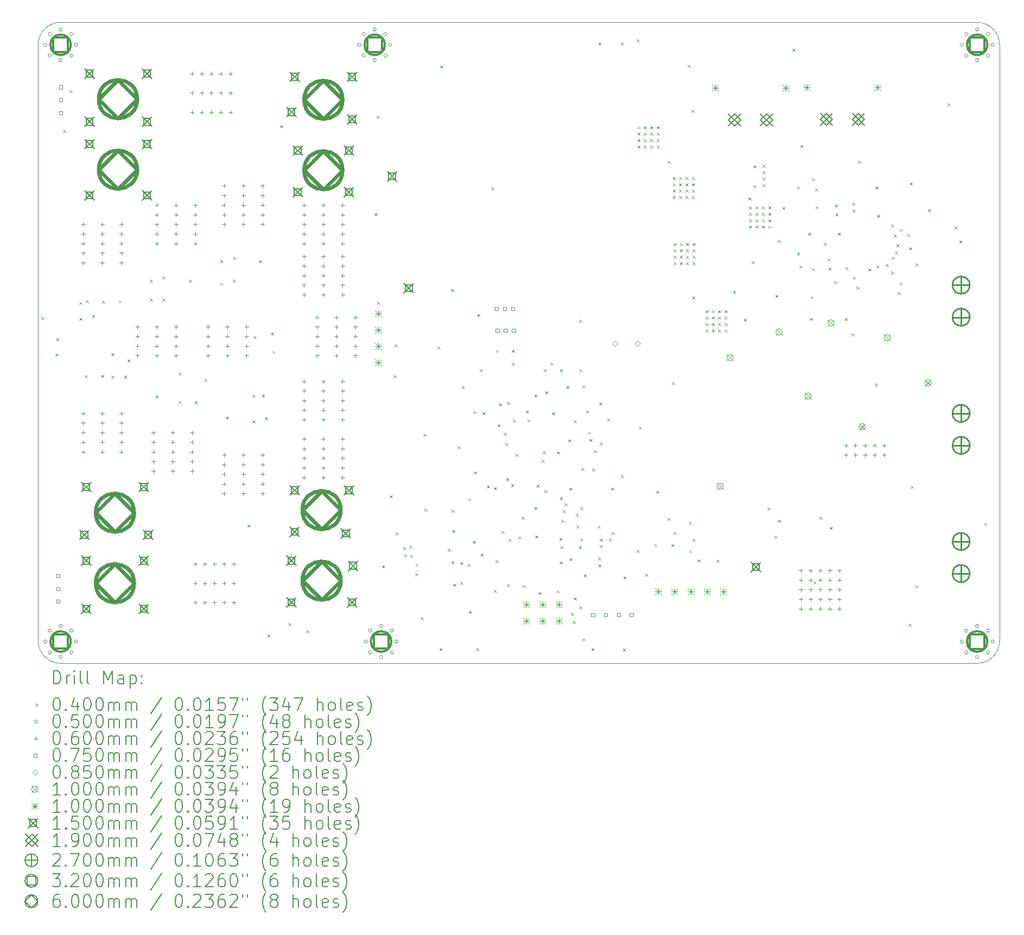
<source format=gbr>
%TF.GenerationSoftware,KiCad,Pcbnew,7.0.1*%
%TF.CreationDate,2023-09-17T03:43:22-07:00*%
%TF.ProjectId,rps01,72707330-312e-46b6-9963-61645f706362,1*%
%TF.SameCoordinates,Original*%
%TF.FileFunction,Drillmap*%
%TF.FilePolarity,Positive*%
%FSLAX45Y45*%
G04 Gerber Fmt 4.5, Leading zero omitted, Abs format (unit mm)*
G04 Created by KiCad (PCBNEW 7.0.1) date 2023-09-17 03:43:22*
%MOMM*%
%LPD*%
G01*
G04 APERTURE LIST*
%ADD10C,0.100000*%
%ADD11C,0.200000*%
%ADD12C,0.040000*%
%ADD13C,0.050000*%
%ADD14C,0.060000*%
%ADD15C,0.075000*%
%ADD16C,0.085000*%
%ADD17C,0.150000*%
%ADD18C,0.190000*%
%ADD19C,0.270000*%
%ADD20C,0.320000*%
%ADD21C,0.600000*%
G04 APERTURE END LIST*
D10*
X3740000Y-3420000D02*
G75*
G03*
X3390000Y-3770000I0J-350000D01*
G01*
X3390000Y-13070000D02*
G75*
G03*
X3740000Y-13420000I350000J0D01*
G01*
X18040000Y-3420000D02*
X3740000Y-3420000D01*
X18390000Y-13070000D02*
X18390000Y-3770000D01*
X3390000Y-3770000D02*
X3390000Y-13070000D01*
X3740000Y-13420000D02*
X18040000Y-13420000D01*
X18040000Y-13420000D02*
G75*
G03*
X18390000Y-13070000I0J350000D01*
G01*
X18390000Y-3770000D02*
G75*
G03*
X18040000Y-3420000I-350000J0D01*
G01*
D11*
D12*
X3439918Y-8017668D02*
X3479918Y-8057668D01*
X3479918Y-8017668D02*
X3439918Y-8057668D01*
X3659918Y-8587668D02*
X3699918Y-8627668D01*
X3699918Y-8587668D02*
X3659918Y-8627668D01*
X3672418Y-8345168D02*
X3712418Y-8385168D01*
X3712418Y-8345168D02*
X3672418Y-8385168D01*
X3777418Y-5095168D02*
X3817418Y-5135168D01*
X3817418Y-5095168D02*
X3777418Y-5135168D01*
X3877418Y-4480168D02*
X3917418Y-4520168D01*
X3917418Y-4480168D02*
X3877418Y-4520168D01*
X4030000Y-7780000D02*
X4070000Y-7820000D01*
X4070000Y-7780000D02*
X4030000Y-7820000D01*
X4030000Y-8030000D02*
X4070000Y-8070000D01*
X4070000Y-8030000D02*
X4030000Y-8070000D01*
X4117510Y-8920160D02*
X4157510Y-8960160D01*
X4157510Y-8920160D02*
X4117510Y-8960160D01*
X4135010Y-7755160D02*
X4175010Y-7795160D01*
X4175010Y-7755160D02*
X4135010Y-7795160D01*
X4230000Y-7980000D02*
X4270000Y-8020000D01*
X4270000Y-7980000D02*
X4230000Y-8020000D01*
X4372510Y-8917660D02*
X4412510Y-8957660D01*
X4412510Y-8917660D02*
X4372510Y-8957660D01*
X4390010Y-7762660D02*
X4430010Y-7802660D01*
X4430010Y-7762660D02*
X4390010Y-7802660D01*
X4530000Y-8580000D02*
X4570000Y-8620000D01*
X4570000Y-8580000D02*
X4530000Y-8620000D01*
X4530000Y-8930000D02*
X4570000Y-8970000D01*
X4570000Y-8930000D02*
X4530000Y-8970000D01*
X4645010Y-7757660D02*
X4685010Y-7797660D01*
X4685010Y-7757660D02*
X4645010Y-7797660D01*
X4730000Y-8930000D02*
X4770000Y-8970000D01*
X4770000Y-8930000D02*
X4730000Y-8970000D01*
X4780000Y-8680000D02*
X4820000Y-8720000D01*
X4820000Y-8680000D02*
X4780000Y-8720000D01*
X5130000Y-7430000D02*
X5170000Y-7470000D01*
X5170000Y-7430000D02*
X5130000Y-7470000D01*
X5130000Y-7730000D02*
X5170000Y-7770000D01*
X5170000Y-7730000D02*
X5130000Y-7770000D01*
X5217510Y-9240160D02*
X5257510Y-9280160D01*
X5257510Y-9240160D02*
X5217510Y-9280160D01*
X5330000Y-7380000D02*
X5370000Y-7420000D01*
X5370000Y-7380000D02*
X5330000Y-7420000D01*
X5330000Y-7730000D02*
X5370000Y-7770000D01*
X5370000Y-7730000D02*
X5330000Y-7770000D01*
X5580000Y-8880000D02*
X5620000Y-8920000D01*
X5620000Y-8880000D02*
X5580000Y-8920000D01*
X5580000Y-9330000D02*
X5620000Y-9370000D01*
X5620000Y-9330000D02*
X5580000Y-9370000D01*
X5745010Y-7435160D02*
X5785010Y-7475160D01*
X5785010Y-7435160D02*
X5745010Y-7475160D01*
X5830000Y-9330000D02*
X5870000Y-9370000D01*
X5870000Y-9330000D02*
X5830000Y-9370000D01*
X5980000Y-8980000D02*
X6020000Y-9020000D01*
X6020000Y-8980000D02*
X5980000Y-9020000D01*
X6230000Y-7130000D02*
X6270000Y-7170000D01*
X6270000Y-7130000D02*
X6230000Y-7170000D01*
X6230000Y-7480000D02*
X6270000Y-7520000D01*
X6270000Y-7480000D02*
X6230000Y-7520000D01*
X6317510Y-9570160D02*
X6357510Y-9610160D01*
X6357510Y-9570160D02*
X6317510Y-9610160D01*
X6430000Y-7080000D02*
X6470000Y-7120000D01*
X6470000Y-7080000D02*
X6430000Y-7120000D01*
X6430000Y-7430000D02*
X6470000Y-7470000D01*
X6470000Y-7430000D02*
X6430000Y-7470000D01*
X6654918Y-11255168D02*
X6694918Y-11295168D01*
X6694918Y-11255168D02*
X6654918Y-11295168D01*
X6730000Y-9230000D02*
X6770000Y-9270000D01*
X6770000Y-9230000D02*
X6730000Y-9270000D01*
X6730000Y-9630000D02*
X6770000Y-9670000D01*
X6770000Y-9630000D02*
X6730000Y-9670000D01*
X6752510Y-8310160D02*
X6792510Y-8350160D01*
X6792510Y-8310160D02*
X6752510Y-8350160D01*
X6832510Y-7132660D02*
X6872510Y-7172660D01*
X6872510Y-7132660D02*
X6832510Y-7172660D01*
X6880000Y-9230000D02*
X6920000Y-9270000D01*
X6920000Y-9230000D02*
X6880000Y-9270000D01*
X6930000Y-9580000D02*
X6970000Y-9620000D01*
X6970000Y-9580000D02*
X6930000Y-9620000D01*
X6964918Y-12967668D02*
X7004918Y-13007668D01*
X7004918Y-12967668D02*
X6964918Y-13007668D01*
X7022418Y-8257668D02*
X7062418Y-8297668D01*
X7062418Y-8257668D02*
X7022418Y-8297668D01*
X7042418Y-8545168D02*
X7082418Y-8585168D01*
X7082418Y-8545168D02*
X7042418Y-8585168D01*
X7163355Y-5022744D02*
X7203355Y-5062744D01*
X7203355Y-5022744D02*
X7163355Y-5062744D01*
X7290000Y-12790000D02*
X7330000Y-12830000D01*
X7330000Y-12790000D02*
X7290000Y-12830000D01*
X7570000Y-12900000D02*
X7610000Y-12940000D01*
X7610000Y-12900000D02*
X7570000Y-12940000D01*
X8639918Y-6395168D02*
X8679918Y-6435168D01*
X8679918Y-6395168D02*
X8639918Y-6435168D01*
X8669918Y-4872668D02*
X8709918Y-4912668D01*
X8709918Y-4872668D02*
X8669918Y-4912668D01*
X8682418Y-7780168D02*
X8722418Y-7820168D01*
X8722418Y-7780168D02*
X8682418Y-7820168D01*
X8754918Y-11890168D02*
X8794918Y-11930168D01*
X8794918Y-11890168D02*
X8754918Y-11930168D01*
X8872418Y-10797668D02*
X8912418Y-10837668D01*
X8912418Y-10797668D02*
X8872418Y-10837668D01*
X8932418Y-8925168D02*
X8972418Y-8965168D01*
X8972418Y-8925168D02*
X8932418Y-8965168D01*
X8949918Y-8442668D02*
X8989918Y-8482668D01*
X8989918Y-8442668D02*
X8949918Y-8482668D01*
X8967418Y-11380168D02*
X9007418Y-11420168D01*
X9007418Y-11380168D02*
X8967418Y-11420168D01*
X9084918Y-11607668D02*
X9124918Y-11647668D01*
X9124918Y-11607668D02*
X9084918Y-11647668D01*
X9092418Y-11717668D02*
X9132418Y-11757668D01*
X9132418Y-11717668D02*
X9092418Y-11757668D01*
X9182418Y-11582668D02*
X9222418Y-11622668D01*
X9222418Y-11582668D02*
X9182418Y-11622668D01*
X9192418Y-11730168D02*
X9232418Y-11770168D01*
X9232418Y-11730168D02*
X9192418Y-11770168D01*
X9274918Y-12010168D02*
X9314918Y-12050168D01*
X9314918Y-12010168D02*
X9274918Y-12050168D01*
X9277418Y-11865168D02*
X9317418Y-11905168D01*
X9317418Y-11865168D02*
X9277418Y-11905168D01*
X9357418Y-12700168D02*
X9397418Y-12740168D01*
X9397418Y-12700168D02*
X9357418Y-12740168D01*
X9399918Y-9837668D02*
X9439918Y-9877668D01*
X9439918Y-9837668D02*
X9399918Y-9877668D01*
X9414851Y-11007668D02*
X9454851Y-11047668D01*
X9454851Y-11007668D02*
X9414851Y-11047668D01*
X9617418Y-8475168D02*
X9657418Y-8515168D01*
X9657418Y-8475168D02*
X9617418Y-8515168D01*
X9650000Y-13180000D02*
X9690000Y-13220000D01*
X9690000Y-13180000D02*
X9650000Y-13220000D01*
X9664918Y-4092668D02*
X9704918Y-4132668D01*
X9704918Y-4092668D02*
X9664918Y-4132668D01*
X9780000Y-11630000D02*
X9820000Y-11670000D01*
X9820000Y-11630000D02*
X9780000Y-11670000D01*
X9830000Y-7580000D02*
X9870000Y-7620000D01*
X9870000Y-7580000D02*
X9830000Y-7620000D01*
X9835000Y-11825000D02*
X9875000Y-11865000D01*
X9875000Y-11825000D02*
X9835000Y-11865000D01*
X9840000Y-11020000D02*
X9880000Y-11060000D01*
X9880000Y-11020000D02*
X9840000Y-11060000D01*
X9847418Y-11340000D02*
X9887418Y-11380000D01*
X9887418Y-11340000D02*
X9847418Y-11380000D01*
X9864918Y-12177668D02*
X9904918Y-12217668D01*
X9904918Y-12177668D02*
X9864918Y-12217668D01*
X9930000Y-10030000D02*
X9970000Y-10070000D01*
X9970000Y-10030000D02*
X9930000Y-10070000D01*
X9975000Y-11840000D02*
X10015000Y-11880000D01*
X10015000Y-11840000D02*
X9975000Y-11880000D01*
X9975000Y-12150000D02*
X10015000Y-12190000D01*
X10015000Y-12150000D02*
X9975000Y-12190000D01*
X10002418Y-9092668D02*
X10042418Y-9132668D01*
X10042418Y-9092668D02*
X10002418Y-9132668D01*
X10084918Y-11870168D02*
X10124918Y-11910168D01*
X10124918Y-11870168D02*
X10084918Y-11910168D01*
X10097418Y-10840168D02*
X10137418Y-10880168D01*
X10137418Y-10840168D02*
X10097418Y-10880168D01*
X10109918Y-12602668D02*
X10149918Y-12642668D01*
X10149918Y-12602668D02*
X10109918Y-12642668D01*
X10170000Y-11510000D02*
X10210000Y-11550000D01*
X10210000Y-11510000D02*
X10170000Y-11550000D01*
X10180000Y-9480000D02*
X10220000Y-9520000D01*
X10220000Y-9480000D02*
X10180000Y-9520000D01*
X10184918Y-10425168D02*
X10224918Y-10465168D01*
X10224918Y-10425168D02*
X10184918Y-10465168D01*
X10220000Y-13180000D02*
X10260000Y-13220000D01*
X10260000Y-13180000D02*
X10220000Y-13220000D01*
X10234918Y-7970168D02*
X10274918Y-8010168D01*
X10274918Y-7970168D02*
X10234918Y-8010168D01*
X10280000Y-8830000D02*
X10320000Y-8870000D01*
X10320000Y-8830000D02*
X10280000Y-8870000D01*
X10292418Y-11707668D02*
X10332418Y-11747668D01*
X10332418Y-11707668D02*
X10292418Y-11747668D01*
X10324918Y-9502668D02*
X10364918Y-9542668D01*
X10364918Y-9502668D02*
X10324918Y-9542668D01*
X10392418Y-10645168D02*
X10432418Y-10685168D01*
X10432418Y-10645168D02*
X10392418Y-10685168D01*
X10454918Y-5992668D02*
X10494918Y-6032668D01*
X10494918Y-5992668D02*
X10454918Y-6032668D01*
X10497418Y-10670000D02*
X10537418Y-10710000D01*
X10537418Y-10670000D02*
X10497418Y-10710000D01*
X10502418Y-12277668D02*
X10542418Y-12317668D01*
X10542418Y-12277668D02*
X10502418Y-12317668D01*
X10527418Y-11807668D02*
X10567418Y-11847668D01*
X10567418Y-11807668D02*
X10527418Y-11847668D01*
X10530000Y-8530000D02*
X10570000Y-8570000D01*
X10570000Y-8530000D02*
X10530000Y-8570000D01*
X10560000Y-9690000D02*
X10600000Y-9730000D01*
X10600000Y-9690000D02*
X10560000Y-9730000D01*
X10580000Y-9360000D02*
X10620000Y-9400000D01*
X10620000Y-9360000D02*
X10580000Y-9400000D01*
X10617418Y-11350168D02*
X10657418Y-11390168D01*
X10657418Y-11350168D02*
X10617418Y-11390168D01*
X10654918Y-9817668D02*
X10694918Y-9857668D01*
X10694918Y-9817668D02*
X10654918Y-9857668D01*
X10680000Y-9980000D02*
X10720000Y-10020000D01*
X10720000Y-9980000D02*
X10680000Y-10020000D01*
X10689918Y-10530168D02*
X10729918Y-10570168D01*
X10729918Y-10530168D02*
X10689918Y-10570168D01*
X10702418Y-12180168D02*
X10742418Y-12220168D01*
X10742418Y-12180168D02*
X10702418Y-12220168D01*
X10704918Y-9340168D02*
X10744918Y-9380168D01*
X10744918Y-9340168D02*
X10704918Y-9380168D01*
X10730000Y-11480000D02*
X10770000Y-11520000D01*
X10770000Y-11480000D02*
X10730000Y-11520000D01*
X10767418Y-10625168D02*
X10807418Y-10665168D01*
X10807418Y-10625168D02*
X10767418Y-10665168D01*
X10780000Y-8530000D02*
X10820000Y-8570000D01*
X10820000Y-8530000D02*
X10780000Y-8570000D01*
X10780000Y-8730000D02*
X10820000Y-8770000D01*
X10820000Y-8730000D02*
X10780000Y-8770000D01*
X10793633Y-9618883D02*
X10833633Y-9658883D01*
X10833633Y-9618883D02*
X10793633Y-9658883D01*
X10840360Y-10150832D02*
X10880360Y-10190832D01*
X10880360Y-10150832D02*
X10840360Y-10190832D01*
X10880000Y-11440000D02*
X10920000Y-11480000D01*
X10920000Y-11440000D02*
X10880000Y-11480000D01*
X10930000Y-11130000D02*
X10970000Y-11170000D01*
X10970000Y-11130000D02*
X10930000Y-11170000D01*
X10949918Y-12197668D02*
X10989918Y-12237668D01*
X10989918Y-12197668D02*
X10949918Y-12237668D01*
X10998612Y-9477542D02*
X11038612Y-9517542D01*
X11038612Y-9477542D02*
X10998612Y-9517542D01*
X11019918Y-9612668D02*
X11059918Y-9652668D01*
X11059918Y-9612668D02*
X11019918Y-9652668D01*
X11129918Y-9227668D02*
X11169918Y-9267668D01*
X11169918Y-9227668D02*
X11129918Y-9267668D01*
X11130000Y-10980000D02*
X11170000Y-11020000D01*
X11170000Y-10980000D02*
X11130000Y-11020000D01*
X11144918Y-11425168D02*
X11184918Y-11465168D01*
X11184918Y-11425168D02*
X11144918Y-11465168D01*
X11164918Y-10630000D02*
X11204918Y-10670000D01*
X11204918Y-10630000D02*
X11164918Y-10670000D01*
X11192418Y-12305168D02*
X11232418Y-12345168D01*
X11232418Y-12305168D02*
X11192418Y-12345168D01*
X11247418Y-10242668D02*
X11287418Y-10282668D01*
X11287418Y-10242668D02*
X11247418Y-10282668D01*
X11260000Y-10110000D02*
X11300000Y-10150000D01*
X11300000Y-10110000D02*
X11260000Y-10150000D01*
X11280000Y-8830000D02*
X11320000Y-8870000D01*
X11320000Y-8830000D02*
X11280000Y-8870000D01*
X11284918Y-10720168D02*
X11324918Y-10760168D01*
X11324918Y-10720168D02*
X11284918Y-10760168D01*
X11299918Y-9175168D02*
X11339918Y-9215168D01*
X11339918Y-9175168D02*
X11299918Y-9215168D01*
X11380000Y-8730000D02*
X11420000Y-8770000D01*
X11420000Y-8730000D02*
X11380000Y-8770000D01*
X11407418Y-9502668D02*
X11447418Y-9542668D01*
X11447418Y-9502668D02*
X11407418Y-9542668D01*
X11477418Y-12280168D02*
X11517418Y-12320168D01*
X11517418Y-12280168D02*
X11477418Y-12320168D01*
X11484918Y-10112668D02*
X11524918Y-10152668D01*
X11524918Y-10112668D02*
X11484918Y-10152668D01*
X11519918Y-11460168D02*
X11559918Y-11500168D01*
X11559918Y-11460168D02*
X11519918Y-11500168D01*
X11522418Y-11830168D02*
X11562418Y-11870168D01*
X11562418Y-11830168D02*
X11522418Y-11870168D01*
X11530000Y-8830000D02*
X11570000Y-8870000D01*
X11570000Y-8830000D02*
X11530000Y-8870000D01*
X11530000Y-10830000D02*
X11570000Y-10870000D01*
X11570000Y-10830000D02*
X11530000Y-10870000D01*
X11542418Y-11590168D02*
X11582418Y-11630168D01*
X11582418Y-11590168D02*
X11542418Y-11630168D01*
X11552418Y-11185168D02*
X11592418Y-11225168D01*
X11592418Y-11185168D02*
X11552418Y-11225168D01*
X11574918Y-11032668D02*
X11614918Y-11072668D01*
X11614918Y-11032668D02*
X11574918Y-11072668D01*
X11600000Y-10920000D02*
X11640000Y-10960000D01*
X11640000Y-10920000D02*
X11600000Y-10960000D01*
X11630000Y-9090000D02*
X11670000Y-9130000D01*
X11670000Y-9090000D02*
X11630000Y-9130000D01*
X11657418Y-9925168D02*
X11697418Y-9965168D01*
X11697418Y-9925168D02*
X11657418Y-9965168D01*
X11680000Y-10680000D02*
X11720000Y-10720000D01*
X11720000Y-10680000D02*
X11680000Y-10720000D01*
X11680000Y-11780000D02*
X11720000Y-11820000D01*
X11720000Y-11780000D02*
X11680000Y-11820000D01*
X11700000Y-12630000D02*
X11740000Y-12670000D01*
X11740000Y-12630000D02*
X11700000Y-12670000D01*
X11730000Y-12760000D02*
X11770000Y-12800000D01*
X11770000Y-12760000D02*
X11730000Y-12800000D01*
X11742418Y-9622668D02*
X11782418Y-9662668D01*
X11782418Y-9622668D02*
X11742418Y-9662668D01*
X11747418Y-12390168D02*
X11787418Y-12430168D01*
X11787418Y-12390168D02*
X11747418Y-12430168D01*
X11780000Y-11080000D02*
X11820000Y-11120000D01*
X11820000Y-11080000D02*
X11780000Y-11120000D01*
X11784918Y-11265168D02*
X11824918Y-11305168D01*
X11824918Y-11265168D02*
X11784918Y-11305168D01*
X11824918Y-11590168D02*
X11864918Y-11630168D01*
X11864918Y-11590168D02*
X11824918Y-11630168D01*
X11830000Y-8060000D02*
X11870000Y-8100000D01*
X11870000Y-8060000D02*
X11830000Y-8100000D01*
X11830000Y-8830000D02*
X11870000Y-8870000D01*
X11870000Y-8830000D02*
X11830000Y-8870000D01*
X11830000Y-12530000D02*
X11870000Y-12570000D01*
X11870000Y-12530000D02*
X11830000Y-12570000D01*
X11844918Y-10980168D02*
X11884918Y-11020168D01*
X11884918Y-10980168D02*
X11844918Y-11020168D01*
X11844918Y-11472668D02*
X11884918Y-11512668D01*
X11884918Y-11472668D02*
X11844918Y-11512668D01*
X11862418Y-10370168D02*
X11902418Y-10410168D01*
X11902418Y-10370168D02*
X11862418Y-10410168D01*
X11877418Y-9082668D02*
X11917418Y-9122668D01*
X11917418Y-9082668D02*
X11877418Y-9122668D01*
X11880000Y-13030000D02*
X11920000Y-13070000D01*
X11920000Y-13030000D02*
X11880000Y-13070000D01*
X11902450Y-12030000D02*
X11942450Y-12070000D01*
X11942450Y-12030000D02*
X11902450Y-12070000D01*
X11937418Y-9472668D02*
X11977418Y-9512668D01*
X11977418Y-9472668D02*
X11937418Y-9512668D01*
X11969918Y-9807668D02*
X12009918Y-9847668D01*
X12009918Y-9807668D02*
X11969918Y-9847668D01*
X11992236Y-9917768D02*
X12032236Y-9957768D01*
X12032236Y-9917768D02*
X11992236Y-9957768D01*
X12020000Y-13180000D02*
X12060000Y-13220000D01*
X12060000Y-13180000D02*
X12020000Y-13220000D01*
X12030000Y-10380000D02*
X12070000Y-10420000D01*
X12070000Y-10380000D02*
X12030000Y-10420000D01*
X12059918Y-10092668D02*
X12099918Y-10132668D01*
X12099918Y-10092668D02*
X12059918Y-10132668D01*
X12122418Y-11272668D02*
X12162418Y-11312668D01*
X12162418Y-11272668D02*
X12122418Y-11312668D01*
X12127418Y-11765168D02*
X12167418Y-11805168D01*
X12167418Y-11765168D02*
X12127418Y-11805168D01*
X12130000Y-3730000D02*
X12170000Y-3770000D01*
X12170000Y-3730000D02*
X12130000Y-3770000D01*
X12130000Y-11880000D02*
X12170000Y-11920000D01*
X12170000Y-11880000D02*
X12130000Y-11920000D01*
X12140000Y-9350000D02*
X12180000Y-9390000D01*
X12180000Y-9350000D02*
X12140000Y-9390000D01*
X12152418Y-9975168D02*
X12192418Y-10015168D01*
X12192418Y-9975168D02*
X12152418Y-10015168D01*
X12152450Y-11574950D02*
X12192450Y-11614950D01*
X12192450Y-11574950D02*
X12152450Y-11614950D01*
X12152468Y-11475000D02*
X12192468Y-11515000D01*
X12192468Y-11475000D02*
X12152468Y-11515000D01*
X12272418Y-9600168D02*
X12312418Y-9640168D01*
X12312418Y-9600168D02*
X12272418Y-9640168D01*
X12297368Y-11470000D02*
X12337368Y-11510000D01*
X12337368Y-11470000D02*
X12297368Y-11510000D01*
X12330000Y-10680000D02*
X12370000Y-10720000D01*
X12370000Y-10680000D02*
X12330000Y-10720000D01*
X12339918Y-11370168D02*
X12379918Y-11410168D01*
X12379918Y-11370168D02*
X12339918Y-11410168D01*
X12480000Y-3730000D02*
X12520000Y-3770000D01*
X12520000Y-3730000D02*
X12480000Y-3770000D01*
X12480000Y-10480000D02*
X12520000Y-10520000D01*
X12520000Y-10480000D02*
X12480000Y-10520000D01*
X12510000Y-13190000D02*
X12550000Y-13230000D01*
X12550000Y-13190000D02*
X12510000Y-13230000D01*
X12519918Y-12062668D02*
X12559918Y-12102668D01*
X12559918Y-12062668D02*
X12519918Y-12102668D01*
X12729918Y-11650168D02*
X12769918Y-11690168D01*
X12769918Y-11650168D02*
X12729918Y-11690168D01*
X12730000Y-3680000D02*
X12770000Y-3720000D01*
X12770000Y-3680000D02*
X12730000Y-3720000D01*
X12740000Y-5040000D02*
X12780000Y-5080000D01*
X12780000Y-5040000D02*
X12740000Y-5080000D01*
X12740000Y-5140000D02*
X12780000Y-5180000D01*
X12780000Y-5140000D02*
X12740000Y-5180000D01*
X12740000Y-5240000D02*
X12780000Y-5280000D01*
X12780000Y-5240000D02*
X12740000Y-5280000D01*
X12740000Y-5340000D02*
X12780000Y-5380000D01*
X12780000Y-5340000D02*
X12740000Y-5380000D01*
X12760000Y-9730000D02*
X12800000Y-9770000D01*
X12800000Y-9730000D02*
X12760000Y-9770000D01*
X12840000Y-5040000D02*
X12880000Y-5080000D01*
X12880000Y-5040000D02*
X12840000Y-5080000D01*
X12840000Y-5140000D02*
X12880000Y-5180000D01*
X12880000Y-5140000D02*
X12840000Y-5180000D01*
X12840000Y-5240000D02*
X12880000Y-5280000D01*
X12880000Y-5240000D02*
X12840000Y-5280000D01*
X12840000Y-5340000D02*
X12880000Y-5380000D01*
X12880000Y-5340000D02*
X12840000Y-5380000D01*
X12859918Y-12020168D02*
X12899918Y-12060168D01*
X12899918Y-12020168D02*
X12859918Y-12060168D01*
X12940000Y-5040000D02*
X12980000Y-5080000D01*
X12980000Y-5040000D02*
X12940000Y-5080000D01*
X12940000Y-5140000D02*
X12980000Y-5180000D01*
X12980000Y-5140000D02*
X12940000Y-5180000D01*
X12940000Y-5240000D02*
X12980000Y-5280000D01*
X12980000Y-5240000D02*
X12940000Y-5280000D01*
X12940000Y-5340000D02*
X12980000Y-5380000D01*
X12980000Y-5340000D02*
X12940000Y-5380000D01*
X13002418Y-11560168D02*
X13042418Y-11600168D01*
X13042418Y-11560168D02*
X13002418Y-11600168D01*
X13030000Y-10730000D02*
X13070000Y-10770000D01*
X13070000Y-10730000D02*
X13030000Y-10770000D01*
X13040000Y-5040000D02*
X13080000Y-5080000D01*
X13080000Y-5040000D02*
X13040000Y-5080000D01*
X13040000Y-5140000D02*
X13080000Y-5180000D01*
X13080000Y-5140000D02*
X13040000Y-5180000D01*
X13040000Y-5240000D02*
X13080000Y-5280000D01*
X13080000Y-5240000D02*
X13040000Y-5280000D01*
X13040000Y-5340000D02*
X13080000Y-5380000D01*
X13080000Y-5340000D02*
X13040000Y-5380000D01*
X13210000Y-5580000D02*
X13250000Y-5620000D01*
X13250000Y-5580000D02*
X13210000Y-5620000D01*
X13210000Y-11150000D02*
X13250000Y-11190000D01*
X13250000Y-11150000D02*
X13210000Y-11190000D01*
X13267418Y-11560168D02*
X13307418Y-11600168D01*
X13307418Y-11560168D02*
X13267418Y-11600168D01*
X13280000Y-9030000D02*
X13320000Y-9070000D01*
X13320000Y-9030000D02*
X13280000Y-9070000D01*
X13290000Y-5830000D02*
X13330000Y-5870000D01*
X13330000Y-5830000D02*
X13290000Y-5870000D01*
X13290000Y-5930000D02*
X13330000Y-5970000D01*
X13330000Y-5930000D02*
X13290000Y-5970000D01*
X13290000Y-6030000D02*
X13330000Y-6070000D01*
X13330000Y-6030000D02*
X13290000Y-6070000D01*
X13290000Y-6130000D02*
X13330000Y-6170000D01*
X13330000Y-6130000D02*
X13290000Y-6170000D01*
X13300000Y-6860000D02*
X13340000Y-6900000D01*
X13340000Y-6860000D02*
X13300000Y-6900000D01*
X13300000Y-6960000D02*
X13340000Y-7000000D01*
X13340000Y-6960000D02*
X13300000Y-7000000D01*
X13300000Y-7060000D02*
X13340000Y-7100000D01*
X13340000Y-7060000D02*
X13300000Y-7100000D01*
X13300000Y-7160000D02*
X13340000Y-7200000D01*
X13340000Y-7160000D02*
X13300000Y-7200000D01*
X13300000Y-11370000D02*
X13340000Y-11410000D01*
X13340000Y-11370000D02*
X13300000Y-11410000D01*
X13390000Y-5830000D02*
X13430000Y-5870000D01*
X13430000Y-5830000D02*
X13390000Y-5870000D01*
X13390000Y-5930000D02*
X13430000Y-5970000D01*
X13430000Y-5930000D02*
X13390000Y-5970000D01*
X13390000Y-6030000D02*
X13430000Y-6070000D01*
X13430000Y-6030000D02*
X13390000Y-6070000D01*
X13390000Y-6130000D02*
X13430000Y-6170000D01*
X13430000Y-6130000D02*
X13390000Y-6170000D01*
X13400000Y-6860000D02*
X13440000Y-6900000D01*
X13440000Y-6860000D02*
X13400000Y-6900000D01*
X13400000Y-6960000D02*
X13440000Y-7000000D01*
X13440000Y-6960000D02*
X13400000Y-7000000D01*
X13400000Y-7060000D02*
X13440000Y-7100000D01*
X13440000Y-7060000D02*
X13400000Y-7100000D01*
X13400000Y-7160000D02*
X13440000Y-7200000D01*
X13440000Y-7160000D02*
X13400000Y-7200000D01*
X13490000Y-5830000D02*
X13530000Y-5870000D01*
X13530000Y-5830000D02*
X13490000Y-5870000D01*
X13490000Y-5930000D02*
X13530000Y-5970000D01*
X13530000Y-5930000D02*
X13490000Y-5970000D01*
X13490000Y-6030000D02*
X13530000Y-6070000D01*
X13530000Y-6030000D02*
X13490000Y-6070000D01*
X13490000Y-6130000D02*
X13530000Y-6170000D01*
X13530000Y-6130000D02*
X13490000Y-6170000D01*
X13500000Y-6860000D02*
X13540000Y-6900000D01*
X13540000Y-6860000D02*
X13500000Y-6900000D01*
X13500000Y-6960000D02*
X13540000Y-7000000D01*
X13540000Y-6960000D02*
X13500000Y-7000000D01*
X13500000Y-7060000D02*
X13540000Y-7100000D01*
X13540000Y-7060000D02*
X13500000Y-7100000D01*
X13500000Y-7160000D02*
X13540000Y-7200000D01*
X13540000Y-7160000D02*
X13500000Y-7200000D01*
X13519918Y-4077668D02*
X13559918Y-4117668D01*
X13559918Y-4077668D02*
X13519918Y-4117668D01*
X13540000Y-11210000D02*
X13580000Y-11250000D01*
X13580000Y-11210000D02*
X13540000Y-11250000D01*
X13544918Y-11652668D02*
X13584918Y-11692668D01*
X13584918Y-11652668D02*
X13544918Y-11692668D01*
X13580000Y-4780000D02*
X13620000Y-4820000D01*
X13620000Y-4780000D02*
X13580000Y-4820000D01*
X13590000Y-5830000D02*
X13630000Y-5870000D01*
X13630000Y-5830000D02*
X13590000Y-5870000D01*
X13590000Y-5930000D02*
X13630000Y-5970000D01*
X13630000Y-5930000D02*
X13590000Y-5970000D01*
X13590000Y-6030000D02*
X13630000Y-6070000D01*
X13630000Y-6030000D02*
X13590000Y-6070000D01*
X13590000Y-6130000D02*
X13630000Y-6170000D01*
X13630000Y-6130000D02*
X13590000Y-6170000D01*
X13595000Y-7695000D02*
X13635000Y-7735000D01*
X13635000Y-7695000D02*
X13595000Y-7735000D01*
X13597418Y-11480168D02*
X13637418Y-11520168D01*
X13637418Y-11480168D02*
X13597418Y-11520168D01*
X13600000Y-6860000D02*
X13640000Y-6900000D01*
X13640000Y-6860000D02*
X13600000Y-6900000D01*
X13600000Y-6960000D02*
X13640000Y-7000000D01*
X13640000Y-6960000D02*
X13600000Y-7000000D01*
X13600000Y-7060000D02*
X13640000Y-7100000D01*
X13640000Y-7060000D02*
X13600000Y-7100000D01*
X13600000Y-7160000D02*
X13640000Y-7200000D01*
X13640000Y-7160000D02*
X13600000Y-7200000D01*
X13674918Y-11797668D02*
X13714918Y-11837668D01*
X13714918Y-11797668D02*
X13674918Y-11837668D01*
X13800000Y-7910000D02*
X13840000Y-7950000D01*
X13840000Y-7910000D02*
X13800000Y-7950000D01*
X13800000Y-8010000D02*
X13840000Y-8050000D01*
X13840000Y-8010000D02*
X13800000Y-8050000D01*
X13800000Y-8110000D02*
X13840000Y-8150000D01*
X13840000Y-8110000D02*
X13800000Y-8150000D01*
X13800000Y-8210000D02*
X13840000Y-8250000D01*
X13840000Y-8210000D02*
X13800000Y-8250000D01*
X13900000Y-7910000D02*
X13940000Y-7950000D01*
X13940000Y-7910000D02*
X13900000Y-7950000D01*
X13900000Y-8010000D02*
X13940000Y-8050000D01*
X13940000Y-8010000D02*
X13900000Y-8050000D01*
X13900000Y-8110000D02*
X13940000Y-8150000D01*
X13940000Y-8110000D02*
X13900000Y-8150000D01*
X13900000Y-8210000D02*
X13940000Y-8250000D01*
X13940000Y-8210000D02*
X13900000Y-8250000D01*
X13970000Y-11800000D02*
X14010000Y-11840000D01*
X14010000Y-11800000D02*
X13970000Y-11840000D01*
X14000000Y-7910000D02*
X14040000Y-7950000D01*
X14040000Y-7910000D02*
X14000000Y-7950000D01*
X14000000Y-8010000D02*
X14040000Y-8050000D01*
X14040000Y-8010000D02*
X14000000Y-8050000D01*
X14000000Y-8110000D02*
X14040000Y-8150000D01*
X14040000Y-8110000D02*
X14000000Y-8150000D01*
X14000000Y-8210000D02*
X14040000Y-8250000D01*
X14040000Y-8210000D02*
X14000000Y-8250000D01*
X14100000Y-7910000D02*
X14140000Y-7950000D01*
X14140000Y-7910000D02*
X14100000Y-7950000D01*
X14100000Y-8010000D02*
X14140000Y-8050000D01*
X14140000Y-8010000D02*
X14100000Y-8050000D01*
X14100000Y-8110000D02*
X14140000Y-8150000D01*
X14140000Y-8110000D02*
X14100000Y-8150000D01*
X14100000Y-8210000D02*
X14140000Y-8250000D01*
X14140000Y-8210000D02*
X14100000Y-8250000D01*
X14230000Y-7610000D02*
X14270000Y-7650000D01*
X14270000Y-7610000D02*
X14230000Y-7650000D01*
X14400000Y-8040000D02*
X14440000Y-8080000D01*
X14440000Y-8040000D02*
X14400000Y-8080000D01*
X14470000Y-6150000D02*
X14510000Y-6190000D01*
X14510000Y-6150000D02*
X14470000Y-6190000D01*
X14480000Y-6290000D02*
X14520000Y-6330000D01*
X14520000Y-6290000D02*
X14480000Y-6330000D01*
X14480000Y-6390000D02*
X14520000Y-6430000D01*
X14520000Y-6390000D02*
X14480000Y-6430000D01*
X14480000Y-6490000D02*
X14520000Y-6530000D01*
X14520000Y-6490000D02*
X14480000Y-6530000D01*
X14480000Y-6590000D02*
X14520000Y-6630000D01*
X14520000Y-6590000D02*
X14480000Y-6630000D01*
X14525000Y-7145000D02*
X14565000Y-7185000D01*
X14565000Y-7145000D02*
X14525000Y-7185000D01*
X14550000Y-5650000D02*
X14590000Y-5690000D01*
X14590000Y-5650000D02*
X14550000Y-5690000D01*
X14550000Y-5960000D02*
X14590000Y-6000000D01*
X14590000Y-5960000D02*
X14550000Y-6000000D01*
X14580000Y-6290000D02*
X14620000Y-6330000D01*
X14620000Y-6290000D02*
X14580000Y-6330000D01*
X14580000Y-6390000D02*
X14620000Y-6430000D01*
X14620000Y-6390000D02*
X14580000Y-6430000D01*
X14580000Y-6490000D02*
X14620000Y-6530000D01*
X14620000Y-6490000D02*
X14580000Y-6530000D01*
X14580000Y-6590000D02*
X14620000Y-6630000D01*
X14620000Y-6590000D02*
X14580000Y-6630000D01*
X14680000Y-6290000D02*
X14720000Y-6330000D01*
X14720000Y-6290000D02*
X14680000Y-6330000D01*
X14680000Y-6390000D02*
X14720000Y-6430000D01*
X14720000Y-6390000D02*
X14680000Y-6430000D01*
X14680000Y-6490000D02*
X14720000Y-6530000D01*
X14720000Y-6490000D02*
X14680000Y-6530000D01*
X14680000Y-6590000D02*
X14720000Y-6630000D01*
X14720000Y-6590000D02*
X14680000Y-6630000D01*
X14690000Y-5640000D02*
X14730000Y-5680000D01*
X14730000Y-5640000D02*
X14690000Y-5680000D01*
X14690000Y-5740000D02*
X14730000Y-5780000D01*
X14730000Y-5740000D02*
X14690000Y-5780000D01*
X14690000Y-5840000D02*
X14730000Y-5880000D01*
X14730000Y-5840000D02*
X14690000Y-5880000D01*
X14690000Y-5940000D02*
X14730000Y-5980000D01*
X14730000Y-5940000D02*
X14690000Y-5980000D01*
X14770000Y-10990000D02*
X14810000Y-11030000D01*
X14810000Y-10990000D02*
X14770000Y-11030000D01*
X14780000Y-6290000D02*
X14820000Y-6330000D01*
X14820000Y-6290000D02*
X14780000Y-6330000D01*
X14780000Y-6390000D02*
X14820000Y-6430000D01*
X14820000Y-6390000D02*
X14780000Y-6430000D01*
X14780000Y-6490000D02*
X14820000Y-6530000D01*
X14820000Y-6490000D02*
X14780000Y-6530000D01*
X14780000Y-6590000D02*
X14820000Y-6630000D01*
X14820000Y-6590000D02*
X14780000Y-6630000D01*
X14880000Y-11430000D02*
X14920000Y-11470000D01*
X14920000Y-11430000D02*
X14880000Y-11470000D01*
X14890000Y-7670000D02*
X14930000Y-7710000D01*
X14930000Y-7670000D02*
X14890000Y-7710000D01*
X14930000Y-6815000D02*
X14970000Y-6855000D01*
X14970000Y-6815000D02*
X14930000Y-6855000D01*
X14930000Y-11180000D02*
X14970000Y-11220000D01*
X14970000Y-11180000D02*
X14930000Y-11220000D01*
X15000000Y-6300000D02*
X15040000Y-6340000D01*
X15040000Y-6300000D02*
X15000000Y-6340000D01*
X15160000Y-3830000D02*
X15200000Y-3870000D01*
X15200000Y-3830000D02*
X15160000Y-3870000D01*
X15230000Y-5980000D02*
X15270000Y-6020000D01*
X15270000Y-5980000D02*
X15230000Y-6020000D01*
X15230000Y-7010000D02*
X15270000Y-7050000D01*
X15270000Y-7010000D02*
X15230000Y-7050000D01*
X15270000Y-7210000D02*
X15310000Y-7250000D01*
X15310000Y-7210000D02*
X15270000Y-7250000D01*
X15280000Y-5330000D02*
X15320000Y-5370000D01*
X15320000Y-5330000D02*
X15280000Y-5370000D01*
X15400000Y-6700000D02*
X15440000Y-6740000D01*
X15440000Y-6700000D02*
X15400000Y-6740000D01*
X15430000Y-8030000D02*
X15470000Y-8070000D01*
X15470000Y-8030000D02*
X15430000Y-8070000D01*
X15440000Y-7690000D02*
X15480000Y-7730000D01*
X15480000Y-7690000D02*
X15440000Y-7730000D01*
X15460000Y-5850000D02*
X15500000Y-5890000D01*
X15500000Y-5850000D02*
X15460000Y-5890000D01*
X15460000Y-7255000D02*
X15500000Y-7295000D01*
X15500000Y-7255000D02*
X15460000Y-7295000D01*
X15490000Y-12140000D02*
X15530000Y-12180000D01*
X15530000Y-12140000D02*
X15490000Y-12180000D01*
X15510000Y-6010000D02*
X15550000Y-6050000D01*
X15550000Y-6010000D02*
X15510000Y-6050000D01*
X15520000Y-6290000D02*
X15560000Y-6330000D01*
X15560000Y-6290000D02*
X15520000Y-6330000D01*
X15580000Y-11130000D02*
X15620000Y-11170000D01*
X15620000Y-11130000D02*
X15580000Y-11170000D01*
X15646888Y-6855571D02*
X15686888Y-6895571D01*
X15686888Y-6855571D02*
X15646888Y-6895571D01*
X15710000Y-7100000D02*
X15750000Y-7140000D01*
X15750000Y-7100000D02*
X15710000Y-7140000D01*
X15720000Y-7245000D02*
X15760000Y-7285000D01*
X15760000Y-7245000D02*
X15720000Y-7285000D01*
X15740000Y-11290000D02*
X15780000Y-11330000D01*
X15780000Y-11290000D02*
X15740000Y-11330000D01*
X15810000Y-7455000D02*
X15850000Y-7495000D01*
X15850000Y-7455000D02*
X15810000Y-7495000D01*
X15820000Y-6260000D02*
X15860000Y-6300000D01*
X15860000Y-6260000D02*
X15820000Y-6300000D01*
X15830000Y-6400000D02*
X15870000Y-6440000D01*
X15870000Y-6400000D02*
X15830000Y-6440000D01*
X15870000Y-6700000D02*
X15910000Y-6740000D01*
X15910000Y-6700000D02*
X15870000Y-6740000D01*
X15975000Y-8035000D02*
X16015000Y-8075000D01*
X16015000Y-8035000D02*
X15975000Y-8075000D01*
X15987438Y-7239950D02*
X16027438Y-7279950D01*
X16027438Y-7239950D02*
X15987438Y-7279950D01*
X16080000Y-8270000D02*
X16120000Y-8310000D01*
X16120000Y-8270000D02*
X16080000Y-8310000D01*
X16088180Y-6231820D02*
X16128180Y-6271820D01*
X16128180Y-6231820D02*
X16088180Y-6271820D01*
X16093901Y-6340000D02*
X16133901Y-6380000D01*
X16133901Y-6340000D02*
X16093901Y-6380000D01*
X16100000Y-7385000D02*
X16140000Y-7425000D01*
X16140000Y-7385000D02*
X16100000Y-7425000D01*
X16155000Y-7545000D02*
X16195000Y-7585000D01*
X16195000Y-7545000D02*
X16155000Y-7585000D01*
X16180000Y-5580000D02*
X16220000Y-5620000D01*
X16220000Y-5580000D02*
X16180000Y-5620000D01*
X16340000Y-7260000D02*
X16380000Y-7300000D01*
X16380000Y-7260000D02*
X16340000Y-7300000D01*
X16442500Y-9052500D02*
X16482500Y-9092500D01*
X16482500Y-9052500D02*
X16442500Y-9092500D01*
X16450000Y-5980000D02*
X16490000Y-6020000D01*
X16490000Y-5980000D02*
X16450000Y-6020000D01*
X16470000Y-7210000D02*
X16510000Y-7250000D01*
X16510000Y-7210000D02*
X16470000Y-7250000D01*
X16479929Y-6420340D02*
X16519929Y-6460340D01*
X16519929Y-6420340D02*
X16479929Y-6460340D01*
X16615000Y-7190000D02*
X16655000Y-7230000D01*
X16655000Y-7190000D02*
X16615000Y-7230000D01*
X16700000Y-6570000D02*
X16740000Y-6610000D01*
X16740000Y-6570000D02*
X16700000Y-6610000D01*
X16700000Y-7305000D02*
X16740000Y-7345000D01*
X16740000Y-7305000D02*
X16700000Y-7345000D01*
X16707500Y-7077500D02*
X16747500Y-7117500D01*
X16747500Y-7077500D02*
X16707500Y-7117500D01*
X16740000Y-6730000D02*
X16780000Y-6770000D01*
X16780000Y-6730000D02*
X16740000Y-6770000D01*
X16760000Y-6990000D02*
X16800000Y-7030000D01*
X16800000Y-6990000D02*
X16760000Y-7030000D01*
X16777550Y-6882450D02*
X16817550Y-6922450D01*
X16817550Y-6882450D02*
X16777550Y-6922450D01*
X16797500Y-7630000D02*
X16837500Y-7670000D01*
X16837500Y-7630000D02*
X16797500Y-7670000D01*
X16830000Y-6640000D02*
X16870000Y-6680000D01*
X16870000Y-6640000D02*
X16830000Y-6680000D01*
X16830000Y-7480000D02*
X16870000Y-7520000D01*
X16870000Y-7480000D02*
X16830000Y-7520000D01*
X16950000Y-6720000D02*
X16990000Y-6760000D01*
X16990000Y-6720000D02*
X16950000Y-6760000D01*
X16970000Y-12800000D02*
X17010000Y-12840000D01*
X17010000Y-12800000D02*
X16970000Y-12840000D01*
X16980000Y-6930000D02*
X17020000Y-6970000D01*
X17020000Y-6930000D02*
X16980000Y-6970000D01*
X16990000Y-5920000D02*
X17030000Y-5960000D01*
X17030000Y-5920000D02*
X16990000Y-5960000D01*
X17000000Y-10650000D02*
X17040000Y-10690000D01*
X17040000Y-10650000D02*
X17000000Y-10690000D01*
X17070000Y-12200000D02*
X17110000Y-12240000D01*
X17110000Y-12200000D02*
X17070000Y-12240000D01*
X17080000Y-7180000D02*
X17120000Y-7220000D01*
X17120000Y-7180000D02*
X17080000Y-7220000D01*
X17270000Y-6330000D02*
X17310000Y-6370000D01*
X17310000Y-6330000D02*
X17270000Y-6370000D01*
X17580000Y-4680000D02*
X17620000Y-4720000D01*
X17620000Y-4680000D02*
X17580000Y-4720000D01*
X17690000Y-6600000D02*
X17730000Y-6640000D01*
X17730000Y-6600000D02*
X17690000Y-6640000D01*
X17760000Y-6820000D02*
X17800000Y-6860000D01*
X17800000Y-6820000D02*
X17760000Y-6860000D01*
X18150000Y-11230000D02*
X18190000Y-11270000D01*
X18190000Y-11230000D02*
X18150000Y-11270000D01*
D13*
X3525000Y-3770000D02*
G75*
G03*
X3525000Y-3770000I-25000J0D01*
G01*
X3525294Y-13079706D02*
G75*
G03*
X3525294Y-13079706I-25000J0D01*
G01*
X3595294Y-3600294D02*
G75*
G03*
X3595294Y-3600294I-25000J0D01*
G01*
X3595294Y-3939706D02*
G75*
G03*
X3595294Y-3939706I-25000J0D01*
G01*
X3595589Y-12910000D02*
G75*
G03*
X3595589Y-12910000I-25000J0D01*
G01*
X3595589Y-13249411D02*
G75*
G03*
X3595589Y-13249411I-25000J0D01*
G01*
X3765000Y-3530000D02*
G75*
G03*
X3765000Y-3530000I-25000J0D01*
G01*
X3765000Y-4010000D02*
G75*
G03*
X3765000Y-4010000I-25000J0D01*
G01*
X3765294Y-12839706D02*
G75*
G03*
X3765294Y-12839706I-25000J0D01*
G01*
X3765294Y-13319706D02*
G75*
G03*
X3765294Y-13319706I-25000J0D01*
G01*
X3934706Y-3600294D02*
G75*
G03*
X3934706Y-3600294I-25000J0D01*
G01*
X3934706Y-3939706D02*
G75*
G03*
X3934706Y-3939706I-25000J0D01*
G01*
X3935000Y-12910000D02*
G75*
G03*
X3935000Y-12910000I-25000J0D01*
G01*
X3935000Y-13249411D02*
G75*
G03*
X3935000Y-13249411I-25000J0D01*
G01*
X4005000Y-3770000D02*
G75*
G03*
X4005000Y-3770000I-25000J0D01*
G01*
X4005294Y-13079706D02*
G75*
G03*
X4005294Y-13079706I-25000J0D01*
G01*
X8425294Y-3769706D02*
G75*
G03*
X8425294Y-3769706I-25000J0D01*
G01*
X8495589Y-3600000D02*
G75*
G03*
X8495589Y-3600000I-25000J0D01*
G01*
X8495589Y-3939411D02*
G75*
G03*
X8495589Y-3939411I-25000J0D01*
G01*
X8525000Y-13079706D02*
G75*
G03*
X8525000Y-13079706I-25000J0D01*
G01*
X8595294Y-12910000D02*
G75*
G03*
X8595294Y-12910000I-25000J0D01*
G01*
X8595294Y-13249411D02*
G75*
G03*
X8595294Y-13249411I-25000J0D01*
G01*
X8665294Y-3529706D02*
G75*
G03*
X8665294Y-3529706I-25000J0D01*
G01*
X8665294Y-4009706D02*
G75*
G03*
X8665294Y-4009706I-25000J0D01*
G01*
X8765000Y-12839706D02*
G75*
G03*
X8765000Y-12839706I-25000J0D01*
G01*
X8765000Y-13319706D02*
G75*
G03*
X8765000Y-13319706I-25000J0D01*
G01*
X8835000Y-3600000D02*
G75*
G03*
X8835000Y-3600000I-25000J0D01*
G01*
X8835000Y-3939411D02*
G75*
G03*
X8835000Y-3939411I-25000J0D01*
G01*
X8905294Y-3769706D02*
G75*
G03*
X8905294Y-3769706I-25000J0D01*
G01*
X8934706Y-12910000D02*
G75*
G03*
X8934706Y-12910000I-25000J0D01*
G01*
X8934706Y-13249411D02*
G75*
G03*
X8934706Y-13249411I-25000J0D01*
G01*
X9005000Y-13079706D02*
G75*
G03*
X9005000Y-13079706I-25000J0D01*
G01*
X17825000Y-3770000D02*
G75*
G03*
X17825000Y-3770000I-25000J0D01*
G01*
X17825000Y-13080294D02*
G75*
G03*
X17825000Y-13080294I-25000J0D01*
G01*
X17895294Y-3600294D02*
G75*
G03*
X17895294Y-3600294I-25000J0D01*
G01*
X17895294Y-3939706D02*
G75*
G03*
X17895294Y-3939706I-25000J0D01*
G01*
X17895294Y-12910589D02*
G75*
G03*
X17895294Y-12910589I-25000J0D01*
G01*
X17895294Y-13250000D02*
G75*
G03*
X17895294Y-13250000I-25000J0D01*
G01*
X18065000Y-3530000D02*
G75*
G03*
X18065000Y-3530000I-25000J0D01*
G01*
X18065000Y-4010000D02*
G75*
G03*
X18065000Y-4010000I-25000J0D01*
G01*
X18065000Y-12840294D02*
G75*
G03*
X18065000Y-12840294I-25000J0D01*
G01*
X18065000Y-13320294D02*
G75*
G03*
X18065000Y-13320294I-25000J0D01*
G01*
X18234706Y-3600294D02*
G75*
G03*
X18234706Y-3600294I-25000J0D01*
G01*
X18234706Y-3939706D02*
G75*
G03*
X18234706Y-3939706I-25000J0D01*
G01*
X18234706Y-12910589D02*
G75*
G03*
X18234706Y-12910589I-25000J0D01*
G01*
X18234706Y-13250000D02*
G75*
G03*
X18234706Y-13250000I-25000J0D01*
G01*
X18305000Y-3770000D02*
G75*
G03*
X18305000Y-3770000I-25000J0D01*
G01*
X18305000Y-13080294D02*
G75*
G03*
X18305000Y-13080294I-25000J0D01*
G01*
D14*
X4090000Y-6540000D02*
X4090000Y-6600000D01*
X4060000Y-6570000D02*
X4120000Y-6570000D01*
X4090000Y-6690000D02*
X4090000Y-6750000D01*
X4060000Y-6720000D02*
X4120000Y-6720000D01*
X4090000Y-6840000D02*
X4090000Y-6900000D01*
X4060000Y-6870000D02*
X4120000Y-6870000D01*
X4090000Y-6990000D02*
X4090000Y-7050000D01*
X4060000Y-7020000D02*
X4120000Y-7020000D01*
X4090000Y-7140000D02*
X4090000Y-7200000D01*
X4060000Y-7170000D02*
X4120000Y-7170000D01*
X4090000Y-9490000D02*
X4090000Y-9550000D01*
X4060000Y-9520000D02*
X4120000Y-9520000D01*
X4090000Y-9640000D02*
X4090000Y-9700000D01*
X4060000Y-9670000D02*
X4120000Y-9670000D01*
X4090000Y-9790000D02*
X4090000Y-9850000D01*
X4060000Y-9820000D02*
X4120000Y-9820000D01*
X4090000Y-9940000D02*
X4090000Y-10000000D01*
X4060000Y-9970000D02*
X4120000Y-9970000D01*
X4090000Y-10090000D02*
X4090000Y-10150000D01*
X4060000Y-10120000D02*
X4120000Y-10120000D01*
X4390000Y-6540000D02*
X4390000Y-6600000D01*
X4360000Y-6570000D02*
X4420000Y-6570000D01*
X4390000Y-6690000D02*
X4390000Y-6750000D01*
X4360000Y-6720000D02*
X4420000Y-6720000D01*
X4390000Y-6840000D02*
X4390000Y-6900000D01*
X4360000Y-6870000D02*
X4420000Y-6870000D01*
X4390000Y-6990000D02*
X4390000Y-7050000D01*
X4360000Y-7020000D02*
X4420000Y-7020000D01*
X4390000Y-7140000D02*
X4390000Y-7200000D01*
X4360000Y-7170000D02*
X4420000Y-7170000D01*
X4390000Y-9490000D02*
X4390000Y-9550000D01*
X4360000Y-9520000D02*
X4420000Y-9520000D01*
X4390000Y-9640000D02*
X4390000Y-9700000D01*
X4360000Y-9670000D02*
X4420000Y-9670000D01*
X4390000Y-9790000D02*
X4390000Y-9850000D01*
X4360000Y-9820000D02*
X4420000Y-9820000D01*
X4390000Y-9940000D02*
X4390000Y-10000000D01*
X4360000Y-9970000D02*
X4420000Y-9970000D01*
X4390000Y-10090000D02*
X4390000Y-10150000D01*
X4360000Y-10120000D02*
X4420000Y-10120000D01*
X4690000Y-6540000D02*
X4690000Y-6600000D01*
X4660000Y-6570000D02*
X4720000Y-6570000D01*
X4690000Y-6690000D02*
X4690000Y-6750000D01*
X4660000Y-6720000D02*
X4720000Y-6720000D01*
X4690000Y-6840000D02*
X4690000Y-6900000D01*
X4660000Y-6870000D02*
X4720000Y-6870000D01*
X4690000Y-6990000D02*
X4690000Y-7050000D01*
X4660000Y-7020000D02*
X4720000Y-7020000D01*
X4690000Y-7140000D02*
X4690000Y-7200000D01*
X4660000Y-7170000D02*
X4720000Y-7170000D01*
X4690000Y-9490000D02*
X4690000Y-9550000D01*
X4660000Y-9520000D02*
X4720000Y-9520000D01*
X4690000Y-9640000D02*
X4690000Y-9700000D01*
X4660000Y-9670000D02*
X4720000Y-9670000D01*
X4690000Y-9790000D02*
X4690000Y-9850000D01*
X4660000Y-9820000D02*
X4720000Y-9820000D01*
X4690000Y-9940000D02*
X4690000Y-10000000D01*
X4660000Y-9970000D02*
X4720000Y-9970000D01*
X4690000Y-10090000D02*
X4690000Y-10150000D01*
X4660000Y-10120000D02*
X4720000Y-10120000D01*
X4940000Y-8140000D02*
X4940000Y-8200000D01*
X4910000Y-8170000D02*
X4970000Y-8170000D01*
X4940000Y-8290000D02*
X4940000Y-8350000D01*
X4910000Y-8320000D02*
X4970000Y-8320000D01*
X4940000Y-8440000D02*
X4940000Y-8500000D01*
X4910000Y-8470000D02*
X4970000Y-8470000D01*
X4940000Y-8590000D02*
X4940000Y-8650000D01*
X4910000Y-8620000D02*
X4970000Y-8620000D01*
X5190000Y-9790000D02*
X5190000Y-9850000D01*
X5160000Y-9820000D02*
X5220000Y-9820000D01*
X5190000Y-9940000D02*
X5190000Y-10000000D01*
X5160000Y-9970000D02*
X5220000Y-9970000D01*
X5190000Y-10090000D02*
X5190000Y-10150000D01*
X5160000Y-10120000D02*
X5220000Y-10120000D01*
X5190000Y-10240000D02*
X5190000Y-10300000D01*
X5160000Y-10270000D02*
X5220000Y-10270000D01*
X5190000Y-10390000D02*
X5190000Y-10450000D01*
X5160000Y-10420000D02*
X5220000Y-10420000D01*
X5240000Y-6240000D02*
X5240000Y-6300000D01*
X5210000Y-6270000D02*
X5270000Y-6270000D01*
X5240000Y-6390000D02*
X5240000Y-6450000D01*
X5210000Y-6420000D02*
X5270000Y-6420000D01*
X5240000Y-6540000D02*
X5240000Y-6600000D01*
X5210000Y-6570000D02*
X5270000Y-6570000D01*
X5240000Y-6690000D02*
X5240000Y-6750000D01*
X5210000Y-6720000D02*
X5270000Y-6720000D01*
X5240000Y-6840000D02*
X5240000Y-6900000D01*
X5210000Y-6870000D02*
X5270000Y-6870000D01*
X5240000Y-8140000D02*
X5240000Y-8200000D01*
X5210000Y-8170000D02*
X5270000Y-8170000D01*
X5240000Y-8290000D02*
X5240000Y-8350000D01*
X5210000Y-8320000D02*
X5270000Y-8320000D01*
X5240000Y-8440000D02*
X5240000Y-8500000D01*
X5210000Y-8470000D02*
X5270000Y-8470000D01*
X5240000Y-8590000D02*
X5240000Y-8650000D01*
X5210000Y-8620000D02*
X5270000Y-8620000D01*
X5490000Y-9790000D02*
X5490000Y-9850000D01*
X5460000Y-9820000D02*
X5520000Y-9820000D01*
X5490000Y-9940000D02*
X5490000Y-10000000D01*
X5460000Y-9970000D02*
X5520000Y-9970000D01*
X5490000Y-10090000D02*
X5490000Y-10150000D01*
X5460000Y-10120000D02*
X5520000Y-10120000D01*
X5490000Y-10240000D02*
X5490000Y-10300000D01*
X5460000Y-10270000D02*
X5520000Y-10270000D01*
X5490000Y-10390000D02*
X5490000Y-10450000D01*
X5460000Y-10420000D02*
X5520000Y-10420000D01*
X5540000Y-6240000D02*
X5540000Y-6300000D01*
X5510000Y-6270000D02*
X5570000Y-6270000D01*
X5540000Y-6390000D02*
X5540000Y-6450000D01*
X5510000Y-6420000D02*
X5570000Y-6420000D01*
X5540000Y-6540000D02*
X5540000Y-6600000D01*
X5510000Y-6570000D02*
X5570000Y-6570000D01*
X5540000Y-6690000D02*
X5540000Y-6750000D01*
X5510000Y-6720000D02*
X5570000Y-6720000D01*
X5540000Y-6840000D02*
X5540000Y-6900000D01*
X5510000Y-6870000D02*
X5570000Y-6870000D01*
X5540000Y-8140000D02*
X5540000Y-8200000D01*
X5510000Y-8170000D02*
X5570000Y-8170000D01*
X5540000Y-8290000D02*
X5540000Y-8350000D01*
X5510000Y-8320000D02*
X5570000Y-8320000D01*
X5540000Y-8440000D02*
X5540000Y-8500000D01*
X5510000Y-8470000D02*
X5570000Y-8470000D01*
X5540000Y-8590000D02*
X5540000Y-8650000D01*
X5510000Y-8620000D02*
X5570000Y-8620000D01*
X5790000Y-4190000D02*
X5790000Y-4250000D01*
X5760000Y-4220000D02*
X5820000Y-4220000D01*
X5790000Y-4490000D02*
X5790000Y-4550000D01*
X5760000Y-4520000D02*
X5820000Y-4520000D01*
X5790000Y-4790000D02*
X5790000Y-4850000D01*
X5760000Y-4820000D02*
X5820000Y-4820000D01*
X5790000Y-9790000D02*
X5790000Y-9850000D01*
X5760000Y-9820000D02*
X5820000Y-9820000D01*
X5790000Y-9940000D02*
X5790000Y-10000000D01*
X5760000Y-9970000D02*
X5820000Y-9970000D01*
X5790000Y-10090000D02*
X5790000Y-10150000D01*
X5760000Y-10120000D02*
X5820000Y-10120000D01*
X5790000Y-10240000D02*
X5790000Y-10300000D01*
X5760000Y-10270000D02*
X5820000Y-10270000D01*
X5790000Y-10390000D02*
X5790000Y-10450000D01*
X5760000Y-10420000D02*
X5820000Y-10420000D01*
X5840000Y-6240000D02*
X5840000Y-6300000D01*
X5810000Y-6270000D02*
X5870000Y-6270000D01*
X5840000Y-6390000D02*
X5840000Y-6450000D01*
X5810000Y-6420000D02*
X5870000Y-6420000D01*
X5840000Y-6540000D02*
X5840000Y-6600000D01*
X5810000Y-6570000D02*
X5870000Y-6570000D01*
X5840000Y-6690000D02*
X5840000Y-6750000D01*
X5810000Y-6720000D02*
X5870000Y-6720000D01*
X5840000Y-6840000D02*
X5840000Y-6900000D01*
X5810000Y-6870000D02*
X5870000Y-6870000D01*
X5840000Y-11840000D02*
X5840000Y-11900000D01*
X5810000Y-11870000D02*
X5870000Y-11870000D01*
X5840000Y-12140000D02*
X5840000Y-12200000D01*
X5810000Y-12170000D02*
X5870000Y-12170000D01*
X5840000Y-12440000D02*
X5840000Y-12500000D01*
X5810000Y-12470000D02*
X5870000Y-12470000D01*
X5940000Y-4190000D02*
X5940000Y-4250000D01*
X5910000Y-4220000D02*
X5970000Y-4220000D01*
X5940000Y-4490000D02*
X5940000Y-4550000D01*
X5910000Y-4520000D02*
X5970000Y-4520000D01*
X5940000Y-4790000D02*
X5940000Y-4850000D01*
X5910000Y-4820000D02*
X5970000Y-4820000D01*
X5990000Y-11840000D02*
X5990000Y-11900000D01*
X5960000Y-11870000D02*
X6020000Y-11870000D01*
X5990000Y-12140000D02*
X5990000Y-12200000D01*
X5960000Y-12170000D02*
X6020000Y-12170000D01*
X5990000Y-12440000D02*
X5990000Y-12500000D01*
X5960000Y-12470000D02*
X6020000Y-12470000D01*
X6040000Y-8140000D02*
X6040000Y-8200000D01*
X6010000Y-8170000D02*
X6070000Y-8170000D01*
X6040000Y-8290000D02*
X6040000Y-8350000D01*
X6010000Y-8320000D02*
X6070000Y-8320000D01*
X6040000Y-8440000D02*
X6040000Y-8500000D01*
X6010000Y-8470000D02*
X6070000Y-8470000D01*
X6040000Y-8590000D02*
X6040000Y-8650000D01*
X6010000Y-8620000D02*
X6070000Y-8620000D01*
X6090000Y-4190000D02*
X6090000Y-4250000D01*
X6060000Y-4220000D02*
X6120000Y-4220000D01*
X6090000Y-4490000D02*
X6090000Y-4550000D01*
X6060000Y-4520000D02*
X6120000Y-4520000D01*
X6090000Y-4790000D02*
X6090000Y-4850000D01*
X6060000Y-4820000D02*
X6120000Y-4820000D01*
X6140000Y-11840000D02*
X6140000Y-11900000D01*
X6110000Y-11870000D02*
X6170000Y-11870000D01*
X6140000Y-12140000D02*
X6140000Y-12200000D01*
X6110000Y-12170000D02*
X6170000Y-12170000D01*
X6140000Y-12440000D02*
X6140000Y-12500000D01*
X6110000Y-12470000D02*
X6170000Y-12470000D01*
X6240000Y-4190000D02*
X6240000Y-4250000D01*
X6210000Y-4220000D02*
X6270000Y-4220000D01*
X6240000Y-4490000D02*
X6240000Y-4550000D01*
X6210000Y-4520000D02*
X6270000Y-4520000D01*
X6240000Y-4790000D02*
X6240000Y-4850000D01*
X6210000Y-4820000D02*
X6270000Y-4820000D01*
X6290000Y-5940000D02*
X6290000Y-6000000D01*
X6260000Y-5970000D02*
X6320000Y-5970000D01*
X6290000Y-6090000D02*
X6290000Y-6150000D01*
X6260000Y-6120000D02*
X6320000Y-6120000D01*
X6290000Y-6240000D02*
X6290000Y-6300000D01*
X6260000Y-6270000D02*
X6320000Y-6270000D01*
X6290000Y-6390000D02*
X6290000Y-6450000D01*
X6260000Y-6420000D02*
X6320000Y-6420000D01*
X6290000Y-6540000D02*
X6290000Y-6600000D01*
X6260000Y-6570000D02*
X6320000Y-6570000D01*
X6290000Y-10140000D02*
X6290000Y-10200000D01*
X6260000Y-10170000D02*
X6320000Y-10170000D01*
X6290000Y-10290000D02*
X6290000Y-10350000D01*
X6260000Y-10320000D02*
X6320000Y-10320000D01*
X6290000Y-10440000D02*
X6290000Y-10500000D01*
X6260000Y-10470000D02*
X6320000Y-10470000D01*
X6290000Y-10590000D02*
X6290000Y-10650000D01*
X6260000Y-10620000D02*
X6320000Y-10620000D01*
X6290000Y-10740000D02*
X6290000Y-10800000D01*
X6260000Y-10770000D02*
X6320000Y-10770000D01*
X6290000Y-11840000D02*
X6290000Y-11900000D01*
X6260000Y-11870000D02*
X6320000Y-11870000D01*
X6290000Y-12140000D02*
X6290000Y-12200000D01*
X6260000Y-12170000D02*
X6320000Y-12170000D01*
X6290000Y-12440000D02*
X6290000Y-12500000D01*
X6260000Y-12470000D02*
X6320000Y-12470000D01*
X6340000Y-8140000D02*
X6340000Y-8200000D01*
X6310000Y-8170000D02*
X6370000Y-8170000D01*
X6340000Y-8290000D02*
X6340000Y-8350000D01*
X6310000Y-8320000D02*
X6370000Y-8320000D01*
X6340000Y-8440000D02*
X6340000Y-8500000D01*
X6310000Y-8470000D02*
X6370000Y-8470000D01*
X6340000Y-8590000D02*
X6340000Y-8650000D01*
X6310000Y-8620000D02*
X6370000Y-8620000D01*
X6390000Y-4190000D02*
X6390000Y-4250000D01*
X6360000Y-4220000D02*
X6420000Y-4220000D01*
X6390000Y-4490000D02*
X6390000Y-4550000D01*
X6360000Y-4520000D02*
X6420000Y-4520000D01*
X6390000Y-4790000D02*
X6390000Y-4850000D01*
X6360000Y-4820000D02*
X6420000Y-4820000D01*
X6440000Y-11840000D02*
X6440000Y-11900000D01*
X6410000Y-11870000D02*
X6470000Y-11870000D01*
X6440000Y-12140000D02*
X6440000Y-12200000D01*
X6410000Y-12170000D02*
X6470000Y-12170000D01*
X6440000Y-12440000D02*
X6440000Y-12500000D01*
X6410000Y-12470000D02*
X6470000Y-12470000D01*
X6590000Y-5940000D02*
X6590000Y-6000000D01*
X6560000Y-5970000D02*
X6620000Y-5970000D01*
X6590000Y-6090000D02*
X6590000Y-6150000D01*
X6560000Y-6120000D02*
X6620000Y-6120000D01*
X6590000Y-6240000D02*
X6590000Y-6300000D01*
X6560000Y-6270000D02*
X6620000Y-6270000D01*
X6590000Y-6390000D02*
X6590000Y-6450000D01*
X6560000Y-6420000D02*
X6620000Y-6420000D01*
X6590000Y-6540000D02*
X6590000Y-6600000D01*
X6560000Y-6570000D02*
X6620000Y-6570000D01*
X6590000Y-10140000D02*
X6590000Y-10200000D01*
X6560000Y-10170000D02*
X6620000Y-10170000D01*
X6590000Y-10290000D02*
X6590000Y-10350000D01*
X6560000Y-10320000D02*
X6620000Y-10320000D01*
X6590000Y-10440000D02*
X6590000Y-10500000D01*
X6560000Y-10470000D02*
X6620000Y-10470000D01*
X6590000Y-10590000D02*
X6590000Y-10650000D01*
X6560000Y-10620000D02*
X6620000Y-10620000D01*
X6590000Y-10740000D02*
X6590000Y-10800000D01*
X6560000Y-10770000D02*
X6620000Y-10770000D01*
X6640000Y-8140000D02*
X6640000Y-8200000D01*
X6610000Y-8170000D02*
X6670000Y-8170000D01*
X6640000Y-8290000D02*
X6640000Y-8350000D01*
X6610000Y-8320000D02*
X6670000Y-8320000D01*
X6640000Y-8440000D02*
X6640000Y-8500000D01*
X6610000Y-8470000D02*
X6670000Y-8470000D01*
X6640000Y-8590000D02*
X6640000Y-8650000D01*
X6610000Y-8620000D02*
X6670000Y-8620000D01*
X6890000Y-5940000D02*
X6890000Y-6000000D01*
X6860000Y-5970000D02*
X6920000Y-5970000D01*
X6890000Y-6090000D02*
X6890000Y-6150000D01*
X6860000Y-6120000D02*
X6920000Y-6120000D01*
X6890000Y-6240000D02*
X6890000Y-6300000D01*
X6860000Y-6270000D02*
X6920000Y-6270000D01*
X6890000Y-6390000D02*
X6890000Y-6450000D01*
X6860000Y-6420000D02*
X6920000Y-6420000D01*
X6890000Y-6540000D02*
X6890000Y-6600000D01*
X6860000Y-6570000D02*
X6920000Y-6570000D01*
X6890000Y-10140000D02*
X6890000Y-10200000D01*
X6860000Y-10170000D02*
X6920000Y-10170000D01*
X6890000Y-10290000D02*
X6890000Y-10350000D01*
X6860000Y-10320000D02*
X6920000Y-10320000D01*
X6890000Y-10440000D02*
X6890000Y-10500000D01*
X6860000Y-10470000D02*
X6920000Y-10470000D01*
X6890000Y-10590000D02*
X6890000Y-10650000D01*
X6860000Y-10620000D02*
X6920000Y-10620000D01*
X6890000Y-10740000D02*
X6890000Y-10800000D01*
X6860000Y-10770000D02*
X6920000Y-10770000D01*
X7540000Y-6240000D02*
X7540000Y-6300000D01*
X7510000Y-6270000D02*
X7570000Y-6270000D01*
X7540000Y-6390000D02*
X7540000Y-6450000D01*
X7510000Y-6420000D02*
X7570000Y-6420000D01*
X7540000Y-6540000D02*
X7540000Y-6600000D01*
X7510000Y-6570000D02*
X7570000Y-6570000D01*
X7540000Y-6690000D02*
X7540000Y-6750000D01*
X7510000Y-6720000D02*
X7570000Y-6720000D01*
X7540000Y-6840000D02*
X7540000Y-6900000D01*
X7510000Y-6870000D02*
X7570000Y-6870000D01*
X7540000Y-7040000D02*
X7540000Y-7100000D01*
X7510000Y-7070000D02*
X7570000Y-7070000D01*
X7540000Y-7190000D02*
X7540000Y-7250000D01*
X7510000Y-7220000D02*
X7570000Y-7220000D01*
X7540000Y-7340000D02*
X7540000Y-7400000D01*
X7510000Y-7370000D02*
X7570000Y-7370000D01*
X7540000Y-7490000D02*
X7540000Y-7550000D01*
X7510000Y-7520000D02*
X7570000Y-7520000D01*
X7540000Y-7640000D02*
X7540000Y-7700000D01*
X7510000Y-7670000D02*
X7570000Y-7670000D01*
X7540000Y-8990000D02*
X7540000Y-9050000D01*
X7510000Y-9020000D02*
X7570000Y-9020000D01*
X7540000Y-9140000D02*
X7540000Y-9200000D01*
X7510000Y-9170000D02*
X7570000Y-9170000D01*
X7540000Y-9290000D02*
X7540000Y-9350000D01*
X7510000Y-9320000D02*
X7570000Y-9320000D01*
X7540000Y-9440000D02*
X7540000Y-9500000D01*
X7510000Y-9470000D02*
X7570000Y-9470000D01*
X7540000Y-9590000D02*
X7540000Y-9650000D01*
X7510000Y-9620000D02*
X7570000Y-9620000D01*
X7540000Y-9890000D02*
X7540000Y-9950000D01*
X7510000Y-9920000D02*
X7570000Y-9920000D01*
X7540000Y-10040000D02*
X7540000Y-10100000D01*
X7510000Y-10070000D02*
X7570000Y-10070000D01*
X7540000Y-10190000D02*
X7540000Y-10250000D01*
X7510000Y-10220000D02*
X7570000Y-10220000D01*
X7540000Y-10340000D02*
X7540000Y-10400000D01*
X7510000Y-10370000D02*
X7570000Y-10370000D01*
X7540000Y-10490000D02*
X7540000Y-10550000D01*
X7510000Y-10520000D02*
X7570000Y-10520000D01*
X7740000Y-7990000D02*
X7740000Y-8050000D01*
X7710000Y-8020000D02*
X7770000Y-8020000D01*
X7740000Y-8140000D02*
X7740000Y-8200000D01*
X7710000Y-8170000D02*
X7770000Y-8170000D01*
X7740000Y-8290000D02*
X7740000Y-8350000D01*
X7710000Y-8320000D02*
X7770000Y-8320000D01*
X7740000Y-8440000D02*
X7740000Y-8500000D01*
X7710000Y-8470000D02*
X7770000Y-8470000D01*
X7740000Y-8590000D02*
X7740000Y-8650000D01*
X7710000Y-8620000D02*
X7770000Y-8620000D01*
X7840000Y-6240000D02*
X7840000Y-6300000D01*
X7810000Y-6270000D02*
X7870000Y-6270000D01*
X7840000Y-6390000D02*
X7840000Y-6450000D01*
X7810000Y-6420000D02*
X7870000Y-6420000D01*
X7840000Y-6540000D02*
X7840000Y-6600000D01*
X7810000Y-6570000D02*
X7870000Y-6570000D01*
X7840000Y-6690000D02*
X7840000Y-6750000D01*
X7810000Y-6720000D02*
X7870000Y-6720000D01*
X7840000Y-6840000D02*
X7840000Y-6900000D01*
X7810000Y-6870000D02*
X7870000Y-6870000D01*
X7840000Y-7040000D02*
X7840000Y-7100000D01*
X7810000Y-7070000D02*
X7870000Y-7070000D01*
X7840000Y-7190000D02*
X7840000Y-7250000D01*
X7810000Y-7220000D02*
X7870000Y-7220000D01*
X7840000Y-7340000D02*
X7840000Y-7400000D01*
X7810000Y-7370000D02*
X7870000Y-7370000D01*
X7840000Y-7490000D02*
X7840000Y-7550000D01*
X7810000Y-7520000D02*
X7870000Y-7520000D01*
X7840000Y-7640000D02*
X7840000Y-7700000D01*
X7810000Y-7670000D02*
X7870000Y-7670000D01*
X7840000Y-8990000D02*
X7840000Y-9050000D01*
X7810000Y-9020000D02*
X7870000Y-9020000D01*
X7840000Y-9140000D02*
X7840000Y-9200000D01*
X7810000Y-9170000D02*
X7870000Y-9170000D01*
X7840000Y-9290000D02*
X7840000Y-9350000D01*
X7810000Y-9320000D02*
X7870000Y-9320000D01*
X7840000Y-9440000D02*
X7840000Y-9500000D01*
X7810000Y-9470000D02*
X7870000Y-9470000D01*
X7840000Y-9590000D02*
X7840000Y-9650000D01*
X7810000Y-9620000D02*
X7870000Y-9620000D01*
X7840000Y-9890000D02*
X7840000Y-9950000D01*
X7810000Y-9920000D02*
X7870000Y-9920000D01*
X7840000Y-10040000D02*
X7840000Y-10100000D01*
X7810000Y-10070000D02*
X7870000Y-10070000D01*
X7840000Y-10190000D02*
X7840000Y-10250000D01*
X7810000Y-10220000D02*
X7870000Y-10220000D01*
X7840000Y-10340000D02*
X7840000Y-10400000D01*
X7810000Y-10370000D02*
X7870000Y-10370000D01*
X7840000Y-10490000D02*
X7840000Y-10550000D01*
X7810000Y-10520000D02*
X7870000Y-10520000D01*
X8040000Y-7990000D02*
X8040000Y-8050000D01*
X8010000Y-8020000D02*
X8070000Y-8020000D01*
X8040000Y-8140000D02*
X8040000Y-8200000D01*
X8010000Y-8170000D02*
X8070000Y-8170000D01*
X8040000Y-8290000D02*
X8040000Y-8350000D01*
X8010000Y-8320000D02*
X8070000Y-8320000D01*
X8040000Y-8440000D02*
X8040000Y-8500000D01*
X8010000Y-8470000D02*
X8070000Y-8470000D01*
X8040000Y-8590000D02*
X8040000Y-8650000D01*
X8010000Y-8620000D02*
X8070000Y-8620000D01*
X8140000Y-6240000D02*
X8140000Y-6300000D01*
X8110000Y-6270000D02*
X8170000Y-6270000D01*
X8140000Y-6390000D02*
X8140000Y-6450000D01*
X8110000Y-6420000D02*
X8170000Y-6420000D01*
X8140000Y-6540000D02*
X8140000Y-6600000D01*
X8110000Y-6570000D02*
X8170000Y-6570000D01*
X8140000Y-6690000D02*
X8140000Y-6750000D01*
X8110000Y-6720000D02*
X8170000Y-6720000D01*
X8140000Y-6840000D02*
X8140000Y-6900000D01*
X8110000Y-6870000D02*
X8170000Y-6870000D01*
X8140000Y-7040000D02*
X8140000Y-7100000D01*
X8110000Y-7070000D02*
X8170000Y-7070000D01*
X8140000Y-7190000D02*
X8140000Y-7250000D01*
X8110000Y-7220000D02*
X8170000Y-7220000D01*
X8140000Y-7340000D02*
X8140000Y-7400000D01*
X8110000Y-7370000D02*
X8170000Y-7370000D01*
X8140000Y-7490000D02*
X8140000Y-7550000D01*
X8110000Y-7520000D02*
X8170000Y-7520000D01*
X8140000Y-7640000D02*
X8140000Y-7700000D01*
X8110000Y-7670000D02*
X8170000Y-7670000D01*
X8140000Y-8990000D02*
X8140000Y-9050000D01*
X8110000Y-9020000D02*
X8170000Y-9020000D01*
X8140000Y-9140000D02*
X8140000Y-9200000D01*
X8110000Y-9170000D02*
X8170000Y-9170000D01*
X8140000Y-9290000D02*
X8140000Y-9350000D01*
X8110000Y-9320000D02*
X8170000Y-9320000D01*
X8140000Y-9440000D02*
X8140000Y-9500000D01*
X8110000Y-9470000D02*
X8170000Y-9470000D01*
X8140000Y-9590000D02*
X8140000Y-9650000D01*
X8110000Y-9620000D02*
X8170000Y-9620000D01*
X8140000Y-9890000D02*
X8140000Y-9950000D01*
X8110000Y-9920000D02*
X8170000Y-9920000D01*
X8140000Y-10040000D02*
X8140000Y-10100000D01*
X8110000Y-10070000D02*
X8170000Y-10070000D01*
X8140000Y-10190000D02*
X8140000Y-10250000D01*
X8110000Y-10220000D02*
X8170000Y-10220000D01*
X8140000Y-10340000D02*
X8140000Y-10400000D01*
X8110000Y-10370000D02*
X8170000Y-10370000D01*
X8140000Y-10490000D02*
X8140000Y-10550000D01*
X8110000Y-10520000D02*
X8170000Y-10520000D01*
X8340000Y-7990000D02*
X8340000Y-8050000D01*
X8310000Y-8020000D02*
X8370000Y-8020000D01*
X8340000Y-8140000D02*
X8340000Y-8200000D01*
X8310000Y-8170000D02*
X8370000Y-8170000D01*
X8340000Y-8290000D02*
X8340000Y-8350000D01*
X8310000Y-8320000D02*
X8370000Y-8320000D01*
X8340000Y-8440000D02*
X8340000Y-8500000D01*
X8310000Y-8470000D02*
X8370000Y-8470000D01*
X8340000Y-8590000D02*
X8340000Y-8650000D01*
X8310000Y-8620000D02*
X8370000Y-8620000D01*
X15290000Y-11940000D02*
X15290000Y-12000000D01*
X15260000Y-11970000D02*
X15320000Y-11970000D01*
X15290000Y-12090000D02*
X15290000Y-12150000D01*
X15260000Y-12120000D02*
X15320000Y-12120000D01*
X15290000Y-12240000D02*
X15290000Y-12300000D01*
X15260000Y-12270000D02*
X15320000Y-12270000D01*
X15290000Y-12390000D02*
X15290000Y-12450000D01*
X15260000Y-12420000D02*
X15320000Y-12420000D01*
X15290000Y-12540000D02*
X15290000Y-12600000D01*
X15260000Y-12570000D02*
X15320000Y-12570000D01*
X15440000Y-11940000D02*
X15440000Y-12000000D01*
X15410000Y-11970000D02*
X15470000Y-11970000D01*
X15440000Y-12090000D02*
X15440000Y-12150000D01*
X15410000Y-12120000D02*
X15470000Y-12120000D01*
X15440000Y-12240000D02*
X15440000Y-12300000D01*
X15410000Y-12270000D02*
X15470000Y-12270000D01*
X15440000Y-12390000D02*
X15440000Y-12450000D01*
X15410000Y-12420000D02*
X15470000Y-12420000D01*
X15440000Y-12540000D02*
X15440000Y-12600000D01*
X15410000Y-12570000D02*
X15470000Y-12570000D01*
X15590000Y-11940000D02*
X15590000Y-12000000D01*
X15560000Y-11970000D02*
X15620000Y-11970000D01*
X15590000Y-12090000D02*
X15590000Y-12150000D01*
X15560000Y-12120000D02*
X15620000Y-12120000D01*
X15590000Y-12240000D02*
X15590000Y-12300000D01*
X15560000Y-12270000D02*
X15620000Y-12270000D01*
X15590000Y-12390000D02*
X15590000Y-12450000D01*
X15560000Y-12420000D02*
X15620000Y-12420000D01*
X15590000Y-12540000D02*
X15590000Y-12600000D01*
X15560000Y-12570000D02*
X15620000Y-12570000D01*
X15740000Y-11940000D02*
X15740000Y-12000000D01*
X15710000Y-11970000D02*
X15770000Y-11970000D01*
X15740000Y-12090000D02*
X15740000Y-12150000D01*
X15710000Y-12120000D02*
X15770000Y-12120000D01*
X15740000Y-12240000D02*
X15740000Y-12300000D01*
X15710000Y-12270000D02*
X15770000Y-12270000D01*
X15740000Y-12390000D02*
X15740000Y-12450000D01*
X15710000Y-12420000D02*
X15770000Y-12420000D01*
X15740000Y-12540000D02*
X15740000Y-12600000D01*
X15710000Y-12570000D02*
X15770000Y-12570000D01*
X15890000Y-11940000D02*
X15890000Y-12000000D01*
X15860000Y-11970000D02*
X15920000Y-11970000D01*
X15890000Y-12090000D02*
X15890000Y-12150000D01*
X15860000Y-12120000D02*
X15920000Y-12120000D01*
X15890000Y-12240000D02*
X15890000Y-12300000D01*
X15860000Y-12270000D02*
X15920000Y-12270000D01*
X15890000Y-12390000D02*
X15890000Y-12450000D01*
X15860000Y-12420000D02*
X15920000Y-12420000D01*
X15890000Y-12540000D02*
X15890000Y-12600000D01*
X15860000Y-12570000D02*
X15920000Y-12570000D01*
X15990000Y-9990000D02*
X15990000Y-10050000D01*
X15960000Y-10020000D02*
X16020000Y-10020000D01*
X15990000Y-10140000D02*
X15990000Y-10200000D01*
X15960000Y-10170000D02*
X16020000Y-10170000D01*
X16140000Y-9990000D02*
X16140000Y-10050000D01*
X16110000Y-10020000D02*
X16170000Y-10020000D01*
X16140000Y-10140000D02*
X16140000Y-10200000D01*
X16110000Y-10170000D02*
X16170000Y-10170000D01*
X16290000Y-9990000D02*
X16290000Y-10050000D01*
X16260000Y-10020000D02*
X16320000Y-10020000D01*
X16290000Y-10140000D02*
X16290000Y-10200000D01*
X16260000Y-10170000D02*
X16320000Y-10170000D01*
X16440000Y-9990000D02*
X16440000Y-10050000D01*
X16410000Y-10020000D02*
X16470000Y-10020000D01*
X16440000Y-10140000D02*
X16440000Y-10200000D01*
X16410000Y-10170000D02*
X16470000Y-10170000D01*
X16590000Y-9990000D02*
X16590000Y-10050000D01*
X16560000Y-10020000D02*
X16620000Y-10020000D01*
X16590000Y-10140000D02*
X16590000Y-10200000D01*
X16560000Y-10170000D02*
X16620000Y-10170000D01*
D15*
X3728935Y-12081685D02*
X3728935Y-12028651D01*
X3675901Y-12028651D01*
X3675901Y-12081685D01*
X3728935Y-12081685D01*
X3728935Y-12281685D02*
X3728935Y-12228651D01*
X3675901Y-12228651D01*
X3675901Y-12281685D01*
X3728935Y-12281685D01*
X3728935Y-12481685D02*
X3728935Y-12428651D01*
X3675901Y-12428651D01*
X3675901Y-12481685D01*
X3728935Y-12481685D01*
X3771435Y-4456685D02*
X3771435Y-4403651D01*
X3718401Y-4403651D01*
X3718401Y-4456685D01*
X3771435Y-4456685D01*
X3771435Y-4656685D02*
X3771435Y-4603651D01*
X3718401Y-4603651D01*
X3718401Y-4656685D01*
X3771435Y-4656685D01*
X3771435Y-4856685D02*
X3771435Y-4803651D01*
X3718401Y-4803651D01*
X3718401Y-4856685D01*
X3771435Y-4856685D01*
X10569935Y-7916685D02*
X10569935Y-7863651D01*
X10516901Y-7863651D01*
X10516901Y-7916685D01*
X10569935Y-7916685D01*
X10579935Y-8251685D02*
X10579935Y-8198651D01*
X10526901Y-8198651D01*
X10526901Y-8251685D01*
X10579935Y-8251685D01*
X10696935Y-7916685D02*
X10696935Y-7863651D01*
X10643901Y-7863651D01*
X10643901Y-7916685D01*
X10696935Y-7916685D01*
X10706935Y-8251685D02*
X10706935Y-8198651D01*
X10653901Y-8198651D01*
X10653901Y-8251685D01*
X10706935Y-8251685D01*
X10823935Y-7916685D02*
X10823935Y-7863651D01*
X10770901Y-7863651D01*
X10770901Y-7916685D01*
X10823935Y-7916685D01*
X10833935Y-8251685D02*
X10833935Y-8198651D01*
X10780901Y-8198651D01*
X10780901Y-8251685D01*
X10833935Y-8251685D01*
X12071435Y-12691685D02*
X12071435Y-12638651D01*
X12018401Y-12638651D01*
X12018401Y-12691685D01*
X12071435Y-12691685D01*
X12271435Y-12691685D02*
X12271435Y-12638651D01*
X12218401Y-12638651D01*
X12218401Y-12691685D01*
X12271435Y-12691685D01*
X12471435Y-12691685D02*
X12471435Y-12638651D01*
X12418401Y-12638651D01*
X12418401Y-12691685D01*
X12471435Y-12691685D01*
X12671435Y-12691685D02*
X12671435Y-12638651D01*
X12618401Y-12638651D01*
X12618401Y-12691685D01*
X12671435Y-12691685D01*
D16*
X12390815Y-8472500D02*
X12433315Y-8430000D01*
X12390815Y-8387500D01*
X12348315Y-8430000D01*
X12390815Y-8472500D01*
X12740815Y-8472500D02*
X12783315Y-8430000D01*
X12740815Y-8387500D01*
X12698315Y-8430000D01*
X12740815Y-8472500D01*
D10*
X13980000Y-10605000D02*
X14080000Y-10705000D01*
X14080000Y-10605000D02*
X13980000Y-10705000D01*
X14080000Y-10655000D02*
G75*
G03*
X14080000Y-10655000I-50000J0D01*
G01*
X14135000Y-8600000D02*
X14235000Y-8700000D01*
X14235000Y-8600000D02*
X14135000Y-8700000D01*
X14235000Y-8650000D02*
G75*
G03*
X14235000Y-8650000I-50000J0D01*
G01*
X14900000Y-8200000D02*
X15000000Y-8300000D01*
X15000000Y-8200000D02*
X14900000Y-8300000D01*
X15000000Y-8250000D02*
G75*
G03*
X15000000Y-8250000I-50000J0D01*
G01*
X15350000Y-9200000D02*
X15450000Y-9300000D01*
X15450000Y-9200000D02*
X15350000Y-9300000D01*
X15450000Y-9250000D02*
G75*
G03*
X15450000Y-9250000I-50000J0D01*
G01*
X15710000Y-8060000D02*
X15810000Y-8160000D01*
X15810000Y-8060000D02*
X15710000Y-8160000D01*
X15810000Y-8110000D02*
G75*
G03*
X15810000Y-8110000I-50000J0D01*
G01*
X16195000Y-9680000D02*
X16295000Y-9780000D01*
X16295000Y-9680000D02*
X16195000Y-9780000D01*
X16295000Y-9730000D02*
G75*
G03*
X16295000Y-9730000I-50000J0D01*
G01*
X16590000Y-8290000D02*
X16690000Y-8390000D01*
X16690000Y-8290000D02*
X16590000Y-8390000D01*
X16690000Y-8340000D02*
G75*
G03*
X16690000Y-8340000I-50000J0D01*
G01*
X17225000Y-8995000D02*
X17325000Y-9095000D01*
X17325000Y-8995000D02*
X17225000Y-9095000D01*
X17325000Y-9045000D02*
G75*
G03*
X17325000Y-9045000I-50000J0D01*
G01*
X8647418Y-7918168D02*
X8747418Y-8018168D01*
X8747418Y-7918168D02*
X8647418Y-8018168D01*
X8697418Y-7918168D02*
X8697418Y-8018168D01*
X8647418Y-7968168D02*
X8747418Y-7968168D01*
X8647418Y-8172168D02*
X8747418Y-8272168D01*
X8747418Y-8172168D02*
X8647418Y-8272168D01*
X8697418Y-8172168D02*
X8697418Y-8272168D01*
X8647418Y-8222168D02*
X8747418Y-8222168D01*
X8647418Y-8426168D02*
X8747418Y-8526168D01*
X8747418Y-8426168D02*
X8647418Y-8526168D01*
X8697418Y-8426168D02*
X8697418Y-8526168D01*
X8647418Y-8476168D02*
X8747418Y-8476168D01*
X8647418Y-8680168D02*
X8747418Y-8780168D01*
X8747418Y-8680168D02*
X8647418Y-8780168D01*
X8697418Y-8680168D02*
X8697418Y-8780168D01*
X8647418Y-8730168D02*
X8747418Y-8730168D01*
X10954418Y-12453668D02*
X11054418Y-12553668D01*
X11054418Y-12453668D02*
X10954418Y-12553668D01*
X11004418Y-12453668D02*
X11004418Y-12553668D01*
X10954418Y-12503668D02*
X11054418Y-12503668D01*
X10954418Y-12707668D02*
X11054418Y-12807668D01*
X11054418Y-12707668D02*
X10954418Y-12807668D01*
X11004418Y-12707668D02*
X11004418Y-12807668D01*
X10954418Y-12757668D02*
X11054418Y-12757668D01*
X11208418Y-12453668D02*
X11308418Y-12553668D01*
X11308418Y-12453668D02*
X11208418Y-12553668D01*
X11258418Y-12453668D02*
X11258418Y-12553668D01*
X11208418Y-12503668D02*
X11308418Y-12503668D01*
X11208418Y-12707668D02*
X11308418Y-12807668D01*
X11308418Y-12707668D02*
X11208418Y-12807668D01*
X11258418Y-12707668D02*
X11258418Y-12807668D01*
X11208418Y-12757668D02*
X11308418Y-12757668D01*
X11462418Y-12453668D02*
X11562418Y-12553668D01*
X11562418Y-12453668D02*
X11462418Y-12553668D01*
X11512418Y-12453668D02*
X11512418Y-12553668D01*
X11462418Y-12503668D02*
X11562418Y-12503668D01*
X11462418Y-12707668D02*
X11562418Y-12807668D01*
X11562418Y-12707668D02*
X11462418Y-12807668D01*
X11512418Y-12707668D02*
X11512418Y-12807668D01*
X11462418Y-12757668D02*
X11562418Y-12757668D01*
X13016418Y-12250168D02*
X13116418Y-12350168D01*
X13116418Y-12250168D02*
X13016418Y-12350168D01*
X13066418Y-12250168D02*
X13066418Y-12350168D01*
X13016418Y-12300168D02*
X13116418Y-12300168D01*
X13270418Y-12250168D02*
X13370418Y-12350168D01*
X13370418Y-12250168D02*
X13270418Y-12350168D01*
X13320418Y-12250168D02*
X13320418Y-12350168D01*
X13270418Y-12300168D02*
X13370418Y-12300168D01*
X13524418Y-12250168D02*
X13624418Y-12350168D01*
X13624418Y-12250168D02*
X13524418Y-12350168D01*
X13574418Y-12250168D02*
X13574418Y-12350168D01*
X13524418Y-12300168D02*
X13624418Y-12300168D01*
X13778418Y-12250168D02*
X13878418Y-12350168D01*
X13878418Y-12250168D02*
X13778418Y-12350168D01*
X13828418Y-12250168D02*
X13828418Y-12350168D01*
X13778418Y-12300168D02*
X13878418Y-12300168D01*
X13904918Y-4390000D02*
X14004918Y-4490000D01*
X14004918Y-4390000D02*
X13904918Y-4490000D01*
X13954918Y-4390000D02*
X13954918Y-4490000D01*
X13904918Y-4440000D02*
X14004918Y-4440000D01*
X14032418Y-12250168D02*
X14132418Y-12350168D01*
X14132418Y-12250168D02*
X14032418Y-12350168D01*
X14082418Y-12250168D02*
X14082418Y-12350168D01*
X14032418Y-12300168D02*
X14132418Y-12300168D01*
X15004918Y-4390000D02*
X15104918Y-4490000D01*
X15104918Y-4390000D02*
X15004918Y-4490000D01*
X15054918Y-4390000D02*
X15054918Y-4490000D01*
X15004918Y-4440000D02*
X15104918Y-4440000D01*
X15337418Y-4385000D02*
X15437418Y-4485000D01*
X15437418Y-4385000D02*
X15337418Y-4485000D01*
X15387418Y-4385000D02*
X15387418Y-4485000D01*
X15337418Y-4435000D02*
X15437418Y-4435000D01*
X16437418Y-4385000D02*
X16537418Y-4485000D01*
X16537418Y-4385000D02*
X16437418Y-4485000D01*
X16487418Y-4385000D02*
X16487418Y-4485000D01*
X16437418Y-4435000D02*
X16537418Y-4435000D01*
D17*
X4035000Y-11340000D02*
X4185000Y-11490000D01*
X4185000Y-11340000D02*
X4035000Y-11490000D01*
X4163033Y-11468033D02*
X4163033Y-11361966D01*
X4056966Y-11361966D01*
X4056966Y-11468033D01*
X4163033Y-11468033D01*
X4065000Y-10595000D02*
X4215000Y-10745000D01*
X4215000Y-10595000D02*
X4065000Y-10745000D01*
X4193033Y-10723034D02*
X4193033Y-10616967D01*
X4086966Y-10616967D01*
X4086966Y-10723034D01*
X4193033Y-10723034D01*
X4065000Y-11745000D02*
X4215000Y-11895000D01*
X4215000Y-11745000D02*
X4065000Y-11895000D01*
X4193033Y-11873033D02*
X4193033Y-11766966D01*
X4086966Y-11766966D01*
X4086966Y-11873033D01*
X4193033Y-11873033D01*
X4065000Y-12495000D02*
X4215000Y-12645000D01*
X4215000Y-12495000D02*
X4065000Y-12645000D01*
X4193033Y-12623033D02*
X4193033Y-12516966D01*
X4086966Y-12516966D01*
X4086966Y-12623033D01*
X4193033Y-12623033D01*
X4115000Y-4145000D02*
X4265000Y-4295000D01*
X4265000Y-4145000D02*
X4115000Y-4295000D01*
X4243034Y-4273034D02*
X4243034Y-4166966D01*
X4136966Y-4166966D01*
X4136966Y-4273034D01*
X4243034Y-4273034D01*
X4115000Y-4895000D02*
X4265000Y-5045000D01*
X4265000Y-4895000D02*
X4115000Y-5045000D01*
X4243034Y-5023034D02*
X4243034Y-4916967D01*
X4136966Y-4916967D01*
X4136966Y-5023034D01*
X4243034Y-5023034D01*
X4115000Y-5245000D02*
X4265000Y-5395000D01*
X4265000Y-5245000D02*
X4115000Y-5395000D01*
X4243034Y-5373034D02*
X4243034Y-5266967D01*
X4136966Y-5266967D01*
X4136966Y-5373034D01*
X4243034Y-5373034D01*
X4115000Y-6045000D02*
X4265000Y-6195000D01*
X4265000Y-6045000D02*
X4115000Y-6195000D01*
X4243034Y-6173033D02*
X4243034Y-6066966D01*
X4136966Y-6066966D01*
X4136966Y-6173033D01*
X4243034Y-6173033D01*
X4965000Y-10595000D02*
X5115000Y-10745000D01*
X5115000Y-10595000D02*
X4965000Y-10745000D01*
X5093034Y-10723034D02*
X5093034Y-10616967D01*
X4986967Y-10616967D01*
X4986967Y-10723034D01*
X5093034Y-10723034D01*
X4965000Y-11745000D02*
X5115000Y-11895000D01*
X5115000Y-11745000D02*
X4965000Y-11895000D01*
X5093034Y-11873033D02*
X5093034Y-11766966D01*
X4986967Y-11766966D01*
X4986967Y-11873033D01*
X5093034Y-11873033D01*
X4965000Y-12495000D02*
X5115000Y-12645000D01*
X5115000Y-12495000D02*
X4965000Y-12645000D01*
X5093034Y-12623033D02*
X5093034Y-12516966D01*
X4986967Y-12516966D01*
X4986967Y-12623033D01*
X5093034Y-12623033D01*
X5015000Y-4145000D02*
X5165000Y-4295000D01*
X5165000Y-4145000D02*
X5015000Y-4295000D01*
X5143034Y-4273034D02*
X5143034Y-4166966D01*
X5036967Y-4166966D01*
X5036967Y-4273034D01*
X5143034Y-4273034D01*
X5015000Y-4895000D02*
X5165000Y-5045000D01*
X5165000Y-4895000D02*
X5015000Y-5045000D01*
X5143034Y-5023034D02*
X5143034Y-4916967D01*
X5036967Y-4916967D01*
X5036967Y-5023034D01*
X5143034Y-5023034D01*
X5015000Y-5245000D02*
X5165000Y-5395000D01*
X5165000Y-5245000D02*
X5015000Y-5395000D01*
X5143034Y-5373034D02*
X5143034Y-5266967D01*
X5036967Y-5266967D01*
X5036967Y-5373034D01*
X5143034Y-5373034D01*
X5015000Y-6045000D02*
X5165000Y-6195000D01*
X5165000Y-6045000D02*
X5015000Y-6195000D01*
X5143034Y-6173033D02*
X5143034Y-6066966D01*
X5036967Y-6066966D01*
X5036967Y-6173033D01*
X5143034Y-6173033D01*
X5030000Y-11340000D02*
X5180000Y-11490000D01*
X5180000Y-11340000D02*
X5030000Y-11490000D01*
X5158034Y-11468033D02*
X5158034Y-11361966D01*
X5051967Y-11361966D01*
X5051967Y-11468033D01*
X5158034Y-11468033D01*
X7265000Y-4745000D02*
X7415000Y-4895000D01*
X7415000Y-4745000D02*
X7265000Y-4895000D01*
X7393033Y-4873034D02*
X7393033Y-4766967D01*
X7286966Y-4766967D01*
X7286966Y-4873034D01*
X7393033Y-4873034D01*
X7265000Y-11745000D02*
X7415000Y-11895000D01*
X7415000Y-11745000D02*
X7265000Y-11895000D01*
X7393033Y-11873033D02*
X7393033Y-11766966D01*
X7286966Y-11766966D01*
X7286966Y-11873033D01*
X7393033Y-11873033D01*
X7265000Y-12392550D02*
X7415000Y-12542550D01*
X7415000Y-12392550D02*
X7265000Y-12542550D01*
X7393033Y-12520583D02*
X7393033Y-12414516D01*
X7286966Y-12414516D01*
X7286966Y-12520583D01*
X7393033Y-12520583D01*
X7315000Y-4195000D02*
X7465000Y-4345000D01*
X7465000Y-4195000D02*
X7315000Y-4345000D01*
X7443033Y-4323034D02*
X7443033Y-4216967D01*
X7336966Y-4216967D01*
X7336966Y-4323034D01*
X7443033Y-4323034D01*
X7315000Y-10645000D02*
X7465000Y-10795000D01*
X7465000Y-10645000D02*
X7315000Y-10795000D01*
X7443033Y-10773034D02*
X7443033Y-10666967D01*
X7336966Y-10666967D01*
X7336966Y-10773034D01*
X7443033Y-10773034D01*
X7315000Y-11295000D02*
X7465000Y-11445000D01*
X7465000Y-11295000D02*
X7315000Y-11445000D01*
X7443033Y-11423033D02*
X7443033Y-11316966D01*
X7336966Y-11316966D01*
X7336966Y-11423033D01*
X7443033Y-11423033D01*
X7365000Y-5345000D02*
X7515000Y-5495000D01*
X7515000Y-5345000D02*
X7365000Y-5495000D01*
X7493033Y-5473034D02*
X7493033Y-5366967D01*
X7386966Y-5366967D01*
X7386966Y-5473034D01*
X7493033Y-5473034D01*
X7365000Y-5995000D02*
X7515000Y-6145000D01*
X7515000Y-5995000D02*
X7365000Y-6145000D01*
X7493033Y-6123033D02*
X7493033Y-6016966D01*
X7386966Y-6016966D01*
X7386966Y-6123033D01*
X7493033Y-6123033D01*
X8115000Y-11320218D02*
X8265000Y-11470218D01*
X8265000Y-11320218D02*
X8115000Y-11470218D01*
X8243033Y-11448251D02*
X8243033Y-11342184D01*
X8136966Y-11342184D01*
X8136966Y-11448251D01*
X8243033Y-11448251D01*
X8165000Y-5345000D02*
X8315000Y-5495000D01*
X8315000Y-5345000D02*
X8165000Y-5495000D01*
X8293033Y-5473034D02*
X8293033Y-5366967D01*
X8186966Y-5366967D01*
X8186966Y-5473034D01*
X8293033Y-5473034D01*
X8165000Y-5995000D02*
X8315000Y-6145000D01*
X8315000Y-5995000D02*
X8165000Y-6145000D01*
X8293033Y-6123033D02*
X8293033Y-6016966D01*
X8186966Y-6016966D01*
X8186966Y-6123033D01*
X8293033Y-6123033D01*
X8165000Y-10645000D02*
X8315000Y-10795000D01*
X8315000Y-10645000D02*
X8165000Y-10795000D01*
X8293033Y-10773034D02*
X8293033Y-10666967D01*
X8186966Y-10666967D01*
X8186966Y-10773034D01*
X8293033Y-10773034D01*
X8212468Y-4857718D02*
X8362468Y-5007718D01*
X8362468Y-4857718D02*
X8212468Y-5007718D01*
X8340501Y-4985752D02*
X8340501Y-4879685D01*
X8234434Y-4879685D01*
X8234434Y-4985752D01*
X8340501Y-4985752D01*
X8215000Y-4195000D02*
X8365000Y-4345000D01*
X8365000Y-4195000D02*
X8215000Y-4345000D01*
X8343033Y-4323034D02*
X8343033Y-4216967D01*
X8236966Y-4216967D01*
X8236966Y-4323034D01*
X8343033Y-4323034D01*
X8215000Y-12392550D02*
X8365000Y-12542550D01*
X8365000Y-12392550D02*
X8215000Y-12542550D01*
X8343033Y-12520583D02*
X8343033Y-12414516D01*
X8236966Y-12414516D01*
X8236966Y-12520583D01*
X8343033Y-12520583D01*
X8227468Y-11824846D02*
X8377468Y-11974846D01*
X8377468Y-11824846D02*
X8227468Y-11974846D01*
X8355501Y-11952879D02*
X8355501Y-11846812D01*
X8249434Y-11846812D01*
X8249434Y-11952879D01*
X8355501Y-11952879D01*
X8837418Y-5747668D02*
X8987418Y-5897668D01*
X8987418Y-5747668D02*
X8837418Y-5897668D01*
X8965451Y-5875701D02*
X8965451Y-5769634D01*
X8859384Y-5769634D01*
X8859384Y-5875701D01*
X8965451Y-5875701D01*
X9097418Y-7492668D02*
X9247418Y-7642668D01*
X9247418Y-7492668D02*
X9097418Y-7642668D01*
X9225451Y-7620701D02*
X9225451Y-7514634D01*
X9119384Y-7514634D01*
X9119384Y-7620701D01*
X9225451Y-7620701D01*
X14515000Y-11845000D02*
X14665000Y-11995000D01*
X14665000Y-11845000D02*
X14515000Y-11995000D01*
X14643033Y-11973033D02*
X14643033Y-11866966D01*
X14536966Y-11866966D01*
X14536966Y-11973033D01*
X14643033Y-11973033D01*
D18*
X14159918Y-4845000D02*
X14349918Y-5035000D01*
X14349918Y-4845000D02*
X14159918Y-5035000D01*
X14254918Y-5035000D02*
X14349918Y-4940000D01*
X14254918Y-4845000D01*
X14159918Y-4940000D01*
X14254918Y-5035000D01*
X14659918Y-4845000D02*
X14849918Y-5035000D01*
X14849918Y-4845000D02*
X14659918Y-5035000D01*
X14754918Y-5035000D02*
X14849918Y-4940000D01*
X14754918Y-4845000D01*
X14659918Y-4940000D01*
X14754918Y-5035000D01*
X15592418Y-4840000D02*
X15782418Y-5030000D01*
X15782418Y-4840000D02*
X15592418Y-5030000D01*
X15687418Y-5030000D02*
X15782418Y-4935000D01*
X15687418Y-4840000D01*
X15592418Y-4935000D01*
X15687418Y-5030000D01*
X16092418Y-4840000D02*
X16282418Y-5030000D01*
X16282418Y-4840000D02*
X16092418Y-5030000D01*
X16187418Y-5030000D02*
X16282418Y-4935000D01*
X16187418Y-4840000D01*
X16092418Y-4935000D01*
X16187418Y-5030000D01*
D19*
X17789918Y-7385000D02*
X17789918Y-7655000D01*
X17654918Y-7520000D02*
X17924918Y-7520000D01*
X17924918Y-7520000D02*
G75*
G03*
X17924918Y-7520000I-135000J0D01*
G01*
X17789918Y-7885000D02*
X17789918Y-8155000D01*
X17654918Y-8020000D02*
X17924918Y-8020000D01*
X17924918Y-8020000D02*
G75*
G03*
X17924918Y-8020000I-135000J0D01*
G01*
X17789918Y-9385000D02*
X17789918Y-9655000D01*
X17654918Y-9520000D02*
X17924918Y-9520000D01*
X17924918Y-9520000D02*
G75*
G03*
X17924918Y-9520000I-135000J0D01*
G01*
X17789918Y-9885000D02*
X17789918Y-10155000D01*
X17654918Y-10020000D02*
X17924918Y-10020000D01*
X17924918Y-10020000D02*
G75*
G03*
X17924918Y-10020000I-135000J0D01*
G01*
X17789918Y-11385000D02*
X17789918Y-11655000D01*
X17654918Y-11520000D02*
X17924918Y-11520000D01*
X17924918Y-11520000D02*
G75*
G03*
X17924918Y-11520000I-135000J0D01*
G01*
X17789918Y-11885000D02*
X17789918Y-12155000D01*
X17654918Y-12020000D02*
X17924918Y-12020000D01*
X17924918Y-12020000D02*
G75*
G03*
X17924918Y-12020000I-135000J0D01*
G01*
D20*
X3853138Y-3883138D02*
X3853138Y-3656862D01*
X3626862Y-3656862D01*
X3626862Y-3883138D01*
X3853138Y-3883138D01*
X3900000Y-3770000D02*
G75*
G03*
X3900000Y-3770000I-160000J0D01*
G01*
X3853433Y-13192844D02*
X3853433Y-12966567D01*
X3627156Y-12966567D01*
X3627156Y-13192844D01*
X3853433Y-13192844D01*
X3900294Y-13079706D02*
G75*
G03*
X3900294Y-13079706I-160000J0D01*
G01*
X8753433Y-3882844D02*
X8753433Y-3656567D01*
X8527156Y-3656567D01*
X8527156Y-3882844D01*
X8753433Y-3882844D01*
X8800294Y-3769706D02*
G75*
G03*
X8800294Y-3769706I-160000J0D01*
G01*
X8853138Y-13192844D02*
X8853138Y-12966567D01*
X8626862Y-12966567D01*
X8626862Y-13192844D01*
X8853138Y-13192844D01*
X8900000Y-13079706D02*
G75*
G03*
X8900000Y-13079706I-160000J0D01*
G01*
X18153138Y-3883138D02*
X18153138Y-3656862D01*
X17926862Y-3656862D01*
X17926862Y-3883138D01*
X18153138Y-3883138D01*
X18200000Y-3770000D02*
G75*
G03*
X18200000Y-3770000I-160000J0D01*
G01*
X18153138Y-13193433D02*
X18153138Y-12967156D01*
X17926862Y-12967156D01*
X17926862Y-13193433D01*
X18153138Y-13193433D01*
X18200000Y-13080294D02*
G75*
G03*
X18200000Y-13080294I-160000J0D01*
G01*
D21*
X4587418Y-11370168D02*
X4887418Y-11070168D01*
X4587418Y-10770168D01*
X4287418Y-11070168D01*
X4587418Y-11370168D01*
X4887418Y-11070168D02*
G75*
G03*
X4887418Y-11070168I-300000J0D01*
G01*
X4587418Y-12470168D02*
X4887418Y-12170168D01*
X4587418Y-11870168D01*
X4287418Y-12170168D01*
X4587418Y-12470168D01*
X4887418Y-12170168D02*
G75*
G03*
X4887418Y-12170168I-300000J0D01*
G01*
X4634918Y-4917668D02*
X4934918Y-4617668D01*
X4634918Y-4317668D01*
X4334918Y-4617668D01*
X4634918Y-4917668D01*
X4934918Y-4617668D02*
G75*
G03*
X4934918Y-4617668I-300000J0D01*
G01*
X4634918Y-6017668D02*
X4934918Y-5717668D01*
X4634918Y-5417668D01*
X4334918Y-5717668D01*
X4634918Y-6017668D01*
X4934918Y-5717668D02*
G75*
G03*
X4934918Y-5717668I-300000J0D01*
G01*
X7812418Y-11330168D02*
X8112418Y-11030168D01*
X7812418Y-10730168D01*
X7512418Y-11030168D01*
X7812418Y-11330168D01*
X8112418Y-11030168D02*
G75*
G03*
X8112418Y-11030168I-300000J0D01*
G01*
X7812418Y-12430168D02*
X8112418Y-12130168D01*
X7812418Y-11830168D01*
X7512418Y-12130168D01*
X7812418Y-12430168D01*
X8112418Y-12130168D02*
G75*
G03*
X8112418Y-12130168I-300000J0D01*
G01*
X7839918Y-4927668D02*
X8139918Y-4627668D01*
X7839918Y-4327668D01*
X7539918Y-4627668D01*
X7839918Y-4927668D01*
X8139918Y-4627668D02*
G75*
G03*
X8139918Y-4627668I-300000J0D01*
G01*
X7839918Y-6027668D02*
X8139918Y-5727668D01*
X7839918Y-5427668D01*
X7539918Y-5727668D01*
X7839918Y-6027668D01*
X8139918Y-5727668D02*
G75*
G03*
X8139918Y-5727668I-300000J0D01*
G01*
D11*
X3632619Y-13737524D02*
X3632619Y-13537524D01*
X3632619Y-13537524D02*
X3680238Y-13537524D01*
X3680238Y-13537524D02*
X3708809Y-13547048D01*
X3708809Y-13547048D02*
X3727857Y-13566095D01*
X3727857Y-13566095D02*
X3737381Y-13585143D01*
X3737381Y-13585143D02*
X3746905Y-13623238D01*
X3746905Y-13623238D02*
X3746905Y-13651809D01*
X3746905Y-13651809D02*
X3737381Y-13689905D01*
X3737381Y-13689905D02*
X3727857Y-13708952D01*
X3727857Y-13708952D02*
X3708809Y-13728000D01*
X3708809Y-13728000D02*
X3680238Y-13737524D01*
X3680238Y-13737524D02*
X3632619Y-13737524D01*
X3832619Y-13737524D02*
X3832619Y-13604190D01*
X3832619Y-13642286D02*
X3842143Y-13623238D01*
X3842143Y-13623238D02*
X3851667Y-13613714D01*
X3851667Y-13613714D02*
X3870714Y-13604190D01*
X3870714Y-13604190D02*
X3889762Y-13604190D01*
X3956428Y-13737524D02*
X3956428Y-13604190D01*
X3956428Y-13537524D02*
X3946905Y-13547048D01*
X3946905Y-13547048D02*
X3956428Y-13556571D01*
X3956428Y-13556571D02*
X3965952Y-13547048D01*
X3965952Y-13547048D02*
X3956428Y-13537524D01*
X3956428Y-13537524D02*
X3956428Y-13556571D01*
X4080238Y-13737524D02*
X4061190Y-13728000D01*
X4061190Y-13728000D02*
X4051667Y-13708952D01*
X4051667Y-13708952D02*
X4051667Y-13537524D01*
X4185000Y-13737524D02*
X4165952Y-13728000D01*
X4165952Y-13728000D02*
X4156428Y-13708952D01*
X4156428Y-13708952D02*
X4156428Y-13537524D01*
X4413571Y-13737524D02*
X4413571Y-13537524D01*
X4413571Y-13537524D02*
X4480238Y-13680381D01*
X4480238Y-13680381D02*
X4546905Y-13537524D01*
X4546905Y-13537524D02*
X4546905Y-13737524D01*
X4727857Y-13737524D02*
X4727857Y-13632762D01*
X4727857Y-13632762D02*
X4718333Y-13613714D01*
X4718333Y-13613714D02*
X4699286Y-13604190D01*
X4699286Y-13604190D02*
X4661190Y-13604190D01*
X4661190Y-13604190D02*
X4642143Y-13613714D01*
X4727857Y-13728000D02*
X4708810Y-13737524D01*
X4708810Y-13737524D02*
X4661190Y-13737524D01*
X4661190Y-13737524D02*
X4642143Y-13728000D01*
X4642143Y-13728000D02*
X4632619Y-13708952D01*
X4632619Y-13708952D02*
X4632619Y-13689905D01*
X4632619Y-13689905D02*
X4642143Y-13670857D01*
X4642143Y-13670857D02*
X4661190Y-13661333D01*
X4661190Y-13661333D02*
X4708810Y-13661333D01*
X4708810Y-13661333D02*
X4727857Y-13651809D01*
X4823095Y-13604190D02*
X4823095Y-13804190D01*
X4823095Y-13613714D02*
X4842143Y-13604190D01*
X4842143Y-13604190D02*
X4880238Y-13604190D01*
X4880238Y-13604190D02*
X4899286Y-13613714D01*
X4899286Y-13613714D02*
X4908810Y-13623238D01*
X4908810Y-13623238D02*
X4918333Y-13642286D01*
X4918333Y-13642286D02*
X4918333Y-13699428D01*
X4918333Y-13699428D02*
X4908810Y-13718476D01*
X4908810Y-13718476D02*
X4899286Y-13728000D01*
X4899286Y-13728000D02*
X4880238Y-13737524D01*
X4880238Y-13737524D02*
X4842143Y-13737524D01*
X4842143Y-13737524D02*
X4823095Y-13728000D01*
X5004048Y-13718476D02*
X5013571Y-13728000D01*
X5013571Y-13728000D02*
X5004048Y-13737524D01*
X5004048Y-13737524D02*
X4994524Y-13728000D01*
X4994524Y-13728000D02*
X5004048Y-13718476D01*
X5004048Y-13718476D02*
X5004048Y-13737524D01*
X5004048Y-13613714D02*
X5013571Y-13623238D01*
X5013571Y-13623238D02*
X5004048Y-13632762D01*
X5004048Y-13632762D02*
X4994524Y-13623238D01*
X4994524Y-13623238D02*
X5004048Y-13613714D01*
X5004048Y-13613714D02*
X5004048Y-13632762D01*
D12*
X3345000Y-14045000D02*
X3385000Y-14085000D01*
X3385000Y-14045000D02*
X3345000Y-14085000D01*
D11*
X3670714Y-13957524D02*
X3689762Y-13957524D01*
X3689762Y-13957524D02*
X3708809Y-13967048D01*
X3708809Y-13967048D02*
X3718333Y-13976571D01*
X3718333Y-13976571D02*
X3727857Y-13995619D01*
X3727857Y-13995619D02*
X3737381Y-14033714D01*
X3737381Y-14033714D02*
X3737381Y-14081333D01*
X3737381Y-14081333D02*
X3727857Y-14119428D01*
X3727857Y-14119428D02*
X3718333Y-14138476D01*
X3718333Y-14138476D02*
X3708809Y-14148000D01*
X3708809Y-14148000D02*
X3689762Y-14157524D01*
X3689762Y-14157524D02*
X3670714Y-14157524D01*
X3670714Y-14157524D02*
X3651667Y-14148000D01*
X3651667Y-14148000D02*
X3642143Y-14138476D01*
X3642143Y-14138476D02*
X3632619Y-14119428D01*
X3632619Y-14119428D02*
X3623095Y-14081333D01*
X3623095Y-14081333D02*
X3623095Y-14033714D01*
X3623095Y-14033714D02*
X3632619Y-13995619D01*
X3632619Y-13995619D02*
X3642143Y-13976571D01*
X3642143Y-13976571D02*
X3651667Y-13967048D01*
X3651667Y-13967048D02*
X3670714Y-13957524D01*
X3823095Y-14138476D02*
X3832619Y-14148000D01*
X3832619Y-14148000D02*
X3823095Y-14157524D01*
X3823095Y-14157524D02*
X3813571Y-14148000D01*
X3813571Y-14148000D02*
X3823095Y-14138476D01*
X3823095Y-14138476D02*
X3823095Y-14157524D01*
X4004048Y-14024190D02*
X4004048Y-14157524D01*
X3956428Y-13948000D02*
X3908809Y-14090857D01*
X3908809Y-14090857D02*
X4032619Y-14090857D01*
X4146905Y-13957524D02*
X4165952Y-13957524D01*
X4165952Y-13957524D02*
X4185000Y-13967048D01*
X4185000Y-13967048D02*
X4194524Y-13976571D01*
X4194524Y-13976571D02*
X4204048Y-13995619D01*
X4204048Y-13995619D02*
X4213571Y-14033714D01*
X4213571Y-14033714D02*
X4213571Y-14081333D01*
X4213571Y-14081333D02*
X4204048Y-14119428D01*
X4204048Y-14119428D02*
X4194524Y-14138476D01*
X4194524Y-14138476D02*
X4185000Y-14148000D01*
X4185000Y-14148000D02*
X4165952Y-14157524D01*
X4165952Y-14157524D02*
X4146905Y-14157524D01*
X4146905Y-14157524D02*
X4127857Y-14148000D01*
X4127857Y-14148000D02*
X4118333Y-14138476D01*
X4118333Y-14138476D02*
X4108809Y-14119428D01*
X4108809Y-14119428D02*
X4099286Y-14081333D01*
X4099286Y-14081333D02*
X4099286Y-14033714D01*
X4099286Y-14033714D02*
X4108809Y-13995619D01*
X4108809Y-13995619D02*
X4118333Y-13976571D01*
X4118333Y-13976571D02*
X4127857Y-13967048D01*
X4127857Y-13967048D02*
X4146905Y-13957524D01*
X4337381Y-13957524D02*
X4356429Y-13957524D01*
X4356429Y-13957524D02*
X4375476Y-13967048D01*
X4375476Y-13967048D02*
X4385000Y-13976571D01*
X4385000Y-13976571D02*
X4394524Y-13995619D01*
X4394524Y-13995619D02*
X4404048Y-14033714D01*
X4404048Y-14033714D02*
X4404048Y-14081333D01*
X4404048Y-14081333D02*
X4394524Y-14119428D01*
X4394524Y-14119428D02*
X4385000Y-14138476D01*
X4385000Y-14138476D02*
X4375476Y-14148000D01*
X4375476Y-14148000D02*
X4356429Y-14157524D01*
X4356429Y-14157524D02*
X4337381Y-14157524D01*
X4337381Y-14157524D02*
X4318333Y-14148000D01*
X4318333Y-14148000D02*
X4308810Y-14138476D01*
X4308810Y-14138476D02*
X4299286Y-14119428D01*
X4299286Y-14119428D02*
X4289762Y-14081333D01*
X4289762Y-14081333D02*
X4289762Y-14033714D01*
X4289762Y-14033714D02*
X4299286Y-13995619D01*
X4299286Y-13995619D02*
X4308810Y-13976571D01*
X4308810Y-13976571D02*
X4318333Y-13967048D01*
X4318333Y-13967048D02*
X4337381Y-13957524D01*
X4489762Y-14157524D02*
X4489762Y-14024190D01*
X4489762Y-14043238D02*
X4499286Y-14033714D01*
X4499286Y-14033714D02*
X4518333Y-14024190D01*
X4518333Y-14024190D02*
X4546905Y-14024190D01*
X4546905Y-14024190D02*
X4565952Y-14033714D01*
X4565952Y-14033714D02*
X4575476Y-14052762D01*
X4575476Y-14052762D02*
X4575476Y-14157524D01*
X4575476Y-14052762D02*
X4585000Y-14033714D01*
X4585000Y-14033714D02*
X4604048Y-14024190D01*
X4604048Y-14024190D02*
X4632619Y-14024190D01*
X4632619Y-14024190D02*
X4651667Y-14033714D01*
X4651667Y-14033714D02*
X4661191Y-14052762D01*
X4661191Y-14052762D02*
X4661191Y-14157524D01*
X4756429Y-14157524D02*
X4756429Y-14024190D01*
X4756429Y-14043238D02*
X4765952Y-14033714D01*
X4765952Y-14033714D02*
X4785000Y-14024190D01*
X4785000Y-14024190D02*
X4813572Y-14024190D01*
X4813572Y-14024190D02*
X4832619Y-14033714D01*
X4832619Y-14033714D02*
X4842143Y-14052762D01*
X4842143Y-14052762D02*
X4842143Y-14157524D01*
X4842143Y-14052762D02*
X4851667Y-14033714D01*
X4851667Y-14033714D02*
X4870714Y-14024190D01*
X4870714Y-14024190D02*
X4899286Y-14024190D01*
X4899286Y-14024190D02*
X4918333Y-14033714D01*
X4918333Y-14033714D02*
X4927857Y-14052762D01*
X4927857Y-14052762D02*
X4927857Y-14157524D01*
X5318333Y-13948000D02*
X5146905Y-14205143D01*
X5575476Y-13957524D02*
X5594524Y-13957524D01*
X5594524Y-13957524D02*
X5613572Y-13967048D01*
X5613572Y-13967048D02*
X5623095Y-13976571D01*
X5623095Y-13976571D02*
X5632619Y-13995619D01*
X5632619Y-13995619D02*
X5642143Y-14033714D01*
X5642143Y-14033714D02*
X5642143Y-14081333D01*
X5642143Y-14081333D02*
X5632619Y-14119428D01*
X5632619Y-14119428D02*
X5623095Y-14138476D01*
X5623095Y-14138476D02*
X5613572Y-14148000D01*
X5613572Y-14148000D02*
X5594524Y-14157524D01*
X5594524Y-14157524D02*
X5575476Y-14157524D01*
X5575476Y-14157524D02*
X5556429Y-14148000D01*
X5556429Y-14148000D02*
X5546905Y-14138476D01*
X5546905Y-14138476D02*
X5537381Y-14119428D01*
X5537381Y-14119428D02*
X5527857Y-14081333D01*
X5527857Y-14081333D02*
X5527857Y-14033714D01*
X5527857Y-14033714D02*
X5537381Y-13995619D01*
X5537381Y-13995619D02*
X5546905Y-13976571D01*
X5546905Y-13976571D02*
X5556429Y-13967048D01*
X5556429Y-13967048D02*
X5575476Y-13957524D01*
X5727857Y-14138476D02*
X5737381Y-14148000D01*
X5737381Y-14148000D02*
X5727857Y-14157524D01*
X5727857Y-14157524D02*
X5718333Y-14148000D01*
X5718333Y-14148000D02*
X5727857Y-14138476D01*
X5727857Y-14138476D02*
X5727857Y-14157524D01*
X5861191Y-13957524D02*
X5880238Y-13957524D01*
X5880238Y-13957524D02*
X5899286Y-13967048D01*
X5899286Y-13967048D02*
X5908810Y-13976571D01*
X5908810Y-13976571D02*
X5918333Y-13995619D01*
X5918333Y-13995619D02*
X5927857Y-14033714D01*
X5927857Y-14033714D02*
X5927857Y-14081333D01*
X5927857Y-14081333D02*
X5918333Y-14119428D01*
X5918333Y-14119428D02*
X5908810Y-14138476D01*
X5908810Y-14138476D02*
X5899286Y-14148000D01*
X5899286Y-14148000D02*
X5880238Y-14157524D01*
X5880238Y-14157524D02*
X5861191Y-14157524D01*
X5861191Y-14157524D02*
X5842143Y-14148000D01*
X5842143Y-14148000D02*
X5832619Y-14138476D01*
X5832619Y-14138476D02*
X5823095Y-14119428D01*
X5823095Y-14119428D02*
X5813572Y-14081333D01*
X5813572Y-14081333D02*
X5813572Y-14033714D01*
X5813572Y-14033714D02*
X5823095Y-13995619D01*
X5823095Y-13995619D02*
X5832619Y-13976571D01*
X5832619Y-13976571D02*
X5842143Y-13967048D01*
X5842143Y-13967048D02*
X5861191Y-13957524D01*
X6118333Y-14157524D02*
X6004048Y-14157524D01*
X6061191Y-14157524D02*
X6061191Y-13957524D01*
X6061191Y-13957524D02*
X6042143Y-13986095D01*
X6042143Y-13986095D02*
X6023095Y-14005143D01*
X6023095Y-14005143D02*
X6004048Y-14014667D01*
X6299286Y-13957524D02*
X6204048Y-13957524D01*
X6204048Y-13957524D02*
X6194524Y-14052762D01*
X6194524Y-14052762D02*
X6204048Y-14043238D01*
X6204048Y-14043238D02*
X6223095Y-14033714D01*
X6223095Y-14033714D02*
X6270714Y-14033714D01*
X6270714Y-14033714D02*
X6289762Y-14043238D01*
X6289762Y-14043238D02*
X6299286Y-14052762D01*
X6299286Y-14052762D02*
X6308810Y-14071809D01*
X6308810Y-14071809D02*
X6308810Y-14119428D01*
X6308810Y-14119428D02*
X6299286Y-14138476D01*
X6299286Y-14138476D02*
X6289762Y-14148000D01*
X6289762Y-14148000D02*
X6270714Y-14157524D01*
X6270714Y-14157524D02*
X6223095Y-14157524D01*
X6223095Y-14157524D02*
X6204048Y-14148000D01*
X6204048Y-14148000D02*
X6194524Y-14138476D01*
X6375476Y-13957524D02*
X6508810Y-13957524D01*
X6508810Y-13957524D02*
X6423095Y-14157524D01*
X6575476Y-13957524D02*
X6575476Y-13995619D01*
X6651667Y-13957524D02*
X6651667Y-13995619D01*
X6946905Y-14233714D02*
X6937381Y-14224190D01*
X6937381Y-14224190D02*
X6918334Y-14195619D01*
X6918334Y-14195619D02*
X6908810Y-14176571D01*
X6908810Y-14176571D02*
X6899286Y-14148000D01*
X6899286Y-14148000D02*
X6889762Y-14100381D01*
X6889762Y-14100381D02*
X6889762Y-14062286D01*
X6889762Y-14062286D02*
X6899286Y-14014667D01*
X6899286Y-14014667D02*
X6908810Y-13986095D01*
X6908810Y-13986095D02*
X6918334Y-13967048D01*
X6918334Y-13967048D02*
X6937381Y-13938476D01*
X6937381Y-13938476D02*
X6946905Y-13928952D01*
X7004048Y-13957524D02*
X7127857Y-13957524D01*
X7127857Y-13957524D02*
X7061191Y-14033714D01*
X7061191Y-14033714D02*
X7089762Y-14033714D01*
X7089762Y-14033714D02*
X7108810Y-14043238D01*
X7108810Y-14043238D02*
X7118334Y-14052762D01*
X7118334Y-14052762D02*
X7127857Y-14071809D01*
X7127857Y-14071809D02*
X7127857Y-14119428D01*
X7127857Y-14119428D02*
X7118334Y-14138476D01*
X7118334Y-14138476D02*
X7108810Y-14148000D01*
X7108810Y-14148000D02*
X7089762Y-14157524D01*
X7089762Y-14157524D02*
X7032619Y-14157524D01*
X7032619Y-14157524D02*
X7013572Y-14148000D01*
X7013572Y-14148000D02*
X7004048Y-14138476D01*
X7299286Y-14024190D02*
X7299286Y-14157524D01*
X7251667Y-13948000D02*
X7204048Y-14090857D01*
X7204048Y-14090857D02*
X7327857Y-14090857D01*
X7385000Y-13957524D02*
X7518334Y-13957524D01*
X7518334Y-13957524D02*
X7432619Y-14157524D01*
X7746905Y-14157524D02*
X7746905Y-13957524D01*
X7832619Y-14157524D02*
X7832619Y-14052762D01*
X7832619Y-14052762D02*
X7823096Y-14033714D01*
X7823096Y-14033714D02*
X7804048Y-14024190D01*
X7804048Y-14024190D02*
X7775476Y-14024190D01*
X7775476Y-14024190D02*
X7756429Y-14033714D01*
X7756429Y-14033714D02*
X7746905Y-14043238D01*
X7956429Y-14157524D02*
X7937381Y-14148000D01*
X7937381Y-14148000D02*
X7927857Y-14138476D01*
X7927857Y-14138476D02*
X7918334Y-14119428D01*
X7918334Y-14119428D02*
X7918334Y-14062286D01*
X7918334Y-14062286D02*
X7927857Y-14043238D01*
X7927857Y-14043238D02*
X7937381Y-14033714D01*
X7937381Y-14033714D02*
X7956429Y-14024190D01*
X7956429Y-14024190D02*
X7985000Y-14024190D01*
X7985000Y-14024190D02*
X8004048Y-14033714D01*
X8004048Y-14033714D02*
X8013572Y-14043238D01*
X8013572Y-14043238D02*
X8023096Y-14062286D01*
X8023096Y-14062286D02*
X8023096Y-14119428D01*
X8023096Y-14119428D02*
X8013572Y-14138476D01*
X8013572Y-14138476D02*
X8004048Y-14148000D01*
X8004048Y-14148000D02*
X7985000Y-14157524D01*
X7985000Y-14157524D02*
X7956429Y-14157524D01*
X8137381Y-14157524D02*
X8118334Y-14148000D01*
X8118334Y-14148000D02*
X8108810Y-14128952D01*
X8108810Y-14128952D02*
X8108810Y-13957524D01*
X8289762Y-14148000D02*
X8270715Y-14157524D01*
X8270715Y-14157524D02*
X8232619Y-14157524D01*
X8232619Y-14157524D02*
X8213572Y-14148000D01*
X8213572Y-14148000D02*
X8204048Y-14128952D01*
X8204048Y-14128952D02*
X8204048Y-14052762D01*
X8204048Y-14052762D02*
X8213572Y-14033714D01*
X8213572Y-14033714D02*
X8232619Y-14024190D01*
X8232619Y-14024190D02*
X8270715Y-14024190D01*
X8270715Y-14024190D02*
X8289762Y-14033714D01*
X8289762Y-14033714D02*
X8299286Y-14052762D01*
X8299286Y-14052762D02*
X8299286Y-14071809D01*
X8299286Y-14071809D02*
X8204048Y-14090857D01*
X8375477Y-14148000D02*
X8394524Y-14157524D01*
X8394524Y-14157524D02*
X8432619Y-14157524D01*
X8432619Y-14157524D02*
X8451667Y-14148000D01*
X8451667Y-14148000D02*
X8461191Y-14128952D01*
X8461191Y-14128952D02*
X8461191Y-14119428D01*
X8461191Y-14119428D02*
X8451667Y-14100381D01*
X8451667Y-14100381D02*
X8432619Y-14090857D01*
X8432619Y-14090857D02*
X8404048Y-14090857D01*
X8404048Y-14090857D02*
X8385000Y-14081333D01*
X8385000Y-14081333D02*
X8375477Y-14062286D01*
X8375477Y-14062286D02*
X8375477Y-14052762D01*
X8375477Y-14052762D02*
X8385000Y-14033714D01*
X8385000Y-14033714D02*
X8404048Y-14024190D01*
X8404048Y-14024190D02*
X8432619Y-14024190D01*
X8432619Y-14024190D02*
X8451667Y-14033714D01*
X8527858Y-14233714D02*
X8537381Y-14224190D01*
X8537381Y-14224190D02*
X8556429Y-14195619D01*
X8556429Y-14195619D02*
X8565953Y-14176571D01*
X8565953Y-14176571D02*
X8575477Y-14148000D01*
X8575477Y-14148000D02*
X8585000Y-14100381D01*
X8585000Y-14100381D02*
X8585000Y-14062286D01*
X8585000Y-14062286D02*
X8575477Y-14014667D01*
X8575477Y-14014667D02*
X8565953Y-13986095D01*
X8565953Y-13986095D02*
X8556429Y-13967048D01*
X8556429Y-13967048D02*
X8537381Y-13938476D01*
X8537381Y-13938476D02*
X8527858Y-13928952D01*
D13*
X3385000Y-14329000D02*
G75*
G03*
X3385000Y-14329000I-25000J0D01*
G01*
D11*
X3670714Y-14221524D02*
X3689762Y-14221524D01*
X3689762Y-14221524D02*
X3708809Y-14231048D01*
X3708809Y-14231048D02*
X3718333Y-14240571D01*
X3718333Y-14240571D02*
X3727857Y-14259619D01*
X3727857Y-14259619D02*
X3737381Y-14297714D01*
X3737381Y-14297714D02*
X3737381Y-14345333D01*
X3737381Y-14345333D02*
X3727857Y-14383428D01*
X3727857Y-14383428D02*
X3718333Y-14402476D01*
X3718333Y-14402476D02*
X3708809Y-14412000D01*
X3708809Y-14412000D02*
X3689762Y-14421524D01*
X3689762Y-14421524D02*
X3670714Y-14421524D01*
X3670714Y-14421524D02*
X3651667Y-14412000D01*
X3651667Y-14412000D02*
X3642143Y-14402476D01*
X3642143Y-14402476D02*
X3632619Y-14383428D01*
X3632619Y-14383428D02*
X3623095Y-14345333D01*
X3623095Y-14345333D02*
X3623095Y-14297714D01*
X3623095Y-14297714D02*
X3632619Y-14259619D01*
X3632619Y-14259619D02*
X3642143Y-14240571D01*
X3642143Y-14240571D02*
X3651667Y-14231048D01*
X3651667Y-14231048D02*
X3670714Y-14221524D01*
X3823095Y-14402476D02*
X3832619Y-14412000D01*
X3832619Y-14412000D02*
X3823095Y-14421524D01*
X3823095Y-14421524D02*
X3813571Y-14412000D01*
X3813571Y-14412000D02*
X3823095Y-14402476D01*
X3823095Y-14402476D02*
X3823095Y-14421524D01*
X4013571Y-14221524D02*
X3918333Y-14221524D01*
X3918333Y-14221524D02*
X3908809Y-14316762D01*
X3908809Y-14316762D02*
X3918333Y-14307238D01*
X3918333Y-14307238D02*
X3937381Y-14297714D01*
X3937381Y-14297714D02*
X3985000Y-14297714D01*
X3985000Y-14297714D02*
X4004048Y-14307238D01*
X4004048Y-14307238D02*
X4013571Y-14316762D01*
X4013571Y-14316762D02*
X4023095Y-14335809D01*
X4023095Y-14335809D02*
X4023095Y-14383428D01*
X4023095Y-14383428D02*
X4013571Y-14402476D01*
X4013571Y-14402476D02*
X4004048Y-14412000D01*
X4004048Y-14412000D02*
X3985000Y-14421524D01*
X3985000Y-14421524D02*
X3937381Y-14421524D01*
X3937381Y-14421524D02*
X3918333Y-14412000D01*
X3918333Y-14412000D02*
X3908809Y-14402476D01*
X4146905Y-14221524D02*
X4165952Y-14221524D01*
X4165952Y-14221524D02*
X4185000Y-14231048D01*
X4185000Y-14231048D02*
X4194524Y-14240571D01*
X4194524Y-14240571D02*
X4204048Y-14259619D01*
X4204048Y-14259619D02*
X4213571Y-14297714D01*
X4213571Y-14297714D02*
X4213571Y-14345333D01*
X4213571Y-14345333D02*
X4204048Y-14383428D01*
X4204048Y-14383428D02*
X4194524Y-14402476D01*
X4194524Y-14402476D02*
X4185000Y-14412000D01*
X4185000Y-14412000D02*
X4165952Y-14421524D01*
X4165952Y-14421524D02*
X4146905Y-14421524D01*
X4146905Y-14421524D02*
X4127857Y-14412000D01*
X4127857Y-14412000D02*
X4118333Y-14402476D01*
X4118333Y-14402476D02*
X4108809Y-14383428D01*
X4108809Y-14383428D02*
X4099286Y-14345333D01*
X4099286Y-14345333D02*
X4099286Y-14297714D01*
X4099286Y-14297714D02*
X4108809Y-14259619D01*
X4108809Y-14259619D02*
X4118333Y-14240571D01*
X4118333Y-14240571D02*
X4127857Y-14231048D01*
X4127857Y-14231048D02*
X4146905Y-14221524D01*
X4337381Y-14221524D02*
X4356429Y-14221524D01*
X4356429Y-14221524D02*
X4375476Y-14231048D01*
X4375476Y-14231048D02*
X4385000Y-14240571D01*
X4385000Y-14240571D02*
X4394524Y-14259619D01*
X4394524Y-14259619D02*
X4404048Y-14297714D01*
X4404048Y-14297714D02*
X4404048Y-14345333D01*
X4404048Y-14345333D02*
X4394524Y-14383428D01*
X4394524Y-14383428D02*
X4385000Y-14402476D01*
X4385000Y-14402476D02*
X4375476Y-14412000D01*
X4375476Y-14412000D02*
X4356429Y-14421524D01*
X4356429Y-14421524D02*
X4337381Y-14421524D01*
X4337381Y-14421524D02*
X4318333Y-14412000D01*
X4318333Y-14412000D02*
X4308810Y-14402476D01*
X4308810Y-14402476D02*
X4299286Y-14383428D01*
X4299286Y-14383428D02*
X4289762Y-14345333D01*
X4289762Y-14345333D02*
X4289762Y-14297714D01*
X4289762Y-14297714D02*
X4299286Y-14259619D01*
X4299286Y-14259619D02*
X4308810Y-14240571D01*
X4308810Y-14240571D02*
X4318333Y-14231048D01*
X4318333Y-14231048D02*
X4337381Y-14221524D01*
X4489762Y-14421524D02*
X4489762Y-14288190D01*
X4489762Y-14307238D02*
X4499286Y-14297714D01*
X4499286Y-14297714D02*
X4518333Y-14288190D01*
X4518333Y-14288190D02*
X4546905Y-14288190D01*
X4546905Y-14288190D02*
X4565952Y-14297714D01*
X4565952Y-14297714D02*
X4575476Y-14316762D01*
X4575476Y-14316762D02*
X4575476Y-14421524D01*
X4575476Y-14316762D02*
X4585000Y-14297714D01*
X4585000Y-14297714D02*
X4604048Y-14288190D01*
X4604048Y-14288190D02*
X4632619Y-14288190D01*
X4632619Y-14288190D02*
X4651667Y-14297714D01*
X4651667Y-14297714D02*
X4661191Y-14316762D01*
X4661191Y-14316762D02*
X4661191Y-14421524D01*
X4756429Y-14421524D02*
X4756429Y-14288190D01*
X4756429Y-14307238D02*
X4765952Y-14297714D01*
X4765952Y-14297714D02*
X4785000Y-14288190D01*
X4785000Y-14288190D02*
X4813572Y-14288190D01*
X4813572Y-14288190D02*
X4832619Y-14297714D01*
X4832619Y-14297714D02*
X4842143Y-14316762D01*
X4842143Y-14316762D02*
X4842143Y-14421524D01*
X4842143Y-14316762D02*
X4851667Y-14297714D01*
X4851667Y-14297714D02*
X4870714Y-14288190D01*
X4870714Y-14288190D02*
X4899286Y-14288190D01*
X4899286Y-14288190D02*
X4918333Y-14297714D01*
X4918333Y-14297714D02*
X4927857Y-14316762D01*
X4927857Y-14316762D02*
X4927857Y-14421524D01*
X5318333Y-14212000D02*
X5146905Y-14469143D01*
X5575476Y-14221524D02*
X5594524Y-14221524D01*
X5594524Y-14221524D02*
X5613572Y-14231048D01*
X5613572Y-14231048D02*
X5623095Y-14240571D01*
X5623095Y-14240571D02*
X5632619Y-14259619D01*
X5632619Y-14259619D02*
X5642143Y-14297714D01*
X5642143Y-14297714D02*
X5642143Y-14345333D01*
X5642143Y-14345333D02*
X5632619Y-14383428D01*
X5632619Y-14383428D02*
X5623095Y-14402476D01*
X5623095Y-14402476D02*
X5613572Y-14412000D01*
X5613572Y-14412000D02*
X5594524Y-14421524D01*
X5594524Y-14421524D02*
X5575476Y-14421524D01*
X5575476Y-14421524D02*
X5556429Y-14412000D01*
X5556429Y-14412000D02*
X5546905Y-14402476D01*
X5546905Y-14402476D02*
X5537381Y-14383428D01*
X5537381Y-14383428D02*
X5527857Y-14345333D01*
X5527857Y-14345333D02*
X5527857Y-14297714D01*
X5527857Y-14297714D02*
X5537381Y-14259619D01*
X5537381Y-14259619D02*
X5546905Y-14240571D01*
X5546905Y-14240571D02*
X5556429Y-14231048D01*
X5556429Y-14231048D02*
X5575476Y-14221524D01*
X5727857Y-14402476D02*
X5737381Y-14412000D01*
X5737381Y-14412000D02*
X5727857Y-14421524D01*
X5727857Y-14421524D02*
X5718333Y-14412000D01*
X5718333Y-14412000D02*
X5727857Y-14402476D01*
X5727857Y-14402476D02*
X5727857Y-14421524D01*
X5861191Y-14221524D02*
X5880238Y-14221524D01*
X5880238Y-14221524D02*
X5899286Y-14231048D01*
X5899286Y-14231048D02*
X5908810Y-14240571D01*
X5908810Y-14240571D02*
X5918333Y-14259619D01*
X5918333Y-14259619D02*
X5927857Y-14297714D01*
X5927857Y-14297714D02*
X5927857Y-14345333D01*
X5927857Y-14345333D02*
X5918333Y-14383428D01*
X5918333Y-14383428D02*
X5908810Y-14402476D01*
X5908810Y-14402476D02*
X5899286Y-14412000D01*
X5899286Y-14412000D02*
X5880238Y-14421524D01*
X5880238Y-14421524D02*
X5861191Y-14421524D01*
X5861191Y-14421524D02*
X5842143Y-14412000D01*
X5842143Y-14412000D02*
X5832619Y-14402476D01*
X5832619Y-14402476D02*
X5823095Y-14383428D01*
X5823095Y-14383428D02*
X5813572Y-14345333D01*
X5813572Y-14345333D02*
X5813572Y-14297714D01*
X5813572Y-14297714D02*
X5823095Y-14259619D01*
X5823095Y-14259619D02*
X5832619Y-14240571D01*
X5832619Y-14240571D02*
X5842143Y-14231048D01*
X5842143Y-14231048D02*
X5861191Y-14221524D01*
X6118333Y-14421524D02*
X6004048Y-14421524D01*
X6061191Y-14421524D02*
X6061191Y-14221524D01*
X6061191Y-14221524D02*
X6042143Y-14250095D01*
X6042143Y-14250095D02*
X6023095Y-14269143D01*
X6023095Y-14269143D02*
X6004048Y-14278667D01*
X6213572Y-14421524D02*
X6251667Y-14421524D01*
X6251667Y-14421524D02*
X6270714Y-14412000D01*
X6270714Y-14412000D02*
X6280238Y-14402476D01*
X6280238Y-14402476D02*
X6299286Y-14373905D01*
X6299286Y-14373905D02*
X6308810Y-14335809D01*
X6308810Y-14335809D02*
X6308810Y-14259619D01*
X6308810Y-14259619D02*
X6299286Y-14240571D01*
X6299286Y-14240571D02*
X6289762Y-14231048D01*
X6289762Y-14231048D02*
X6270714Y-14221524D01*
X6270714Y-14221524D02*
X6232619Y-14221524D01*
X6232619Y-14221524D02*
X6213572Y-14231048D01*
X6213572Y-14231048D02*
X6204048Y-14240571D01*
X6204048Y-14240571D02*
X6194524Y-14259619D01*
X6194524Y-14259619D02*
X6194524Y-14307238D01*
X6194524Y-14307238D02*
X6204048Y-14326286D01*
X6204048Y-14326286D02*
X6213572Y-14335809D01*
X6213572Y-14335809D02*
X6232619Y-14345333D01*
X6232619Y-14345333D02*
X6270714Y-14345333D01*
X6270714Y-14345333D02*
X6289762Y-14335809D01*
X6289762Y-14335809D02*
X6299286Y-14326286D01*
X6299286Y-14326286D02*
X6308810Y-14307238D01*
X6375476Y-14221524D02*
X6508810Y-14221524D01*
X6508810Y-14221524D02*
X6423095Y-14421524D01*
X6575476Y-14221524D02*
X6575476Y-14259619D01*
X6651667Y-14221524D02*
X6651667Y-14259619D01*
X6946905Y-14497714D02*
X6937381Y-14488190D01*
X6937381Y-14488190D02*
X6918334Y-14459619D01*
X6918334Y-14459619D02*
X6908810Y-14440571D01*
X6908810Y-14440571D02*
X6899286Y-14412000D01*
X6899286Y-14412000D02*
X6889762Y-14364381D01*
X6889762Y-14364381D02*
X6889762Y-14326286D01*
X6889762Y-14326286D02*
X6899286Y-14278667D01*
X6899286Y-14278667D02*
X6908810Y-14250095D01*
X6908810Y-14250095D02*
X6918334Y-14231048D01*
X6918334Y-14231048D02*
X6937381Y-14202476D01*
X6937381Y-14202476D02*
X6946905Y-14192952D01*
X7108810Y-14288190D02*
X7108810Y-14421524D01*
X7061191Y-14212000D02*
X7013572Y-14354857D01*
X7013572Y-14354857D02*
X7137381Y-14354857D01*
X7242143Y-14307238D02*
X7223095Y-14297714D01*
X7223095Y-14297714D02*
X7213572Y-14288190D01*
X7213572Y-14288190D02*
X7204048Y-14269143D01*
X7204048Y-14269143D02*
X7204048Y-14259619D01*
X7204048Y-14259619D02*
X7213572Y-14240571D01*
X7213572Y-14240571D02*
X7223095Y-14231048D01*
X7223095Y-14231048D02*
X7242143Y-14221524D01*
X7242143Y-14221524D02*
X7280238Y-14221524D01*
X7280238Y-14221524D02*
X7299286Y-14231048D01*
X7299286Y-14231048D02*
X7308810Y-14240571D01*
X7308810Y-14240571D02*
X7318334Y-14259619D01*
X7318334Y-14259619D02*
X7318334Y-14269143D01*
X7318334Y-14269143D02*
X7308810Y-14288190D01*
X7308810Y-14288190D02*
X7299286Y-14297714D01*
X7299286Y-14297714D02*
X7280238Y-14307238D01*
X7280238Y-14307238D02*
X7242143Y-14307238D01*
X7242143Y-14307238D02*
X7223095Y-14316762D01*
X7223095Y-14316762D02*
X7213572Y-14326286D01*
X7213572Y-14326286D02*
X7204048Y-14345333D01*
X7204048Y-14345333D02*
X7204048Y-14383428D01*
X7204048Y-14383428D02*
X7213572Y-14402476D01*
X7213572Y-14402476D02*
X7223095Y-14412000D01*
X7223095Y-14412000D02*
X7242143Y-14421524D01*
X7242143Y-14421524D02*
X7280238Y-14421524D01*
X7280238Y-14421524D02*
X7299286Y-14412000D01*
X7299286Y-14412000D02*
X7308810Y-14402476D01*
X7308810Y-14402476D02*
X7318334Y-14383428D01*
X7318334Y-14383428D02*
X7318334Y-14345333D01*
X7318334Y-14345333D02*
X7308810Y-14326286D01*
X7308810Y-14326286D02*
X7299286Y-14316762D01*
X7299286Y-14316762D02*
X7280238Y-14307238D01*
X7556429Y-14421524D02*
X7556429Y-14221524D01*
X7642143Y-14421524D02*
X7642143Y-14316762D01*
X7642143Y-14316762D02*
X7632619Y-14297714D01*
X7632619Y-14297714D02*
X7613572Y-14288190D01*
X7613572Y-14288190D02*
X7585000Y-14288190D01*
X7585000Y-14288190D02*
X7565953Y-14297714D01*
X7565953Y-14297714D02*
X7556429Y-14307238D01*
X7765953Y-14421524D02*
X7746905Y-14412000D01*
X7746905Y-14412000D02*
X7737381Y-14402476D01*
X7737381Y-14402476D02*
X7727857Y-14383428D01*
X7727857Y-14383428D02*
X7727857Y-14326286D01*
X7727857Y-14326286D02*
X7737381Y-14307238D01*
X7737381Y-14307238D02*
X7746905Y-14297714D01*
X7746905Y-14297714D02*
X7765953Y-14288190D01*
X7765953Y-14288190D02*
X7794524Y-14288190D01*
X7794524Y-14288190D02*
X7813572Y-14297714D01*
X7813572Y-14297714D02*
X7823096Y-14307238D01*
X7823096Y-14307238D02*
X7832619Y-14326286D01*
X7832619Y-14326286D02*
X7832619Y-14383428D01*
X7832619Y-14383428D02*
X7823096Y-14402476D01*
X7823096Y-14402476D02*
X7813572Y-14412000D01*
X7813572Y-14412000D02*
X7794524Y-14421524D01*
X7794524Y-14421524D02*
X7765953Y-14421524D01*
X7946905Y-14421524D02*
X7927857Y-14412000D01*
X7927857Y-14412000D02*
X7918334Y-14392952D01*
X7918334Y-14392952D02*
X7918334Y-14221524D01*
X8099286Y-14412000D02*
X8080238Y-14421524D01*
X8080238Y-14421524D02*
X8042143Y-14421524D01*
X8042143Y-14421524D02*
X8023096Y-14412000D01*
X8023096Y-14412000D02*
X8013572Y-14392952D01*
X8013572Y-14392952D02*
X8013572Y-14316762D01*
X8013572Y-14316762D02*
X8023096Y-14297714D01*
X8023096Y-14297714D02*
X8042143Y-14288190D01*
X8042143Y-14288190D02*
X8080238Y-14288190D01*
X8080238Y-14288190D02*
X8099286Y-14297714D01*
X8099286Y-14297714D02*
X8108810Y-14316762D01*
X8108810Y-14316762D02*
X8108810Y-14335809D01*
X8108810Y-14335809D02*
X8013572Y-14354857D01*
X8185000Y-14412000D02*
X8204048Y-14421524D01*
X8204048Y-14421524D02*
X8242143Y-14421524D01*
X8242143Y-14421524D02*
X8261191Y-14412000D01*
X8261191Y-14412000D02*
X8270715Y-14392952D01*
X8270715Y-14392952D02*
X8270715Y-14383428D01*
X8270715Y-14383428D02*
X8261191Y-14364381D01*
X8261191Y-14364381D02*
X8242143Y-14354857D01*
X8242143Y-14354857D02*
X8213572Y-14354857D01*
X8213572Y-14354857D02*
X8194524Y-14345333D01*
X8194524Y-14345333D02*
X8185000Y-14326286D01*
X8185000Y-14326286D02*
X8185000Y-14316762D01*
X8185000Y-14316762D02*
X8194524Y-14297714D01*
X8194524Y-14297714D02*
X8213572Y-14288190D01*
X8213572Y-14288190D02*
X8242143Y-14288190D01*
X8242143Y-14288190D02*
X8261191Y-14297714D01*
X8337381Y-14497714D02*
X8346905Y-14488190D01*
X8346905Y-14488190D02*
X8365953Y-14459619D01*
X8365953Y-14459619D02*
X8375477Y-14440571D01*
X8375477Y-14440571D02*
X8385000Y-14412000D01*
X8385000Y-14412000D02*
X8394524Y-14364381D01*
X8394524Y-14364381D02*
X8394524Y-14326286D01*
X8394524Y-14326286D02*
X8385000Y-14278667D01*
X8385000Y-14278667D02*
X8375477Y-14250095D01*
X8375477Y-14250095D02*
X8365953Y-14231048D01*
X8365953Y-14231048D02*
X8346905Y-14202476D01*
X8346905Y-14202476D02*
X8337381Y-14192952D01*
D14*
X3355000Y-14563000D02*
X3355000Y-14623000D01*
X3325000Y-14593000D02*
X3385000Y-14593000D01*
D11*
X3670714Y-14485524D02*
X3689762Y-14485524D01*
X3689762Y-14485524D02*
X3708809Y-14495048D01*
X3708809Y-14495048D02*
X3718333Y-14504571D01*
X3718333Y-14504571D02*
X3727857Y-14523619D01*
X3727857Y-14523619D02*
X3737381Y-14561714D01*
X3737381Y-14561714D02*
X3737381Y-14609333D01*
X3737381Y-14609333D02*
X3727857Y-14647428D01*
X3727857Y-14647428D02*
X3718333Y-14666476D01*
X3718333Y-14666476D02*
X3708809Y-14676000D01*
X3708809Y-14676000D02*
X3689762Y-14685524D01*
X3689762Y-14685524D02*
X3670714Y-14685524D01*
X3670714Y-14685524D02*
X3651667Y-14676000D01*
X3651667Y-14676000D02*
X3642143Y-14666476D01*
X3642143Y-14666476D02*
X3632619Y-14647428D01*
X3632619Y-14647428D02*
X3623095Y-14609333D01*
X3623095Y-14609333D02*
X3623095Y-14561714D01*
X3623095Y-14561714D02*
X3632619Y-14523619D01*
X3632619Y-14523619D02*
X3642143Y-14504571D01*
X3642143Y-14504571D02*
X3651667Y-14495048D01*
X3651667Y-14495048D02*
X3670714Y-14485524D01*
X3823095Y-14666476D02*
X3832619Y-14676000D01*
X3832619Y-14676000D02*
X3823095Y-14685524D01*
X3823095Y-14685524D02*
X3813571Y-14676000D01*
X3813571Y-14676000D02*
X3823095Y-14666476D01*
X3823095Y-14666476D02*
X3823095Y-14685524D01*
X4004048Y-14485524D02*
X3965952Y-14485524D01*
X3965952Y-14485524D02*
X3946905Y-14495048D01*
X3946905Y-14495048D02*
X3937381Y-14504571D01*
X3937381Y-14504571D02*
X3918333Y-14533143D01*
X3918333Y-14533143D02*
X3908809Y-14571238D01*
X3908809Y-14571238D02*
X3908809Y-14647428D01*
X3908809Y-14647428D02*
X3918333Y-14666476D01*
X3918333Y-14666476D02*
X3927857Y-14676000D01*
X3927857Y-14676000D02*
X3946905Y-14685524D01*
X3946905Y-14685524D02*
X3985000Y-14685524D01*
X3985000Y-14685524D02*
X4004048Y-14676000D01*
X4004048Y-14676000D02*
X4013571Y-14666476D01*
X4013571Y-14666476D02*
X4023095Y-14647428D01*
X4023095Y-14647428D02*
X4023095Y-14599809D01*
X4023095Y-14599809D02*
X4013571Y-14580762D01*
X4013571Y-14580762D02*
X4004048Y-14571238D01*
X4004048Y-14571238D02*
X3985000Y-14561714D01*
X3985000Y-14561714D02*
X3946905Y-14561714D01*
X3946905Y-14561714D02*
X3927857Y-14571238D01*
X3927857Y-14571238D02*
X3918333Y-14580762D01*
X3918333Y-14580762D02*
X3908809Y-14599809D01*
X4146905Y-14485524D02*
X4165952Y-14485524D01*
X4165952Y-14485524D02*
X4185000Y-14495048D01*
X4185000Y-14495048D02*
X4194524Y-14504571D01*
X4194524Y-14504571D02*
X4204048Y-14523619D01*
X4204048Y-14523619D02*
X4213571Y-14561714D01*
X4213571Y-14561714D02*
X4213571Y-14609333D01*
X4213571Y-14609333D02*
X4204048Y-14647428D01*
X4204048Y-14647428D02*
X4194524Y-14666476D01*
X4194524Y-14666476D02*
X4185000Y-14676000D01*
X4185000Y-14676000D02*
X4165952Y-14685524D01*
X4165952Y-14685524D02*
X4146905Y-14685524D01*
X4146905Y-14685524D02*
X4127857Y-14676000D01*
X4127857Y-14676000D02*
X4118333Y-14666476D01*
X4118333Y-14666476D02*
X4108809Y-14647428D01*
X4108809Y-14647428D02*
X4099286Y-14609333D01*
X4099286Y-14609333D02*
X4099286Y-14561714D01*
X4099286Y-14561714D02*
X4108809Y-14523619D01*
X4108809Y-14523619D02*
X4118333Y-14504571D01*
X4118333Y-14504571D02*
X4127857Y-14495048D01*
X4127857Y-14495048D02*
X4146905Y-14485524D01*
X4337381Y-14485524D02*
X4356429Y-14485524D01*
X4356429Y-14485524D02*
X4375476Y-14495048D01*
X4375476Y-14495048D02*
X4385000Y-14504571D01*
X4385000Y-14504571D02*
X4394524Y-14523619D01*
X4394524Y-14523619D02*
X4404048Y-14561714D01*
X4404048Y-14561714D02*
X4404048Y-14609333D01*
X4404048Y-14609333D02*
X4394524Y-14647428D01*
X4394524Y-14647428D02*
X4385000Y-14666476D01*
X4385000Y-14666476D02*
X4375476Y-14676000D01*
X4375476Y-14676000D02*
X4356429Y-14685524D01*
X4356429Y-14685524D02*
X4337381Y-14685524D01*
X4337381Y-14685524D02*
X4318333Y-14676000D01*
X4318333Y-14676000D02*
X4308810Y-14666476D01*
X4308810Y-14666476D02*
X4299286Y-14647428D01*
X4299286Y-14647428D02*
X4289762Y-14609333D01*
X4289762Y-14609333D02*
X4289762Y-14561714D01*
X4289762Y-14561714D02*
X4299286Y-14523619D01*
X4299286Y-14523619D02*
X4308810Y-14504571D01*
X4308810Y-14504571D02*
X4318333Y-14495048D01*
X4318333Y-14495048D02*
X4337381Y-14485524D01*
X4489762Y-14685524D02*
X4489762Y-14552190D01*
X4489762Y-14571238D02*
X4499286Y-14561714D01*
X4499286Y-14561714D02*
X4518333Y-14552190D01*
X4518333Y-14552190D02*
X4546905Y-14552190D01*
X4546905Y-14552190D02*
X4565952Y-14561714D01*
X4565952Y-14561714D02*
X4575476Y-14580762D01*
X4575476Y-14580762D02*
X4575476Y-14685524D01*
X4575476Y-14580762D02*
X4585000Y-14561714D01*
X4585000Y-14561714D02*
X4604048Y-14552190D01*
X4604048Y-14552190D02*
X4632619Y-14552190D01*
X4632619Y-14552190D02*
X4651667Y-14561714D01*
X4651667Y-14561714D02*
X4661191Y-14580762D01*
X4661191Y-14580762D02*
X4661191Y-14685524D01*
X4756429Y-14685524D02*
X4756429Y-14552190D01*
X4756429Y-14571238D02*
X4765952Y-14561714D01*
X4765952Y-14561714D02*
X4785000Y-14552190D01*
X4785000Y-14552190D02*
X4813572Y-14552190D01*
X4813572Y-14552190D02*
X4832619Y-14561714D01*
X4832619Y-14561714D02*
X4842143Y-14580762D01*
X4842143Y-14580762D02*
X4842143Y-14685524D01*
X4842143Y-14580762D02*
X4851667Y-14561714D01*
X4851667Y-14561714D02*
X4870714Y-14552190D01*
X4870714Y-14552190D02*
X4899286Y-14552190D01*
X4899286Y-14552190D02*
X4918333Y-14561714D01*
X4918333Y-14561714D02*
X4927857Y-14580762D01*
X4927857Y-14580762D02*
X4927857Y-14685524D01*
X5318333Y-14476000D02*
X5146905Y-14733143D01*
X5575476Y-14485524D02*
X5594524Y-14485524D01*
X5594524Y-14485524D02*
X5613572Y-14495048D01*
X5613572Y-14495048D02*
X5623095Y-14504571D01*
X5623095Y-14504571D02*
X5632619Y-14523619D01*
X5632619Y-14523619D02*
X5642143Y-14561714D01*
X5642143Y-14561714D02*
X5642143Y-14609333D01*
X5642143Y-14609333D02*
X5632619Y-14647428D01*
X5632619Y-14647428D02*
X5623095Y-14666476D01*
X5623095Y-14666476D02*
X5613572Y-14676000D01*
X5613572Y-14676000D02*
X5594524Y-14685524D01*
X5594524Y-14685524D02*
X5575476Y-14685524D01*
X5575476Y-14685524D02*
X5556429Y-14676000D01*
X5556429Y-14676000D02*
X5546905Y-14666476D01*
X5546905Y-14666476D02*
X5537381Y-14647428D01*
X5537381Y-14647428D02*
X5527857Y-14609333D01*
X5527857Y-14609333D02*
X5527857Y-14561714D01*
X5527857Y-14561714D02*
X5537381Y-14523619D01*
X5537381Y-14523619D02*
X5546905Y-14504571D01*
X5546905Y-14504571D02*
X5556429Y-14495048D01*
X5556429Y-14495048D02*
X5575476Y-14485524D01*
X5727857Y-14666476D02*
X5737381Y-14676000D01*
X5737381Y-14676000D02*
X5727857Y-14685524D01*
X5727857Y-14685524D02*
X5718333Y-14676000D01*
X5718333Y-14676000D02*
X5727857Y-14666476D01*
X5727857Y-14666476D02*
X5727857Y-14685524D01*
X5861191Y-14485524D02*
X5880238Y-14485524D01*
X5880238Y-14485524D02*
X5899286Y-14495048D01*
X5899286Y-14495048D02*
X5908810Y-14504571D01*
X5908810Y-14504571D02*
X5918333Y-14523619D01*
X5918333Y-14523619D02*
X5927857Y-14561714D01*
X5927857Y-14561714D02*
X5927857Y-14609333D01*
X5927857Y-14609333D02*
X5918333Y-14647428D01*
X5918333Y-14647428D02*
X5908810Y-14666476D01*
X5908810Y-14666476D02*
X5899286Y-14676000D01*
X5899286Y-14676000D02*
X5880238Y-14685524D01*
X5880238Y-14685524D02*
X5861191Y-14685524D01*
X5861191Y-14685524D02*
X5842143Y-14676000D01*
X5842143Y-14676000D02*
X5832619Y-14666476D01*
X5832619Y-14666476D02*
X5823095Y-14647428D01*
X5823095Y-14647428D02*
X5813572Y-14609333D01*
X5813572Y-14609333D02*
X5813572Y-14561714D01*
X5813572Y-14561714D02*
X5823095Y-14523619D01*
X5823095Y-14523619D02*
X5832619Y-14504571D01*
X5832619Y-14504571D02*
X5842143Y-14495048D01*
X5842143Y-14495048D02*
X5861191Y-14485524D01*
X6004048Y-14504571D02*
X6013572Y-14495048D01*
X6013572Y-14495048D02*
X6032619Y-14485524D01*
X6032619Y-14485524D02*
X6080238Y-14485524D01*
X6080238Y-14485524D02*
X6099286Y-14495048D01*
X6099286Y-14495048D02*
X6108810Y-14504571D01*
X6108810Y-14504571D02*
X6118333Y-14523619D01*
X6118333Y-14523619D02*
X6118333Y-14542667D01*
X6118333Y-14542667D02*
X6108810Y-14571238D01*
X6108810Y-14571238D02*
X5994524Y-14685524D01*
X5994524Y-14685524D02*
X6118333Y-14685524D01*
X6185000Y-14485524D02*
X6308810Y-14485524D01*
X6308810Y-14485524D02*
X6242143Y-14561714D01*
X6242143Y-14561714D02*
X6270714Y-14561714D01*
X6270714Y-14561714D02*
X6289762Y-14571238D01*
X6289762Y-14571238D02*
X6299286Y-14580762D01*
X6299286Y-14580762D02*
X6308810Y-14599809D01*
X6308810Y-14599809D02*
X6308810Y-14647428D01*
X6308810Y-14647428D02*
X6299286Y-14666476D01*
X6299286Y-14666476D02*
X6289762Y-14676000D01*
X6289762Y-14676000D02*
X6270714Y-14685524D01*
X6270714Y-14685524D02*
X6213572Y-14685524D01*
X6213572Y-14685524D02*
X6194524Y-14676000D01*
X6194524Y-14676000D02*
X6185000Y-14666476D01*
X6480238Y-14485524D02*
X6442143Y-14485524D01*
X6442143Y-14485524D02*
X6423095Y-14495048D01*
X6423095Y-14495048D02*
X6413572Y-14504571D01*
X6413572Y-14504571D02*
X6394524Y-14533143D01*
X6394524Y-14533143D02*
X6385000Y-14571238D01*
X6385000Y-14571238D02*
X6385000Y-14647428D01*
X6385000Y-14647428D02*
X6394524Y-14666476D01*
X6394524Y-14666476D02*
X6404048Y-14676000D01*
X6404048Y-14676000D02*
X6423095Y-14685524D01*
X6423095Y-14685524D02*
X6461191Y-14685524D01*
X6461191Y-14685524D02*
X6480238Y-14676000D01*
X6480238Y-14676000D02*
X6489762Y-14666476D01*
X6489762Y-14666476D02*
X6499286Y-14647428D01*
X6499286Y-14647428D02*
X6499286Y-14599809D01*
X6499286Y-14599809D02*
X6489762Y-14580762D01*
X6489762Y-14580762D02*
X6480238Y-14571238D01*
X6480238Y-14571238D02*
X6461191Y-14561714D01*
X6461191Y-14561714D02*
X6423095Y-14561714D01*
X6423095Y-14561714D02*
X6404048Y-14571238D01*
X6404048Y-14571238D02*
X6394524Y-14580762D01*
X6394524Y-14580762D02*
X6385000Y-14599809D01*
X6575476Y-14485524D02*
X6575476Y-14523619D01*
X6651667Y-14485524D02*
X6651667Y-14523619D01*
X6946905Y-14761714D02*
X6937381Y-14752190D01*
X6937381Y-14752190D02*
X6918334Y-14723619D01*
X6918334Y-14723619D02*
X6908810Y-14704571D01*
X6908810Y-14704571D02*
X6899286Y-14676000D01*
X6899286Y-14676000D02*
X6889762Y-14628381D01*
X6889762Y-14628381D02*
X6889762Y-14590286D01*
X6889762Y-14590286D02*
X6899286Y-14542667D01*
X6899286Y-14542667D02*
X6908810Y-14514095D01*
X6908810Y-14514095D02*
X6918334Y-14495048D01*
X6918334Y-14495048D02*
X6937381Y-14466476D01*
X6937381Y-14466476D02*
X6946905Y-14456952D01*
X7013572Y-14504571D02*
X7023095Y-14495048D01*
X7023095Y-14495048D02*
X7042143Y-14485524D01*
X7042143Y-14485524D02*
X7089762Y-14485524D01*
X7089762Y-14485524D02*
X7108810Y-14495048D01*
X7108810Y-14495048D02*
X7118334Y-14504571D01*
X7118334Y-14504571D02*
X7127857Y-14523619D01*
X7127857Y-14523619D02*
X7127857Y-14542667D01*
X7127857Y-14542667D02*
X7118334Y-14571238D01*
X7118334Y-14571238D02*
X7004048Y-14685524D01*
X7004048Y-14685524D02*
X7127857Y-14685524D01*
X7308810Y-14485524D02*
X7213572Y-14485524D01*
X7213572Y-14485524D02*
X7204048Y-14580762D01*
X7204048Y-14580762D02*
X7213572Y-14571238D01*
X7213572Y-14571238D02*
X7232619Y-14561714D01*
X7232619Y-14561714D02*
X7280238Y-14561714D01*
X7280238Y-14561714D02*
X7299286Y-14571238D01*
X7299286Y-14571238D02*
X7308810Y-14580762D01*
X7308810Y-14580762D02*
X7318334Y-14599809D01*
X7318334Y-14599809D02*
X7318334Y-14647428D01*
X7318334Y-14647428D02*
X7308810Y-14666476D01*
X7308810Y-14666476D02*
X7299286Y-14676000D01*
X7299286Y-14676000D02*
X7280238Y-14685524D01*
X7280238Y-14685524D02*
X7232619Y-14685524D01*
X7232619Y-14685524D02*
X7213572Y-14676000D01*
X7213572Y-14676000D02*
X7204048Y-14666476D01*
X7489762Y-14552190D02*
X7489762Y-14685524D01*
X7442143Y-14476000D02*
X7394524Y-14618857D01*
X7394524Y-14618857D02*
X7518334Y-14618857D01*
X7746905Y-14685524D02*
X7746905Y-14485524D01*
X7832619Y-14685524D02*
X7832619Y-14580762D01*
X7832619Y-14580762D02*
X7823096Y-14561714D01*
X7823096Y-14561714D02*
X7804048Y-14552190D01*
X7804048Y-14552190D02*
X7775476Y-14552190D01*
X7775476Y-14552190D02*
X7756429Y-14561714D01*
X7756429Y-14561714D02*
X7746905Y-14571238D01*
X7956429Y-14685524D02*
X7937381Y-14676000D01*
X7937381Y-14676000D02*
X7927857Y-14666476D01*
X7927857Y-14666476D02*
X7918334Y-14647428D01*
X7918334Y-14647428D02*
X7918334Y-14590286D01*
X7918334Y-14590286D02*
X7927857Y-14571238D01*
X7927857Y-14571238D02*
X7937381Y-14561714D01*
X7937381Y-14561714D02*
X7956429Y-14552190D01*
X7956429Y-14552190D02*
X7985000Y-14552190D01*
X7985000Y-14552190D02*
X8004048Y-14561714D01*
X8004048Y-14561714D02*
X8013572Y-14571238D01*
X8013572Y-14571238D02*
X8023096Y-14590286D01*
X8023096Y-14590286D02*
X8023096Y-14647428D01*
X8023096Y-14647428D02*
X8013572Y-14666476D01*
X8013572Y-14666476D02*
X8004048Y-14676000D01*
X8004048Y-14676000D02*
X7985000Y-14685524D01*
X7985000Y-14685524D02*
X7956429Y-14685524D01*
X8137381Y-14685524D02*
X8118334Y-14676000D01*
X8118334Y-14676000D02*
X8108810Y-14656952D01*
X8108810Y-14656952D02*
X8108810Y-14485524D01*
X8289762Y-14676000D02*
X8270715Y-14685524D01*
X8270715Y-14685524D02*
X8232619Y-14685524D01*
X8232619Y-14685524D02*
X8213572Y-14676000D01*
X8213572Y-14676000D02*
X8204048Y-14656952D01*
X8204048Y-14656952D02*
X8204048Y-14580762D01*
X8204048Y-14580762D02*
X8213572Y-14561714D01*
X8213572Y-14561714D02*
X8232619Y-14552190D01*
X8232619Y-14552190D02*
X8270715Y-14552190D01*
X8270715Y-14552190D02*
X8289762Y-14561714D01*
X8289762Y-14561714D02*
X8299286Y-14580762D01*
X8299286Y-14580762D02*
X8299286Y-14599809D01*
X8299286Y-14599809D02*
X8204048Y-14618857D01*
X8375477Y-14676000D02*
X8394524Y-14685524D01*
X8394524Y-14685524D02*
X8432619Y-14685524D01*
X8432619Y-14685524D02*
X8451667Y-14676000D01*
X8451667Y-14676000D02*
X8461191Y-14656952D01*
X8461191Y-14656952D02*
X8461191Y-14647428D01*
X8461191Y-14647428D02*
X8451667Y-14628381D01*
X8451667Y-14628381D02*
X8432619Y-14618857D01*
X8432619Y-14618857D02*
X8404048Y-14618857D01*
X8404048Y-14618857D02*
X8385000Y-14609333D01*
X8385000Y-14609333D02*
X8375477Y-14590286D01*
X8375477Y-14590286D02*
X8375477Y-14580762D01*
X8375477Y-14580762D02*
X8385000Y-14561714D01*
X8385000Y-14561714D02*
X8404048Y-14552190D01*
X8404048Y-14552190D02*
X8432619Y-14552190D01*
X8432619Y-14552190D02*
X8451667Y-14561714D01*
X8527858Y-14761714D02*
X8537381Y-14752190D01*
X8537381Y-14752190D02*
X8556429Y-14723619D01*
X8556429Y-14723619D02*
X8565953Y-14704571D01*
X8565953Y-14704571D02*
X8575477Y-14676000D01*
X8575477Y-14676000D02*
X8585000Y-14628381D01*
X8585000Y-14628381D02*
X8585000Y-14590286D01*
X8585000Y-14590286D02*
X8575477Y-14542667D01*
X8575477Y-14542667D02*
X8565953Y-14514095D01*
X8565953Y-14514095D02*
X8556429Y-14495048D01*
X8556429Y-14495048D02*
X8537381Y-14466476D01*
X8537381Y-14466476D02*
X8527858Y-14456952D01*
D15*
X3374017Y-14883517D02*
X3374017Y-14830483D01*
X3320983Y-14830483D01*
X3320983Y-14883517D01*
X3374017Y-14883517D01*
D11*
X3670714Y-14749524D02*
X3689762Y-14749524D01*
X3689762Y-14749524D02*
X3708809Y-14759048D01*
X3708809Y-14759048D02*
X3718333Y-14768571D01*
X3718333Y-14768571D02*
X3727857Y-14787619D01*
X3727857Y-14787619D02*
X3737381Y-14825714D01*
X3737381Y-14825714D02*
X3737381Y-14873333D01*
X3737381Y-14873333D02*
X3727857Y-14911428D01*
X3727857Y-14911428D02*
X3718333Y-14930476D01*
X3718333Y-14930476D02*
X3708809Y-14940000D01*
X3708809Y-14940000D02*
X3689762Y-14949524D01*
X3689762Y-14949524D02*
X3670714Y-14949524D01*
X3670714Y-14949524D02*
X3651667Y-14940000D01*
X3651667Y-14940000D02*
X3642143Y-14930476D01*
X3642143Y-14930476D02*
X3632619Y-14911428D01*
X3632619Y-14911428D02*
X3623095Y-14873333D01*
X3623095Y-14873333D02*
X3623095Y-14825714D01*
X3623095Y-14825714D02*
X3632619Y-14787619D01*
X3632619Y-14787619D02*
X3642143Y-14768571D01*
X3642143Y-14768571D02*
X3651667Y-14759048D01*
X3651667Y-14759048D02*
X3670714Y-14749524D01*
X3823095Y-14930476D02*
X3832619Y-14940000D01*
X3832619Y-14940000D02*
X3823095Y-14949524D01*
X3823095Y-14949524D02*
X3813571Y-14940000D01*
X3813571Y-14940000D02*
X3823095Y-14930476D01*
X3823095Y-14930476D02*
X3823095Y-14949524D01*
X3899286Y-14749524D02*
X4032619Y-14749524D01*
X4032619Y-14749524D02*
X3946905Y-14949524D01*
X4204048Y-14749524D02*
X4108809Y-14749524D01*
X4108809Y-14749524D02*
X4099286Y-14844762D01*
X4099286Y-14844762D02*
X4108809Y-14835238D01*
X4108809Y-14835238D02*
X4127857Y-14825714D01*
X4127857Y-14825714D02*
X4175476Y-14825714D01*
X4175476Y-14825714D02*
X4194524Y-14835238D01*
X4194524Y-14835238D02*
X4204048Y-14844762D01*
X4204048Y-14844762D02*
X4213571Y-14863809D01*
X4213571Y-14863809D02*
X4213571Y-14911428D01*
X4213571Y-14911428D02*
X4204048Y-14930476D01*
X4204048Y-14930476D02*
X4194524Y-14940000D01*
X4194524Y-14940000D02*
X4175476Y-14949524D01*
X4175476Y-14949524D02*
X4127857Y-14949524D01*
X4127857Y-14949524D02*
X4108809Y-14940000D01*
X4108809Y-14940000D02*
X4099286Y-14930476D01*
X4337381Y-14749524D02*
X4356429Y-14749524D01*
X4356429Y-14749524D02*
X4375476Y-14759048D01*
X4375476Y-14759048D02*
X4385000Y-14768571D01*
X4385000Y-14768571D02*
X4394524Y-14787619D01*
X4394524Y-14787619D02*
X4404048Y-14825714D01*
X4404048Y-14825714D02*
X4404048Y-14873333D01*
X4404048Y-14873333D02*
X4394524Y-14911428D01*
X4394524Y-14911428D02*
X4385000Y-14930476D01*
X4385000Y-14930476D02*
X4375476Y-14940000D01*
X4375476Y-14940000D02*
X4356429Y-14949524D01*
X4356429Y-14949524D02*
X4337381Y-14949524D01*
X4337381Y-14949524D02*
X4318333Y-14940000D01*
X4318333Y-14940000D02*
X4308810Y-14930476D01*
X4308810Y-14930476D02*
X4299286Y-14911428D01*
X4299286Y-14911428D02*
X4289762Y-14873333D01*
X4289762Y-14873333D02*
X4289762Y-14825714D01*
X4289762Y-14825714D02*
X4299286Y-14787619D01*
X4299286Y-14787619D02*
X4308810Y-14768571D01*
X4308810Y-14768571D02*
X4318333Y-14759048D01*
X4318333Y-14759048D02*
X4337381Y-14749524D01*
X4489762Y-14949524D02*
X4489762Y-14816190D01*
X4489762Y-14835238D02*
X4499286Y-14825714D01*
X4499286Y-14825714D02*
X4518333Y-14816190D01*
X4518333Y-14816190D02*
X4546905Y-14816190D01*
X4546905Y-14816190D02*
X4565952Y-14825714D01*
X4565952Y-14825714D02*
X4575476Y-14844762D01*
X4575476Y-14844762D02*
X4575476Y-14949524D01*
X4575476Y-14844762D02*
X4585000Y-14825714D01*
X4585000Y-14825714D02*
X4604048Y-14816190D01*
X4604048Y-14816190D02*
X4632619Y-14816190D01*
X4632619Y-14816190D02*
X4651667Y-14825714D01*
X4651667Y-14825714D02*
X4661191Y-14844762D01*
X4661191Y-14844762D02*
X4661191Y-14949524D01*
X4756429Y-14949524D02*
X4756429Y-14816190D01*
X4756429Y-14835238D02*
X4765952Y-14825714D01*
X4765952Y-14825714D02*
X4785000Y-14816190D01*
X4785000Y-14816190D02*
X4813572Y-14816190D01*
X4813572Y-14816190D02*
X4832619Y-14825714D01*
X4832619Y-14825714D02*
X4842143Y-14844762D01*
X4842143Y-14844762D02*
X4842143Y-14949524D01*
X4842143Y-14844762D02*
X4851667Y-14825714D01*
X4851667Y-14825714D02*
X4870714Y-14816190D01*
X4870714Y-14816190D02*
X4899286Y-14816190D01*
X4899286Y-14816190D02*
X4918333Y-14825714D01*
X4918333Y-14825714D02*
X4927857Y-14844762D01*
X4927857Y-14844762D02*
X4927857Y-14949524D01*
X5318333Y-14740000D02*
X5146905Y-14997143D01*
X5575476Y-14749524D02*
X5594524Y-14749524D01*
X5594524Y-14749524D02*
X5613572Y-14759048D01*
X5613572Y-14759048D02*
X5623095Y-14768571D01*
X5623095Y-14768571D02*
X5632619Y-14787619D01*
X5632619Y-14787619D02*
X5642143Y-14825714D01*
X5642143Y-14825714D02*
X5642143Y-14873333D01*
X5642143Y-14873333D02*
X5632619Y-14911428D01*
X5632619Y-14911428D02*
X5623095Y-14930476D01*
X5623095Y-14930476D02*
X5613572Y-14940000D01*
X5613572Y-14940000D02*
X5594524Y-14949524D01*
X5594524Y-14949524D02*
X5575476Y-14949524D01*
X5575476Y-14949524D02*
X5556429Y-14940000D01*
X5556429Y-14940000D02*
X5546905Y-14930476D01*
X5546905Y-14930476D02*
X5537381Y-14911428D01*
X5537381Y-14911428D02*
X5527857Y-14873333D01*
X5527857Y-14873333D02*
X5527857Y-14825714D01*
X5527857Y-14825714D02*
X5537381Y-14787619D01*
X5537381Y-14787619D02*
X5546905Y-14768571D01*
X5546905Y-14768571D02*
X5556429Y-14759048D01*
X5556429Y-14759048D02*
X5575476Y-14749524D01*
X5727857Y-14930476D02*
X5737381Y-14940000D01*
X5737381Y-14940000D02*
X5727857Y-14949524D01*
X5727857Y-14949524D02*
X5718333Y-14940000D01*
X5718333Y-14940000D02*
X5727857Y-14930476D01*
X5727857Y-14930476D02*
X5727857Y-14949524D01*
X5861191Y-14749524D02*
X5880238Y-14749524D01*
X5880238Y-14749524D02*
X5899286Y-14759048D01*
X5899286Y-14759048D02*
X5908810Y-14768571D01*
X5908810Y-14768571D02*
X5918333Y-14787619D01*
X5918333Y-14787619D02*
X5927857Y-14825714D01*
X5927857Y-14825714D02*
X5927857Y-14873333D01*
X5927857Y-14873333D02*
X5918333Y-14911428D01*
X5918333Y-14911428D02*
X5908810Y-14930476D01*
X5908810Y-14930476D02*
X5899286Y-14940000D01*
X5899286Y-14940000D02*
X5880238Y-14949524D01*
X5880238Y-14949524D02*
X5861191Y-14949524D01*
X5861191Y-14949524D02*
X5842143Y-14940000D01*
X5842143Y-14940000D02*
X5832619Y-14930476D01*
X5832619Y-14930476D02*
X5823095Y-14911428D01*
X5823095Y-14911428D02*
X5813572Y-14873333D01*
X5813572Y-14873333D02*
X5813572Y-14825714D01*
X5813572Y-14825714D02*
X5823095Y-14787619D01*
X5823095Y-14787619D02*
X5832619Y-14768571D01*
X5832619Y-14768571D02*
X5842143Y-14759048D01*
X5842143Y-14759048D02*
X5861191Y-14749524D01*
X6004048Y-14768571D02*
X6013572Y-14759048D01*
X6013572Y-14759048D02*
X6032619Y-14749524D01*
X6032619Y-14749524D02*
X6080238Y-14749524D01*
X6080238Y-14749524D02*
X6099286Y-14759048D01*
X6099286Y-14759048D02*
X6108810Y-14768571D01*
X6108810Y-14768571D02*
X6118333Y-14787619D01*
X6118333Y-14787619D02*
X6118333Y-14806667D01*
X6118333Y-14806667D02*
X6108810Y-14835238D01*
X6108810Y-14835238D02*
X5994524Y-14949524D01*
X5994524Y-14949524D02*
X6118333Y-14949524D01*
X6213572Y-14949524D02*
X6251667Y-14949524D01*
X6251667Y-14949524D02*
X6270714Y-14940000D01*
X6270714Y-14940000D02*
X6280238Y-14930476D01*
X6280238Y-14930476D02*
X6299286Y-14901905D01*
X6299286Y-14901905D02*
X6308810Y-14863809D01*
X6308810Y-14863809D02*
X6308810Y-14787619D01*
X6308810Y-14787619D02*
X6299286Y-14768571D01*
X6299286Y-14768571D02*
X6289762Y-14759048D01*
X6289762Y-14759048D02*
X6270714Y-14749524D01*
X6270714Y-14749524D02*
X6232619Y-14749524D01*
X6232619Y-14749524D02*
X6213572Y-14759048D01*
X6213572Y-14759048D02*
X6204048Y-14768571D01*
X6204048Y-14768571D02*
X6194524Y-14787619D01*
X6194524Y-14787619D02*
X6194524Y-14835238D01*
X6194524Y-14835238D02*
X6204048Y-14854286D01*
X6204048Y-14854286D02*
X6213572Y-14863809D01*
X6213572Y-14863809D02*
X6232619Y-14873333D01*
X6232619Y-14873333D02*
X6270714Y-14873333D01*
X6270714Y-14873333D02*
X6289762Y-14863809D01*
X6289762Y-14863809D02*
X6299286Y-14854286D01*
X6299286Y-14854286D02*
X6308810Y-14835238D01*
X6489762Y-14749524D02*
X6394524Y-14749524D01*
X6394524Y-14749524D02*
X6385000Y-14844762D01*
X6385000Y-14844762D02*
X6394524Y-14835238D01*
X6394524Y-14835238D02*
X6413572Y-14825714D01*
X6413572Y-14825714D02*
X6461191Y-14825714D01*
X6461191Y-14825714D02*
X6480238Y-14835238D01*
X6480238Y-14835238D02*
X6489762Y-14844762D01*
X6489762Y-14844762D02*
X6499286Y-14863809D01*
X6499286Y-14863809D02*
X6499286Y-14911428D01*
X6499286Y-14911428D02*
X6489762Y-14930476D01*
X6489762Y-14930476D02*
X6480238Y-14940000D01*
X6480238Y-14940000D02*
X6461191Y-14949524D01*
X6461191Y-14949524D02*
X6413572Y-14949524D01*
X6413572Y-14949524D02*
X6394524Y-14940000D01*
X6394524Y-14940000D02*
X6385000Y-14930476D01*
X6575476Y-14749524D02*
X6575476Y-14787619D01*
X6651667Y-14749524D02*
X6651667Y-14787619D01*
X6946905Y-15025714D02*
X6937381Y-15016190D01*
X6937381Y-15016190D02*
X6918334Y-14987619D01*
X6918334Y-14987619D02*
X6908810Y-14968571D01*
X6908810Y-14968571D02*
X6899286Y-14940000D01*
X6899286Y-14940000D02*
X6889762Y-14892381D01*
X6889762Y-14892381D02*
X6889762Y-14854286D01*
X6889762Y-14854286D02*
X6899286Y-14806667D01*
X6899286Y-14806667D02*
X6908810Y-14778095D01*
X6908810Y-14778095D02*
X6918334Y-14759048D01*
X6918334Y-14759048D02*
X6937381Y-14730476D01*
X6937381Y-14730476D02*
X6946905Y-14720952D01*
X7127857Y-14949524D02*
X7013572Y-14949524D01*
X7070714Y-14949524D02*
X7070714Y-14749524D01*
X7070714Y-14749524D02*
X7051667Y-14778095D01*
X7051667Y-14778095D02*
X7032619Y-14797143D01*
X7032619Y-14797143D02*
X7013572Y-14806667D01*
X7299286Y-14749524D02*
X7261191Y-14749524D01*
X7261191Y-14749524D02*
X7242143Y-14759048D01*
X7242143Y-14759048D02*
X7232619Y-14768571D01*
X7232619Y-14768571D02*
X7213572Y-14797143D01*
X7213572Y-14797143D02*
X7204048Y-14835238D01*
X7204048Y-14835238D02*
X7204048Y-14911428D01*
X7204048Y-14911428D02*
X7213572Y-14930476D01*
X7213572Y-14930476D02*
X7223095Y-14940000D01*
X7223095Y-14940000D02*
X7242143Y-14949524D01*
X7242143Y-14949524D02*
X7280238Y-14949524D01*
X7280238Y-14949524D02*
X7299286Y-14940000D01*
X7299286Y-14940000D02*
X7308810Y-14930476D01*
X7308810Y-14930476D02*
X7318334Y-14911428D01*
X7318334Y-14911428D02*
X7318334Y-14863809D01*
X7318334Y-14863809D02*
X7308810Y-14844762D01*
X7308810Y-14844762D02*
X7299286Y-14835238D01*
X7299286Y-14835238D02*
X7280238Y-14825714D01*
X7280238Y-14825714D02*
X7242143Y-14825714D01*
X7242143Y-14825714D02*
X7223095Y-14835238D01*
X7223095Y-14835238D02*
X7213572Y-14844762D01*
X7213572Y-14844762D02*
X7204048Y-14863809D01*
X7556429Y-14949524D02*
X7556429Y-14749524D01*
X7642143Y-14949524D02*
X7642143Y-14844762D01*
X7642143Y-14844762D02*
X7632619Y-14825714D01*
X7632619Y-14825714D02*
X7613572Y-14816190D01*
X7613572Y-14816190D02*
X7585000Y-14816190D01*
X7585000Y-14816190D02*
X7565953Y-14825714D01*
X7565953Y-14825714D02*
X7556429Y-14835238D01*
X7765953Y-14949524D02*
X7746905Y-14940000D01*
X7746905Y-14940000D02*
X7737381Y-14930476D01*
X7737381Y-14930476D02*
X7727857Y-14911428D01*
X7727857Y-14911428D02*
X7727857Y-14854286D01*
X7727857Y-14854286D02*
X7737381Y-14835238D01*
X7737381Y-14835238D02*
X7746905Y-14825714D01*
X7746905Y-14825714D02*
X7765953Y-14816190D01*
X7765953Y-14816190D02*
X7794524Y-14816190D01*
X7794524Y-14816190D02*
X7813572Y-14825714D01*
X7813572Y-14825714D02*
X7823096Y-14835238D01*
X7823096Y-14835238D02*
X7832619Y-14854286D01*
X7832619Y-14854286D02*
X7832619Y-14911428D01*
X7832619Y-14911428D02*
X7823096Y-14930476D01*
X7823096Y-14930476D02*
X7813572Y-14940000D01*
X7813572Y-14940000D02*
X7794524Y-14949524D01*
X7794524Y-14949524D02*
X7765953Y-14949524D01*
X7946905Y-14949524D02*
X7927857Y-14940000D01*
X7927857Y-14940000D02*
X7918334Y-14920952D01*
X7918334Y-14920952D02*
X7918334Y-14749524D01*
X8099286Y-14940000D02*
X8080238Y-14949524D01*
X8080238Y-14949524D02*
X8042143Y-14949524D01*
X8042143Y-14949524D02*
X8023096Y-14940000D01*
X8023096Y-14940000D02*
X8013572Y-14920952D01*
X8013572Y-14920952D02*
X8013572Y-14844762D01*
X8013572Y-14844762D02*
X8023096Y-14825714D01*
X8023096Y-14825714D02*
X8042143Y-14816190D01*
X8042143Y-14816190D02*
X8080238Y-14816190D01*
X8080238Y-14816190D02*
X8099286Y-14825714D01*
X8099286Y-14825714D02*
X8108810Y-14844762D01*
X8108810Y-14844762D02*
X8108810Y-14863809D01*
X8108810Y-14863809D02*
X8013572Y-14882857D01*
X8185000Y-14940000D02*
X8204048Y-14949524D01*
X8204048Y-14949524D02*
X8242143Y-14949524D01*
X8242143Y-14949524D02*
X8261191Y-14940000D01*
X8261191Y-14940000D02*
X8270715Y-14920952D01*
X8270715Y-14920952D02*
X8270715Y-14911428D01*
X8270715Y-14911428D02*
X8261191Y-14892381D01*
X8261191Y-14892381D02*
X8242143Y-14882857D01*
X8242143Y-14882857D02*
X8213572Y-14882857D01*
X8213572Y-14882857D02*
X8194524Y-14873333D01*
X8194524Y-14873333D02*
X8185000Y-14854286D01*
X8185000Y-14854286D02*
X8185000Y-14844762D01*
X8185000Y-14844762D02*
X8194524Y-14825714D01*
X8194524Y-14825714D02*
X8213572Y-14816190D01*
X8213572Y-14816190D02*
X8242143Y-14816190D01*
X8242143Y-14816190D02*
X8261191Y-14825714D01*
X8337381Y-15025714D02*
X8346905Y-15016190D01*
X8346905Y-15016190D02*
X8365953Y-14987619D01*
X8365953Y-14987619D02*
X8375477Y-14968571D01*
X8375477Y-14968571D02*
X8385000Y-14940000D01*
X8385000Y-14940000D02*
X8394524Y-14892381D01*
X8394524Y-14892381D02*
X8394524Y-14854286D01*
X8394524Y-14854286D02*
X8385000Y-14806667D01*
X8385000Y-14806667D02*
X8375477Y-14778095D01*
X8375477Y-14778095D02*
X8365953Y-14759048D01*
X8365953Y-14759048D02*
X8346905Y-14730476D01*
X8346905Y-14730476D02*
X8337381Y-14720952D01*
D16*
X3342500Y-15163500D02*
X3385000Y-15121000D01*
X3342500Y-15078500D01*
X3300000Y-15121000D01*
X3342500Y-15163500D01*
D11*
X3670714Y-15013524D02*
X3689762Y-15013524D01*
X3689762Y-15013524D02*
X3708809Y-15023048D01*
X3708809Y-15023048D02*
X3718333Y-15032571D01*
X3718333Y-15032571D02*
X3727857Y-15051619D01*
X3727857Y-15051619D02*
X3737381Y-15089714D01*
X3737381Y-15089714D02*
X3737381Y-15137333D01*
X3737381Y-15137333D02*
X3727857Y-15175428D01*
X3727857Y-15175428D02*
X3718333Y-15194476D01*
X3718333Y-15194476D02*
X3708809Y-15204000D01*
X3708809Y-15204000D02*
X3689762Y-15213524D01*
X3689762Y-15213524D02*
X3670714Y-15213524D01*
X3670714Y-15213524D02*
X3651667Y-15204000D01*
X3651667Y-15204000D02*
X3642143Y-15194476D01*
X3642143Y-15194476D02*
X3632619Y-15175428D01*
X3632619Y-15175428D02*
X3623095Y-15137333D01*
X3623095Y-15137333D02*
X3623095Y-15089714D01*
X3623095Y-15089714D02*
X3632619Y-15051619D01*
X3632619Y-15051619D02*
X3642143Y-15032571D01*
X3642143Y-15032571D02*
X3651667Y-15023048D01*
X3651667Y-15023048D02*
X3670714Y-15013524D01*
X3823095Y-15194476D02*
X3832619Y-15204000D01*
X3832619Y-15204000D02*
X3823095Y-15213524D01*
X3823095Y-15213524D02*
X3813571Y-15204000D01*
X3813571Y-15204000D02*
X3823095Y-15194476D01*
X3823095Y-15194476D02*
X3823095Y-15213524D01*
X3946905Y-15099238D02*
X3927857Y-15089714D01*
X3927857Y-15089714D02*
X3918333Y-15080190D01*
X3918333Y-15080190D02*
X3908809Y-15061143D01*
X3908809Y-15061143D02*
X3908809Y-15051619D01*
X3908809Y-15051619D02*
X3918333Y-15032571D01*
X3918333Y-15032571D02*
X3927857Y-15023048D01*
X3927857Y-15023048D02*
X3946905Y-15013524D01*
X3946905Y-15013524D02*
X3985000Y-15013524D01*
X3985000Y-15013524D02*
X4004048Y-15023048D01*
X4004048Y-15023048D02*
X4013571Y-15032571D01*
X4013571Y-15032571D02*
X4023095Y-15051619D01*
X4023095Y-15051619D02*
X4023095Y-15061143D01*
X4023095Y-15061143D02*
X4013571Y-15080190D01*
X4013571Y-15080190D02*
X4004048Y-15089714D01*
X4004048Y-15089714D02*
X3985000Y-15099238D01*
X3985000Y-15099238D02*
X3946905Y-15099238D01*
X3946905Y-15099238D02*
X3927857Y-15108762D01*
X3927857Y-15108762D02*
X3918333Y-15118286D01*
X3918333Y-15118286D02*
X3908809Y-15137333D01*
X3908809Y-15137333D02*
X3908809Y-15175428D01*
X3908809Y-15175428D02*
X3918333Y-15194476D01*
X3918333Y-15194476D02*
X3927857Y-15204000D01*
X3927857Y-15204000D02*
X3946905Y-15213524D01*
X3946905Y-15213524D02*
X3985000Y-15213524D01*
X3985000Y-15213524D02*
X4004048Y-15204000D01*
X4004048Y-15204000D02*
X4013571Y-15194476D01*
X4013571Y-15194476D02*
X4023095Y-15175428D01*
X4023095Y-15175428D02*
X4023095Y-15137333D01*
X4023095Y-15137333D02*
X4013571Y-15118286D01*
X4013571Y-15118286D02*
X4004048Y-15108762D01*
X4004048Y-15108762D02*
X3985000Y-15099238D01*
X4204048Y-15013524D02*
X4108809Y-15013524D01*
X4108809Y-15013524D02*
X4099286Y-15108762D01*
X4099286Y-15108762D02*
X4108809Y-15099238D01*
X4108809Y-15099238D02*
X4127857Y-15089714D01*
X4127857Y-15089714D02*
X4175476Y-15089714D01*
X4175476Y-15089714D02*
X4194524Y-15099238D01*
X4194524Y-15099238D02*
X4204048Y-15108762D01*
X4204048Y-15108762D02*
X4213571Y-15127809D01*
X4213571Y-15127809D02*
X4213571Y-15175428D01*
X4213571Y-15175428D02*
X4204048Y-15194476D01*
X4204048Y-15194476D02*
X4194524Y-15204000D01*
X4194524Y-15204000D02*
X4175476Y-15213524D01*
X4175476Y-15213524D02*
X4127857Y-15213524D01*
X4127857Y-15213524D02*
X4108809Y-15204000D01*
X4108809Y-15204000D02*
X4099286Y-15194476D01*
X4337381Y-15013524D02*
X4356429Y-15013524D01*
X4356429Y-15013524D02*
X4375476Y-15023048D01*
X4375476Y-15023048D02*
X4385000Y-15032571D01*
X4385000Y-15032571D02*
X4394524Y-15051619D01*
X4394524Y-15051619D02*
X4404048Y-15089714D01*
X4404048Y-15089714D02*
X4404048Y-15137333D01*
X4404048Y-15137333D02*
X4394524Y-15175428D01*
X4394524Y-15175428D02*
X4385000Y-15194476D01*
X4385000Y-15194476D02*
X4375476Y-15204000D01*
X4375476Y-15204000D02*
X4356429Y-15213524D01*
X4356429Y-15213524D02*
X4337381Y-15213524D01*
X4337381Y-15213524D02*
X4318333Y-15204000D01*
X4318333Y-15204000D02*
X4308810Y-15194476D01*
X4308810Y-15194476D02*
X4299286Y-15175428D01*
X4299286Y-15175428D02*
X4289762Y-15137333D01*
X4289762Y-15137333D02*
X4289762Y-15089714D01*
X4289762Y-15089714D02*
X4299286Y-15051619D01*
X4299286Y-15051619D02*
X4308810Y-15032571D01*
X4308810Y-15032571D02*
X4318333Y-15023048D01*
X4318333Y-15023048D02*
X4337381Y-15013524D01*
X4489762Y-15213524D02*
X4489762Y-15080190D01*
X4489762Y-15099238D02*
X4499286Y-15089714D01*
X4499286Y-15089714D02*
X4518333Y-15080190D01*
X4518333Y-15080190D02*
X4546905Y-15080190D01*
X4546905Y-15080190D02*
X4565952Y-15089714D01*
X4565952Y-15089714D02*
X4575476Y-15108762D01*
X4575476Y-15108762D02*
X4575476Y-15213524D01*
X4575476Y-15108762D02*
X4585000Y-15089714D01*
X4585000Y-15089714D02*
X4604048Y-15080190D01*
X4604048Y-15080190D02*
X4632619Y-15080190D01*
X4632619Y-15080190D02*
X4651667Y-15089714D01*
X4651667Y-15089714D02*
X4661191Y-15108762D01*
X4661191Y-15108762D02*
X4661191Y-15213524D01*
X4756429Y-15213524D02*
X4756429Y-15080190D01*
X4756429Y-15099238D02*
X4765952Y-15089714D01*
X4765952Y-15089714D02*
X4785000Y-15080190D01*
X4785000Y-15080190D02*
X4813572Y-15080190D01*
X4813572Y-15080190D02*
X4832619Y-15089714D01*
X4832619Y-15089714D02*
X4842143Y-15108762D01*
X4842143Y-15108762D02*
X4842143Y-15213524D01*
X4842143Y-15108762D02*
X4851667Y-15089714D01*
X4851667Y-15089714D02*
X4870714Y-15080190D01*
X4870714Y-15080190D02*
X4899286Y-15080190D01*
X4899286Y-15080190D02*
X4918333Y-15089714D01*
X4918333Y-15089714D02*
X4927857Y-15108762D01*
X4927857Y-15108762D02*
X4927857Y-15213524D01*
X5318333Y-15004000D02*
X5146905Y-15261143D01*
X5575476Y-15013524D02*
X5594524Y-15013524D01*
X5594524Y-15013524D02*
X5613572Y-15023048D01*
X5613572Y-15023048D02*
X5623095Y-15032571D01*
X5623095Y-15032571D02*
X5632619Y-15051619D01*
X5632619Y-15051619D02*
X5642143Y-15089714D01*
X5642143Y-15089714D02*
X5642143Y-15137333D01*
X5642143Y-15137333D02*
X5632619Y-15175428D01*
X5632619Y-15175428D02*
X5623095Y-15194476D01*
X5623095Y-15194476D02*
X5613572Y-15204000D01*
X5613572Y-15204000D02*
X5594524Y-15213524D01*
X5594524Y-15213524D02*
X5575476Y-15213524D01*
X5575476Y-15213524D02*
X5556429Y-15204000D01*
X5556429Y-15204000D02*
X5546905Y-15194476D01*
X5546905Y-15194476D02*
X5537381Y-15175428D01*
X5537381Y-15175428D02*
X5527857Y-15137333D01*
X5527857Y-15137333D02*
X5527857Y-15089714D01*
X5527857Y-15089714D02*
X5537381Y-15051619D01*
X5537381Y-15051619D02*
X5546905Y-15032571D01*
X5546905Y-15032571D02*
X5556429Y-15023048D01*
X5556429Y-15023048D02*
X5575476Y-15013524D01*
X5727857Y-15194476D02*
X5737381Y-15204000D01*
X5737381Y-15204000D02*
X5727857Y-15213524D01*
X5727857Y-15213524D02*
X5718333Y-15204000D01*
X5718333Y-15204000D02*
X5727857Y-15194476D01*
X5727857Y-15194476D02*
X5727857Y-15213524D01*
X5861191Y-15013524D02*
X5880238Y-15013524D01*
X5880238Y-15013524D02*
X5899286Y-15023048D01*
X5899286Y-15023048D02*
X5908810Y-15032571D01*
X5908810Y-15032571D02*
X5918333Y-15051619D01*
X5918333Y-15051619D02*
X5927857Y-15089714D01*
X5927857Y-15089714D02*
X5927857Y-15137333D01*
X5927857Y-15137333D02*
X5918333Y-15175428D01*
X5918333Y-15175428D02*
X5908810Y-15194476D01*
X5908810Y-15194476D02*
X5899286Y-15204000D01*
X5899286Y-15204000D02*
X5880238Y-15213524D01*
X5880238Y-15213524D02*
X5861191Y-15213524D01*
X5861191Y-15213524D02*
X5842143Y-15204000D01*
X5842143Y-15204000D02*
X5832619Y-15194476D01*
X5832619Y-15194476D02*
X5823095Y-15175428D01*
X5823095Y-15175428D02*
X5813572Y-15137333D01*
X5813572Y-15137333D02*
X5813572Y-15089714D01*
X5813572Y-15089714D02*
X5823095Y-15051619D01*
X5823095Y-15051619D02*
X5832619Y-15032571D01*
X5832619Y-15032571D02*
X5842143Y-15023048D01*
X5842143Y-15023048D02*
X5861191Y-15013524D01*
X5994524Y-15013524D02*
X6118333Y-15013524D01*
X6118333Y-15013524D02*
X6051667Y-15089714D01*
X6051667Y-15089714D02*
X6080238Y-15089714D01*
X6080238Y-15089714D02*
X6099286Y-15099238D01*
X6099286Y-15099238D02*
X6108810Y-15108762D01*
X6108810Y-15108762D02*
X6118333Y-15127809D01*
X6118333Y-15127809D02*
X6118333Y-15175428D01*
X6118333Y-15175428D02*
X6108810Y-15194476D01*
X6108810Y-15194476D02*
X6099286Y-15204000D01*
X6099286Y-15204000D02*
X6080238Y-15213524D01*
X6080238Y-15213524D02*
X6023095Y-15213524D01*
X6023095Y-15213524D02*
X6004048Y-15204000D01*
X6004048Y-15204000D02*
X5994524Y-15194476D01*
X6185000Y-15013524D02*
X6308810Y-15013524D01*
X6308810Y-15013524D02*
X6242143Y-15089714D01*
X6242143Y-15089714D02*
X6270714Y-15089714D01*
X6270714Y-15089714D02*
X6289762Y-15099238D01*
X6289762Y-15099238D02*
X6299286Y-15108762D01*
X6299286Y-15108762D02*
X6308810Y-15127809D01*
X6308810Y-15127809D02*
X6308810Y-15175428D01*
X6308810Y-15175428D02*
X6299286Y-15194476D01*
X6299286Y-15194476D02*
X6289762Y-15204000D01*
X6289762Y-15204000D02*
X6270714Y-15213524D01*
X6270714Y-15213524D02*
X6213572Y-15213524D01*
X6213572Y-15213524D02*
X6194524Y-15204000D01*
X6194524Y-15204000D02*
X6185000Y-15194476D01*
X6489762Y-15013524D02*
X6394524Y-15013524D01*
X6394524Y-15013524D02*
X6385000Y-15108762D01*
X6385000Y-15108762D02*
X6394524Y-15099238D01*
X6394524Y-15099238D02*
X6413572Y-15089714D01*
X6413572Y-15089714D02*
X6461191Y-15089714D01*
X6461191Y-15089714D02*
X6480238Y-15099238D01*
X6480238Y-15099238D02*
X6489762Y-15108762D01*
X6489762Y-15108762D02*
X6499286Y-15127809D01*
X6499286Y-15127809D02*
X6499286Y-15175428D01*
X6499286Y-15175428D02*
X6489762Y-15194476D01*
X6489762Y-15194476D02*
X6480238Y-15204000D01*
X6480238Y-15204000D02*
X6461191Y-15213524D01*
X6461191Y-15213524D02*
X6413572Y-15213524D01*
X6413572Y-15213524D02*
X6394524Y-15204000D01*
X6394524Y-15204000D02*
X6385000Y-15194476D01*
X6575476Y-15013524D02*
X6575476Y-15051619D01*
X6651667Y-15013524D02*
X6651667Y-15051619D01*
X6946905Y-15289714D02*
X6937381Y-15280190D01*
X6937381Y-15280190D02*
X6918334Y-15251619D01*
X6918334Y-15251619D02*
X6908810Y-15232571D01*
X6908810Y-15232571D02*
X6899286Y-15204000D01*
X6899286Y-15204000D02*
X6889762Y-15156381D01*
X6889762Y-15156381D02*
X6889762Y-15118286D01*
X6889762Y-15118286D02*
X6899286Y-15070667D01*
X6899286Y-15070667D02*
X6908810Y-15042095D01*
X6908810Y-15042095D02*
X6918334Y-15023048D01*
X6918334Y-15023048D02*
X6937381Y-14994476D01*
X6937381Y-14994476D02*
X6946905Y-14984952D01*
X7013572Y-15032571D02*
X7023095Y-15023048D01*
X7023095Y-15023048D02*
X7042143Y-15013524D01*
X7042143Y-15013524D02*
X7089762Y-15013524D01*
X7089762Y-15013524D02*
X7108810Y-15023048D01*
X7108810Y-15023048D02*
X7118334Y-15032571D01*
X7118334Y-15032571D02*
X7127857Y-15051619D01*
X7127857Y-15051619D02*
X7127857Y-15070667D01*
X7127857Y-15070667D02*
X7118334Y-15099238D01*
X7118334Y-15099238D02*
X7004048Y-15213524D01*
X7004048Y-15213524D02*
X7127857Y-15213524D01*
X7365953Y-15213524D02*
X7365953Y-15013524D01*
X7451667Y-15213524D02*
X7451667Y-15108762D01*
X7451667Y-15108762D02*
X7442143Y-15089714D01*
X7442143Y-15089714D02*
X7423096Y-15080190D01*
X7423096Y-15080190D02*
X7394524Y-15080190D01*
X7394524Y-15080190D02*
X7375476Y-15089714D01*
X7375476Y-15089714D02*
X7365953Y-15099238D01*
X7575476Y-15213524D02*
X7556429Y-15204000D01*
X7556429Y-15204000D02*
X7546905Y-15194476D01*
X7546905Y-15194476D02*
X7537381Y-15175428D01*
X7537381Y-15175428D02*
X7537381Y-15118286D01*
X7537381Y-15118286D02*
X7546905Y-15099238D01*
X7546905Y-15099238D02*
X7556429Y-15089714D01*
X7556429Y-15089714D02*
X7575476Y-15080190D01*
X7575476Y-15080190D02*
X7604048Y-15080190D01*
X7604048Y-15080190D02*
X7623096Y-15089714D01*
X7623096Y-15089714D02*
X7632619Y-15099238D01*
X7632619Y-15099238D02*
X7642143Y-15118286D01*
X7642143Y-15118286D02*
X7642143Y-15175428D01*
X7642143Y-15175428D02*
X7632619Y-15194476D01*
X7632619Y-15194476D02*
X7623096Y-15204000D01*
X7623096Y-15204000D02*
X7604048Y-15213524D01*
X7604048Y-15213524D02*
X7575476Y-15213524D01*
X7756429Y-15213524D02*
X7737381Y-15204000D01*
X7737381Y-15204000D02*
X7727857Y-15184952D01*
X7727857Y-15184952D02*
X7727857Y-15013524D01*
X7908810Y-15204000D02*
X7889762Y-15213524D01*
X7889762Y-15213524D02*
X7851667Y-15213524D01*
X7851667Y-15213524D02*
X7832619Y-15204000D01*
X7832619Y-15204000D02*
X7823096Y-15184952D01*
X7823096Y-15184952D02*
X7823096Y-15108762D01*
X7823096Y-15108762D02*
X7832619Y-15089714D01*
X7832619Y-15089714D02*
X7851667Y-15080190D01*
X7851667Y-15080190D02*
X7889762Y-15080190D01*
X7889762Y-15080190D02*
X7908810Y-15089714D01*
X7908810Y-15089714D02*
X7918334Y-15108762D01*
X7918334Y-15108762D02*
X7918334Y-15127809D01*
X7918334Y-15127809D02*
X7823096Y-15146857D01*
X7994524Y-15204000D02*
X8013572Y-15213524D01*
X8013572Y-15213524D02*
X8051667Y-15213524D01*
X8051667Y-15213524D02*
X8070715Y-15204000D01*
X8070715Y-15204000D02*
X8080238Y-15184952D01*
X8080238Y-15184952D02*
X8080238Y-15175428D01*
X8080238Y-15175428D02*
X8070715Y-15156381D01*
X8070715Y-15156381D02*
X8051667Y-15146857D01*
X8051667Y-15146857D02*
X8023096Y-15146857D01*
X8023096Y-15146857D02*
X8004048Y-15137333D01*
X8004048Y-15137333D02*
X7994524Y-15118286D01*
X7994524Y-15118286D02*
X7994524Y-15108762D01*
X7994524Y-15108762D02*
X8004048Y-15089714D01*
X8004048Y-15089714D02*
X8023096Y-15080190D01*
X8023096Y-15080190D02*
X8051667Y-15080190D01*
X8051667Y-15080190D02*
X8070715Y-15089714D01*
X8146905Y-15289714D02*
X8156429Y-15280190D01*
X8156429Y-15280190D02*
X8175477Y-15251619D01*
X8175477Y-15251619D02*
X8185000Y-15232571D01*
X8185000Y-15232571D02*
X8194524Y-15204000D01*
X8194524Y-15204000D02*
X8204048Y-15156381D01*
X8204048Y-15156381D02*
X8204048Y-15118286D01*
X8204048Y-15118286D02*
X8194524Y-15070667D01*
X8194524Y-15070667D02*
X8185000Y-15042095D01*
X8185000Y-15042095D02*
X8175477Y-15023048D01*
X8175477Y-15023048D02*
X8156429Y-14994476D01*
X8156429Y-14994476D02*
X8146905Y-14984952D01*
D10*
X3285000Y-15335000D02*
X3385000Y-15435000D01*
X3385000Y-15335000D02*
X3285000Y-15435000D01*
X3385000Y-15385000D02*
G75*
G03*
X3385000Y-15385000I-50000J0D01*
G01*
D11*
X3737381Y-15477524D02*
X3623095Y-15477524D01*
X3680238Y-15477524D02*
X3680238Y-15277524D01*
X3680238Y-15277524D02*
X3661190Y-15306095D01*
X3661190Y-15306095D02*
X3642143Y-15325143D01*
X3642143Y-15325143D02*
X3623095Y-15334667D01*
X3823095Y-15458476D02*
X3832619Y-15468000D01*
X3832619Y-15468000D02*
X3823095Y-15477524D01*
X3823095Y-15477524D02*
X3813571Y-15468000D01*
X3813571Y-15468000D02*
X3823095Y-15458476D01*
X3823095Y-15458476D02*
X3823095Y-15477524D01*
X3956428Y-15277524D02*
X3975476Y-15277524D01*
X3975476Y-15277524D02*
X3994524Y-15287048D01*
X3994524Y-15287048D02*
X4004048Y-15296571D01*
X4004048Y-15296571D02*
X4013571Y-15315619D01*
X4013571Y-15315619D02*
X4023095Y-15353714D01*
X4023095Y-15353714D02*
X4023095Y-15401333D01*
X4023095Y-15401333D02*
X4013571Y-15439428D01*
X4013571Y-15439428D02*
X4004048Y-15458476D01*
X4004048Y-15458476D02*
X3994524Y-15468000D01*
X3994524Y-15468000D02*
X3975476Y-15477524D01*
X3975476Y-15477524D02*
X3956428Y-15477524D01*
X3956428Y-15477524D02*
X3937381Y-15468000D01*
X3937381Y-15468000D02*
X3927857Y-15458476D01*
X3927857Y-15458476D02*
X3918333Y-15439428D01*
X3918333Y-15439428D02*
X3908809Y-15401333D01*
X3908809Y-15401333D02*
X3908809Y-15353714D01*
X3908809Y-15353714D02*
X3918333Y-15315619D01*
X3918333Y-15315619D02*
X3927857Y-15296571D01*
X3927857Y-15296571D02*
X3937381Y-15287048D01*
X3937381Y-15287048D02*
X3956428Y-15277524D01*
X4146905Y-15277524D02*
X4165952Y-15277524D01*
X4165952Y-15277524D02*
X4185000Y-15287048D01*
X4185000Y-15287048D02*
X4194524Y-15296571D01*
X4194524Y-15296571D02*
X4204048Y-15315619D01*
X4204048Y-15315619D02*
X4213571Y-15353714D01*
X4213571Y-15353714D02*
X4213571Y-15401333D01*
X4213571Y-15401333D02*
X4204048Y-15439428D01*
X4204048Y-15439428D02*
X4194524Y-15458476D01*
X4194524Y-15458476D02*
X4185000Y-15468000D01*
X4185000Y-15468000D02*
X4165952Y-15477524D01*
X4165952Y-15477524D02*
X4146905Y-15477524D01*
X4146905Y-15477524D02*
X4127857Y-15468000D01*
X4127857Y-15468000D02*
X4118333Y-15458476D01*
X4118333Y-15458476D02*
X4108809Y-15439428D01*
X4108809Y-15439428D02*
X4099286Y-15401333D01*
X4099286Y-15401333D02*
X4099286Y-15353714D01*
X4099286Y-15353714D02*
X4108809Y-15315619D01*
X4108809Y-15315619D02*
X4118333Y-15296571D01*
X4118333Y-15296571D02*
X4127857Y-15287048D01*
X4127857Y-15287048D02*
X4146905Y-15277524D01*
X4337381Y-15277524D02*
X4356429Y-15277524D01*
X4356429Y-15277524D02*
X4375476Y-15287048D01*
X4375476Y-15287048D02*
X4385000Y-15296571D01*
X4385000Y-15296571D02*
X4394524Y-15315619D01*
X4394524Y-15315619D02*
X4404048Y-15353714D01*
X4404048Y-15353714D02*
X4404048Y-15401333D01*
X4404048Y-15401333D02*
X4394524Y-15439428D01*
X4394524Y-15439428D02*
X4385000Y-15458476D01*
X4385000Y-15458476D02*
X4375476Y-15468000D01*
X4375476Y-15468000D02*
X4356429Y-15477524D01*
X4356429Y-15477524D02*
X4337381Y-15477524D01*
X4337381Y-15477524D02*
X4318333Y-15468000D01*
X4318333Y-15468000D02*
X4308810Y-15458476D01*
X4308810Y-15458476D02*
X4299286Y-15439428D01*
X4299286Y-15439428D02*
X4289762Y-15401333D01*
X4289762Y-15401333D02*
X4289762Y-15353714D01*
X4289762Y-15353714D02*
X4299286Y-15315619D01*
X4299286Y-15315619D02*
X4308810Y-15296571D01*
X4308810Y-15296571D02*
X4318333Y-15287048D01*
X4318333Y-15287048D02*
X4337381Y-15277524D01*
X4489762Y-15477524D02*
X4489762Y-15344190D01*
X4489762Y-15363238D02*
X4499286Y-15353714D01*
X4499286Y-15353714D02*
X4518333Y-15344190D01*
X4518333Y-15344190D02*
X4546905Y-15344190D01*
X4546905Y-15344190D02*
X4565952Y-15353714D01*
X4565952Y-15353714D02*
X4575476Y-15372762D01*
X4575476Y-15372762D02*
X4575476Y-15477524D01*
X4575476Y-15372762D02*
X4585000Y-15353714D01*
X4585000Y-15353714D02*
X4604048Y-15344190D01*
X4604048Y-15344190D02*
X4632619Y-15344190D01*
X4632619Y-15344190D02*
X4651667Y-15353714D01*
X4651667Y-15353714D02*
X4661191Y-15372762D01*
X4661191Y-15372762D02*
X4661191Y-15477524D01*
X4756429Y-15477524D02*
X4756429Y-15344190D01*
X4756429Y-15363238D02*
X4765952Y-15353714D01*
X4765952Y-15353714D02*
X4785000Y-15344190D01*
X4785000Y-15344190D02*
X4813572Y-15344190D01*
X4813572Y-15344190D02*
X4832619Y-15353714D01*
X4832619Y-15353714D02*
X4842143Y-15372762D01*
X4842143Y-15372762D02*
X4842143Y-15477524D01*
X4842143Y-15372762D02*
X4851667Y-15353714D01*
X4851667Y-15353714D02*
X4870714Y-15344190D01*
X4870714Y-15344190D02*
X4899286Y-15344190D01*
X4899286Y-15344190D02*
X4918333Y-15353714D01*
X4918333Y-15353714D02*
X4927857Y-15372762D01*
X4927857Y-15372762D02*
X4927857Y-15477524D01*
X5318333Y-15268000D02*
X5146905Y-15525143D01*
X5575476Y-15277524D02*
X5594524Y-15277524D01*
X5594524Y-15277524D02*
X5613572Y-15287048D01*
X5613572Y-15287048D02*
X5623095Y-15296571D01*
X5623095Y-15296571D02*
X5632619Y-15315619D01*
X5632619Y-15315619D02*
X5642143Y-15353714D01*
X5642143Y-15353714D02*
X5642143Y-15401333D01*
X5642143Y-15401333D02*
X5632619Y-15439428D01*
X5632619Y-15439428D02*
X5623095Y-15458476D01*
X5623095Y-15458476D02*
X5613572Y-15468000D01*
X5613572Y-15468000D02*
X5594524Y-15477524D01*
X5594524Y-15477524D02*
X5575476Y-15477524D01*
X5575476Y-15477524D02*
X5556429Y-15468000D01*
X5556429Y-15468000D02*
X5546905Y-15458476D01*
X5546905Y-15458476D02*
X5537381Y-15439428D01*
X5537381Y-15439428D02*
X5527857Y-15401333D01*
X5527857Y-15401333D02*
X5527857Y-15353714D01*
X5527857Y-15353714D02*
X5537381Y-15315619D01*
X5537381Y-15315619D02*
X5546905Y-15296571D01*
X5546905Y-15296571D02*
X5556429Y-15287048D01*
X5556429Y-15287048D02*
X5575476Y-15277524D01*
X5727857Y-15458476D02*
X5737381Y-15468000D01*
X5737381Y-15468000D02*
X5727857Y-15477524D01*
X5727857Y-15477524D02*
X5718333Y-15468000D01*
X5718333Y-15468000D02*
X5727857Y-15458476D01*
X5727857Y-15458476D02*
X5727857Y-15477524D01*
X5861191Y-15277524D02*
X5880238Y-15277524D01*
X5880238Y-15277524D02*
X5899286Y-15287048D01*
X5899286Y-15287048D02*
X5908810Y-15296571D01*
X5908810Y-15296571D02*
X5918333Y-15315619D01*
X5918333Y-15315619D02*
X5927857Y-15353714D01*
X5927857Y-15353714D02*
X5927857Y-15401333D01*
X5927857Y-15401333D02*
X5918333Y-15439428D01*
X5918333Y-15439428D02*
X5908810Y-15458476D01*
X5908810Y-15458476D02*
X5899286Y-15468000D01*
X5899286Y-15468000D02*
X5880238Y-15477524D01*
X5880238Y-15477524D02*
X5861191Y-15477524D01*
X5861191Y-15477524D02*
X5842143Y-15468000D01*
X5842143Y-15468000D02*
X5832619Y-15458476D01*
X5832619Y-15458476D02*
X5823095Y-15439428D01*
X5823095Y-15439428D02*
X5813572Y-15401333D01*
X5813572Y-15401333D02*
X5813572Y-15353714D01*
X5813572Y-15353714D02*
X5823095Y-15315619D01*
X5823095Y-15315619D02*
X5832619Y-15296571D01*
X5832619Y-15296571D02*
X5842143Y-15287048D01*
X5842143Y-15287048D02*
X5861191Y-15277524D01*
X5994524Y-15277524D02*
X6118333Y-15277524D01*
X6118333Y-15277524D02*
X6051667Y-15353714D01*
X6051667Y-15353714D02*
X6080238Y-15353714D01*
X6080238Y-15353714D02*
X6099286Y-15363238D01*
X6099286Y-15363238D02*
X6108810Y-15372762D01*
X6108810Y-15372762D02*
X6118333Y-15391809D01*
X6118333Y-15391809D02*
X6118333Y-15439428D01*
X6118333Y-15439428D02*
X6108810Y-15458476D01*
X6108810Y-15458476D02*
X6099286Y-15468000D01*
X6099286Y-15468000D02*
X6080238Y-15477524D01*
X6080238Y-15477524D02*
X6023095Y-15477524D01*
X6023095Y-15477524D02*
X6004048Y-15468000D01*
X6004048Y-15468000D02*
X5994524Y-15458476D01*
X6213572Y-15477524D02*
X6251667Y-15477524D01*
X6251667Y-15477524D02*
X6270714Y-15468000D01*
X6270714Y-15468000D02*
X6280238Y-15458476D01*
X6280238Y-15458476D02*
X6299286Y-15429905D01*
X6299286Y-15429905D02*
X6308810Y-15391809D01*
X6308810Y-15391809D02*
X6308810Y-15315619D01*
X6308810Y-15315619D02*
X6299286Y-15296571D01*
X6299286Y-15296571D02*
X6289762Y-15287048D01*
X6289762Y-15287048D02*
X6270714Y-15277524D01*
X6270714Y-15277524D02*
X6232619Y-15277524D01*
X6232619Y-15277524D02*
X6213572Y-15287048D01*
X6213572Y-15287048D02*
X6204048Y-15296571D01*
X6204048Y-15296571D02*
X6194524Y-15315619D01*
X6194524Y-15315619D02*
X6194524Y-15363238D01*
X6194524Y-15363238D02*
X6204048Y-15382286D01*
X6204048Y-15382286D02*
X6213572Y-15391809D01*
X6213572Y-15391809D02*
X6232619Y-15401333D01*
X6232619Y-15401333D02*
X6270714Y-15401333D01*
X6270714Y-15401333D02*
X6289762Y-15391809D01*
X6289762Y-15391809D02*
X6299286Y-15382286D01*
X6299286Y-15382286D02*
X6308810Y-15363238D01*
X6480238Y-15344190D02*
X6480238Y-15477524D01*
X6432619Y-15268000D02*
X6385000Y-15410857D01*
X6385000Y-15410857D02*
X6508810Y-15410857D01*
X6575476Y-15277524D02*
X6575476Y-15315619D01*
X6651667Y-15277524D02*
X6651667Y-15315619D01*
X6946905Y-15553714D02*
X6937381Y-15544190D01*
X6937381Y-15544190D02*
X6918334Y-15515619D01*
X6918334Y-15515619D02*
X6908810Y-15496571D01*
X6908810Y-15496571D02*
X6899286Y-15468000D01*
X6899286Y-15468000D02*
X6889762Y-15420381D01*
X6889762Y-15420381D02*
X6889762Y-15382286D01*
X6889762Y-15382286D02*
X6899286Y-15334667D01*
X6899286Y-15334667D02*
X6908810Y-15306095D01*
X6908810Y-15306095D02*
X6918334Y-15287048D01*
X6918334Y-15287048D02*
X6937381Y-15258476D01*
X6937381Y-15258476D02*
X6946905Y-15248952D01*
X7051667Y-15363238D02*
X7032619Y-15353714D01*
X7032619Y-15353714D02*
X7023095Y-15344190D01*
X7023095Y-15344190D02*
X7013572Y-15325143D01*
X7013572Y-15325143D02*
X7013572Y-15315619D01*
X7013572Y-15315619D02*
X7023095Y-15296571D01*
X7023095Y-15296571D02*
X7032619Y-15287048D01*
X7032619Y-15287048D02*
X7051667Y-15277524D01*
X7051667Y-15277524D02*
X7089762Y-15277524D01*
X7089762Y-15277524D02*
X7108810Y-15287048D01*
X7108810Y-15287048D02*
X7118334Y-15296571D01*
X7118334Y-15296571D02*
X7127857Y-15315619D01*
X7127857Y-15315619D02*
X7127857Y-15325143D01*
X7127857Y-15325143D02*
X7118334Y-15344190D01*
X7118334Y-15344190D02*
X7108810Y-15353714D01*
X7108810Y-15353714D02*
X7089762Y-15363238D01*
X7089762Y-15363238D02*
X7051667Y-15363238D01*
X7051667Y-15363238D02*
X7032619Y-15372762D01*
X7032619Y-15372762D02*
X7023095Y-15382286D01*
X7023095Y-15382286D02*
X7013572Y-15401333D01*
X7013572Y-15401333D02*
X7013572Y-15439428D01*
X7013572Y-15439428D02*
X7023095Y-15458476D01*
X7023095Y-15458476D02*
X7032619Y-15468000D01*
X7032619Y-15468000D02*
X7051667Y-15477524D01*
X7051667Y-15477524D02*
X7089762Y-15477524D01*
X7089762Y-15477524D02*
X7108810Y-15468000D01*
X7108810Y-15468000D02*
X7118334Y-15458476D01*
X7118334Y-15458476D02*
X7127857Y-15439428D01*
X7127857Y-15439428D02*
X7127857Y-15401333D01*
X7127857Y-15401333D02*
X7118334Y-15382286D01*
X7118334Y-15382286D02*
X7108810Y-15372762D01*
X7108810Y-15372762D02*
X7089762Y-15363238D01*
X7365953Y-15477524D02*
X7365953Y-15277524D01*
X7451667Y-15477524D02*
X7451667Y-15372762D01*
X7451667Y-15372762D02*
X7442143Y-15353714D01*
X7442143Y-15353714D02*
X7423096Y-15344190D01*
X7423096Y-15344190D02*
X7394524Y-15344190D01*
X7394524Y-15344190D02*
X7375476Y-15353714D01*
X7375476Y-15353714D02*
X7365953Y-15363238D01*
X7575476Y-15477524D02*
X7556429Y-15468000D01*
X7556429Y-15468000D02*
X7546905Y-15458476D01*
X7546905Y-15458476D02*
X7537381Y-15439428D01*
X7537381Y-15439428D02*
X7537381Y-15382286D01*
X7537381Y-15382286D02*
X7546905Y-15363238D01*
X7546905Y-15363238D02*
X7556429Y-15353714D01*
X7556429Y-15353714D02*
X7575476Y-15344190D01*
X7575476Y-15344190D02*
X7604048Y-15344190D01*
X7604048Y-15344190D02*
X7623096Y-15353714D01*
X7623096Y-15353714D02*
X7632619Y-15363238D01*
X7632619Y-15363238D02*
X7642143Y-15382286D01*
X7642143Y-15382286D02*
X7642143Y-15439428D01*
X7642143Y-15439428D02*
X7632619Y-15458476D01*
X7632619Y-15458476D02*
X7623096Y-15468000D01*
X7623096Y-15468000D02*
X7604048Y-15477524D01*
X7604048Y-15477524D02*
X7575476Y-15477524D01*
X7756429Y-15477524D02*
X7737381Y-15468000D01*
X7737381Y-15468000D02*
X7727857Y-15448952D01*
X7727857Y-15448952D02*
X7727857Y-15277524D01*
X7908810Y-15468000D02*
X7889762Y-15477524D01*
X7889762Y-15477524D02*
X7851667Y-15477524D01*
X7851667Y-15477524D02*
X7832619Y-15468000D01*
X7832619Y-15468000D02*
X7823096Y-15448952D01*
X7823096Y-15448952D02*
X7823096Y-15372762D01*
X7823096Y-15372762D02*
X7832619Y-15353714D01*
X7832619Y-15353714D02*
X7851667Y-15344190D01*
X7851667Y-15344190D02*
X7889762Y-15344190D01*
X7889762Y-15344190D02*
X7908810Y-15353714D01*
X7908810Y-15353714D02*
X7918334Y-15372762D01*
X7918334Y-15372762D02*
X7918334Y-15391809D01*
X7918334Y-15391809D02*
X7823096Y-15410857D01*
X7994524Y-15468000D02*
X8013572Y-15477524D01*
X8013572Y-15477524D02*
X8051667Y-15477524D01*
X8051667Y-15477524D02*
X8070715Y-15468000D01*
X8070715Y-15468000D02*
X8080238Y-15448952D01*
X8080238Y-15448952D02*
X8080238Y-15439428D01*
X8080238Y-15439428D02*
X8070715Y-15420381D01*
X8070715Y-15420381D02*
X8051667Y-15410857D01*
X8051667Y-15410857D02*
X8023096Y-15410857D01*
X8023096Y-15410857D02*
X8004048Y-15401333D01*
X8004048Y-15401333D02*
X7994524Y-15382286D01*
X7994524Y-15382286D02*
X7994524Y-15372762D01*
X7994524Y-15372762D02*
X8004048Y-15353714D01*
X8004048Y-15353714D02*
X8023096Y-15344190D01*
X8023096Y-15344190D02*
X8051667Y-15344190D01*
X8051667Y-15344190D02*
X8070715Y-15353714D01*
X8146905Y-15553714D02*
X8156429Y-15544190D01*
X8156429Y-15544190D02*
X8175477Y-15515619D01*
X8175477Y-15515619D02*
X8185000Y-15496571D01*
X8185000Y-15496571D02*
X8194524Y-15468000D01*
X8194524Y-15468000D02*
X8204048Y-15420381D01*
X8204048Y-15420381D02*
X8204048Y-15382286D01*
X8204048Y-15382286D02*
X8194524Y-15334667D01*
X8194524Y-15334667D02*
X8185000Y-15306095D01*
X8185000Y-15306095D02*
X8175477Y-15287048D01*
X8175477Y-15287048D02*
X8156429Y-15258476D01*
X8156429Y-15258476D02*
X8146905Y-15248952D01*
D10*
X3285000Y-15599000D02*
X3385000Y-15699000D01*
X3385000Y-15599000D02*
X3285000Y-15699000D01*
X3335000Y-15599000D02*
X3335000Y-15699000D01*
X3285000Y-15649000D02*
X3385000Y-15649000D01*
D11*
X3737381Y-15741524D02*
X3623095Y-15741524D01*
X3680238Y-15741524D02*
X3680238Y-15541524D01*
X3680238Y-15541524D02*
X3661190Y-15570095D01*
X3661190Y-15570095D02*
X3642143Y-15589143D01*
X3642143Y-15589143D02*
X3623095Y-15598667D01*
X3823095Y-15722476D02*
X3832619Y-15732000D01*
X3832619Y-15732000D02*
X3823095Y-15741524D01*
X3823095Y-15741524D02*
X3813571Y-15732000D01*
X3813571Y-15732000D02*
X3823095Y-15722476D01*
X3823095Y-15722476D02*
X3823095Y-15741524D01*
X3956428Y-15541524D02*
X3975476Y-15541524D01*
X3975476Y-15541524D02*
X3994524Y-15551048D01*
X3994524Y-15551048D02*
X4004048Y-15560571D01*
X4004048Y-15560571D02*
X4013571Y-15579619D01*
X4013571Y-15579619D02*
X4023095Y-15617714D01*
X4023095Y-15617714D02*
X4023095Y-15665333D01*
X4023095Y-15665333D02*
X4013571Y-15703428D01*
X4013571Y-15703428D02*
X4004048Y-15722476D01*
X4004048Y-15722476D02*
X3994524Y-15732000D01*
X3994524Y-15732000D02*
X3975476Y-15741524D01*
X3975476Y-15741524D02*
X3956428Y-15741524D01*
X3956428Y-15741524D02*
X3937381Y-15732000D01*
X3937381Y-15732000D02*
X3927857Y-15722476D01*
X3927857Y-15722476D02*
X3918333Y-15703428D01*
X3918333Y-15703428D02*
X3908809Y-15665333D01*
X3908809Y-15665333D02*
X3908809Y-15617714D01*
X3908809Y-15617714D02*
X3918333Y-15579619D01*
X3918333Y-15579619D02*
X3927857Y-15560571D01*
X3927857Y-15560571D02*
X3937381Y-15551048D01*
X3937381Y-15551048D02*
X3956428Y-15541524D01*
X4146905Y-15541524D02*
X4165952Y-15541524D01*
X4165952Y-15541524D02*
X4185000Y-15551048D01*
X4185000Y-15551048D02*
X4194524Y-15560571D01*
X4194524Y-15560571D02*
X4204048Y-15579619D01*
X4204048Y-15579619D02*
X4213571Y-15617714D01*
X4213571Y-15617714D02*
X4213571Y-15665333D01*
X4213571Y-15665333D02*
X4204048Y-15703428D01*
X4204048Y-15703428D02*
X4194524Y-15722476D01*
X4194524Y-15722476D02*
X4185000Y-15732000D01*
X4185000Y-15732000D02*
X4165952Y-15741524D01*
X4165952Y-15741524D02*
X4146905Y-15741524D01*
X4146905Y-15741524D02*
X4127857Y-15732000D01*
X4127857Y-15732000D02*
X4118333Y-15722476D01*
X4118333Y-15722476D02*
X4108809Y-15703428D01*
X4108809Y-15703428D02*
X4099286Y-15665333D01*
X4099286Y-15665333D02*
X4099286Y-15617714D01*
X4099286Y-15617714D02*
X4108809Y-15579619D01*
X4108809Y-15579619D02*
X4118333Y-15560571D01*
X4118333Y-15560571D02*
X4127857Y-15551048D01*
X4127857Y-15551048D02*
X4146905Y-15541524D01*
X4337381Y-15541524D02*
X4356429Y-15541524D01*
X4356429Y-15541524D02*
X4375476Y-15551048D01*
X4375476Y-15551048D02*
X4385000Y-15560571D01*
X4385000Y-15560571D02*
X4394524Y-15579619D01*
X4394524Y-15579619D02*
X4404048Y-15617714D01*
X4404048Y-15617714D02*
X4404048Y-15665333D01*
X4404048Y-15665333D02*
X4394524Y-15703428D01*
X4394524Y-15703428D02*
X4385000Y-15722476D01*
X4385000Y-15722476D02*
X4375476Y-15732000D01*
X4375476Y-15732000D02*
X4356429Y-15741524D01*
X4356429Y-15741524D02*
X4337381Y-15741524D01*
X4337381Y-15741524D02*
X4318333Y-15732000D01*
X4318333Y-15732000D02*
X4308810Y-15722476D01*
X4308810Y-15722476D02*
X4299286Y-15703428D01*
X4299286Y-15703428D02*
X4289762Y-15665333D01*
X4289762Y-15665333D02*
X4289762Y-15617714D01*
X4289762Y-15617714D02*
X4299286Y-15579619D01*
X4299286Y-15579619D02*
X4308810Y-15560571D01*
X4308810Y-15560571D02*
X4318333Y-15551048D01*
X4318333Y-15551048D02*
X4337381Y-15541524D01*
X4489762Y-15741524D02*
X4489762Y-15608190D01*
X4489762Y-15627238D02*
X4499286Y-15617714D01*
X4499286Y-15617714D02*
X4518333Y-15608190D01*
X4518333Y-15608190D02*
X4546905Y-15608190D01*
X4546905Y-15608190D02*
X4565952Y-15617714D01*
X4565952Y-15617714D02*
X4575476Y-15636762D01*
X4575476Y-15636762D02*
X4575476Y-15741524D01*
X4575476Y-15636762D02*
X4585000Y-15617714D01*
X4585000Y-15617714D02*
X4604048Y-15608190D01*
X4604048Y-15608190D02*
X4632619Y-15608190D01*
X4632619Y-15608190D02*
X4651667Y-15617714D01*
X4651667Y-15617714D02*
X4661191Y-15636762D01*
X4661191Y-15636762D02*
X4661191Y-15741524D01*
X4756429Y-15741524D02*
X4756429Y-15608190D01*
X4756429Y-15627238D02*
X4765952Y-15617714D01*
X4765952Y-15617714D02*
X4785000Y-15608190D01*
X4785000Y-15608190D02*
X4813572Y-15608190D01*
X4813572Y-15608190D02*
X4832619Y-15617714D01*
X4832619Y-15617714D02*
X4842143Y-15636762D01*
X4842143Y-15636762D02*
X4842143Y-15741524D01*
X4842143Y-15636762D02*
X4851667Y-15617714D01*
X4851667Y-15617714D02*
X4870714Y-15608190D01*
X4870714Y-15608190D02*
X4899286Y-15608190D01*
X4899286Y-15608190D02*
X4918333Y-15617714D01*
X4918333Y-15617714D02*
X4927857Y-15636762D01*
X4927857Y-15636762D02*
X4927857Y-15741524D01*
X5318333Y-15532000D02*
X5146905Y-15789143D01*
X5575476Y-15541524D02*
X5594524Y-15541524D01*
X5594524Y-15541524D02*
X5613572Y-15551048D01*
X5613572Y-15551048D02*
X5623095Y-15560571D01*
X5623095Y-15560571D02*
X5632619Y-15579619D01*
X5632619Y-15579619D02*
X5642143Y-15617714D01*
X5642143Y-15617714D02*
X5642143Y-15665333D01*
X5642143Y-15665333D02*
X5632619Y-15703428D01*
X5632619Y-15703428D02*
X5623095Y-15722476D01*
X5623095Y-15722476D02*
X5613572Y-15732000D01*
X5613572Y-15732000D02*
X5594524Y-15741524D01*
X5594524Y-15741524D02*
X5575476Y-15741524D01*
X5575476Y-15741524D02*
X5556429Y-15732000D01*
X5556429Y-15732000D02*
X5546905Y-15722476D01*
X5546905Y-15722476D02*
X5537381Y-15703428D01*
X5537381Y-15703428D02*
X5527857Y-15665333D01*
X5527857Y-15665333D02*
X5527857Y-15617714D01*
X5527857Y-15617714D02*
X5537381Y-15579619D01*
X5537381Y-15579619D02*
X5546905Y-15560571D01*
X5546905Y-15560571D02*
X5556429Y-15551048D01*
X5556429Y-15551048D02*
X5575476Y-15541524D01*
X5727857Y-15722476D02*
X5737381Y-15732000D01*
X5737381Y-15732000D02*
X5727857Y-15741524D01*
X5727857Y-15741524D02*
X5718333Y-15732000D01*
X5718333Y-15732000D02*
X5727857Y-15722476D01*
X5727857Y-15722476D02*
X5727857Y-15741524D01*
X5861191Y-15541524D02*
X5880238Y-15541524D01*
X5880238Y-15541524D02*
X5899286Y-15551048D01*
X5899286Y-15551048D02*
X5908810Y-15560571D01*
X5908810Y-15560571D02*
X5918333Y-15579619D01*
X5918333Y-15579619D02*
X5927857Y-15617714D01*
X5927857Y-15617714D02*
X5927857Y-15665333D01*
X5927857Y-15665333D02*
X5918333Y-15703428D01*
X5918333Y-15703428D02*
X5908810Y-15722476D01*
X5908810Y-15722476D02*
X5899286Y-15732000D01*
X5899286Y-15732000D02*
X5880238Y-15741524D01*
X5880238Y-15741524D02*
X5861191Y-15741524D01*
X5861191Y-15741524D02*
X5842143Y-15732000D01*
X5842143Y-15732000D02*
X5832619Y-15722476D01*
X5832619Y-15722476D02*
X5823095Y-15703428D01*
X5823095Y-15703428D02*
X5813572Y-15665333D01*
X5813572Y-15665333D02*
X5813572Y-15617714D01*
X5813572Y-15617714D02*
X5823095Y-15579619D01*
X5823095Y-15579619D02*
X5832619Y-15560571D01*
X5832619Y-15560571D02*
X5842143Y-15551048D01*
X5842143Y-15551048D02*
X5861191Y-15541524D01*
X5994524Y-15541524D02*
X6118333Y-15541524D01*
X6118333Y-15541524D02*
X6051667Y-15617714D01*
X6051667Y-15617714D02*
X6080238Y-15617714D01*
X6080238Y-15617714D02*
X6099286Y-15627238D01*
X6099286Y-15627238D02*
X6108810Y-15636762D01*
X6108810Y-15636762D02*
X6118333Y-15655809D01*
X6118333Y-15655809D02*
X6118333Y-15703428D01*
X6118333Y-15703428D02*
X6108810Y-15722476D01*
X6108810Y-15722476D02*
X6099286Y-15732000D01*
X6099286Y-15732000D02*
X6080238Y-15741524D01*
X6080238Y-15741524D02*
X6023095Y-15741524D01*
X6023095Y-15741524D02*
X6004048Y-15732000D01*
X6004048Y-15732000D02*
X5994524Y-15722476D01*
X6213572Y-15741524D02*
X6251667Y-15741524D01*
X6251667Y-15741524D02*
X6270714Y-15732000D01*
X6270714Y-15732000D02*
X6280238Y-15722476D01*
X6280238Y-15722476D02*
X6299286Y-15693905D01*
X6299286Y-15693905D02*
X6308810Y-15655809D01*
X6308810Y-15655809D02*
X6308810Y-15579619D01*
X6308810Y-15579619D02*
X6299286Y-15560571D01*
X6299286Y-15560571D02*
X6289762Y-15551048D01*
X6289762Y-15551048D02*
X6270714Y-15541524D01*
X6270714Y-15541524D02*
X6232619Y-15541524D01*
X6232619Y-15541524D02*
X6213572Y-15551048D01*
X6213572Y-15551048D02*
X6204048Y-15560571D01*
X6204048Y-15560571D02*
X6194524Y-15579619D01*
X6194524Y-15579619D02*
X6194524Y-15627238D01*
X6194524Y-15627238D02*
X6204048Y-15646286D01*
X6204048Y-15646286D02*
X6213572Y-15655809D01*
X6213572Y-15655809D02*
X6232619Y-15665333D01*
X6232619Y-15665333D02*
X6270714Y-15665333D01*
X6270714Y-15665333D02*
X6289762Y-15655809D01*
X6289762Y-15655809D02*
X6299286Y-15646286D01*
X6299286Y-15646286D02*
X6308810Y-15627238D01*
X6480238Y-15608190D02*
X6480238Y-15741524D01*
X6432619Y-15532000D02*
X6385000Y-15674857D01*
X6385000Y-15674857D02*
X6508810Y-15674857D01*
X6575476Y-15541524D02*
X6575476Y-15579619D01*
X6651667Y-15541524D02*
X6651667Y-15579619D01*
X6946905Y-15817714D02*
X6937381Y-15808190D01*
X6937381Y-15808190D02*
X6918334Y-15779619D01*
X6918334Y-15779619D02*
X6908810Y-15760571D01*
X6908810Y-15760571D02*
X6899286Y-15732000D01*
X6899286Y-15732000D02*
X6889762Y-15684381D01*
X6889762Y-15684381D02*
X6889762Y-15646286D01*
X6889762Y-15646286D02*
X6899286Y-15598667D01*
X6899286Y-15598667D02*
X6908810Y-15570095D01*
X6908810Y-15570095D02*
X6918334Y-15551048D01*
X6918334Y-15551048D02*
X6937381Y-15522476D01*
X6937381Y-15522476D02*
X6946905Y-15512952D01*
X7127857Y-15741524D02*
X7013572Y-15741524D01*
X7070714Y-15741524D02*
X7070714Y-15541524D01*
X7070714Y-15541524D02*
X7051667Y-15570095D01*
X7051667Y-15570095D02*
X7032619Y-15589143D01*
X7032619Y-15589143D02*
X7013572Y-15598667D01*
X7223095Y-15741524D02*
X7261191Y-15741524D01*
X7261191Y-15741524D02*
X7280238Y-15732000D01*
X7280238Y-15732000D02*
X7289762Y-15722476D01*
X7289762Y-15722476D02*
X7308810Y-15693905D01*
X7308810Y-15693905D02*
X7318334Y-15655809D01*
X7318334Y-15655809D02*
X7318334Y-15579619D01*
X7318334Y-15579619D02*
X7308810Y-15560571D01*
X7308810Y-15560571D02*
X7299286Y-15551048D01*
X7299286Y-15551048D02*
X7280238Y-15541524D01*
X7280238Y-15541524D02*
X7242143Y-15541524D01*
X7242143Y-15541524D02*
X7223095Y-15551048D01*
X7223095Y-15551048D02*
X7213572Y-15560571D01*
X7213572Y-15560571D02*
X7204048Y-15579619D01*
X7204048Y-15579619D02*
X7204048Y-15627238D01*
X7204048Y-15627238D02*
X7213572Y-15646286D01*
X7213572Y-15646286D02*
X7223095Y-15655809D01*
X7223095Y-15655809D02*
X7242143Y-15665333D01*
X7242143Y-15665333D02*
X7280238Y-15665333D01*
X7280238Y-15665333D02*
X7299286Y-15655809D01*
X7299286Y-15655809D02*
X7308810Y-15646286D01*
X7308810Y-15646286D02*
X7318334Y-15627238D01*
X7556429Y-15741524D02*
X7556429Y-15541524D01*
X7642143Y-15741524D02*
X7642143Y-15636762D01*
X7642143Y-15636762D02*
X7632619Y-15617714D01*
X7632619Y-15617714D02*
X7613572Y-15608190D01*
X7613572Y-15608190D02*
X7585000Y-15608190D01*
X7585000Y-15608190D02*
X7565953Y-15617714D01*
X7565953Y-15617714D02*
X7556429Y-15627238D01*
X7765953Y-15741524D02*
X7746905Y-15732000D01*
X7746905Y-15732000D02*
X7737381Y-15722476D01*
X7737381Y-15722476D02*
X7727857Y-15703428D01*
X7727857Y-15703428D02*
X7727857Y-15646286D01*
X7727857Y-15646286D02*
X7737381Y-15627238D01*
X7737381Y-15627238D02*
X7746905Y-15617714D01*
X7746905Y-15617714D02*
X7765953Y-15608190D01*
X7765953Y-15608190D02*
X7794524Y-15608190D01*
X7794524Y-15608190D02*
X7813572Y-15617714D01*
X7813572Y-15617714D02*
X7823096Y-15627238D01*
X7823096Y-15627238D02*
X7832619Y-15646286D01*
X7832619Y-15646286D02*
X7832619Y-15703428D01*
X7832619Y-15703428D02*
X7823096Y-15722476D01*
X7823096Y-15722476D02*
X7813572Y-15732000D01*
X7813572Y-15732000D02*
X7794524Y-15741524D01*
X7794524Y-15741524D02*
X7765953Y-15741524D01*
X7946905Y-15741524D02*
X7927857Y-15732000D01*
X7927857Y-15732000D02*
X7918334Y-15712952D01*
X7918334Y-15712952D02*
X7918334Y-15541524D01*
X8099286Y-15732000D02*
X8080238Y-15741524D01*
X8080238Y-15741524D02*
X8042143Y-15741524D01*
X8042143Y-15741524D02*
X8023096Y-15732000D01*
X8023096Y-15732000D02*
X8013572Y-15712952D01*
X8013572Y-15712952D02*
X8013572Y-15636762D01*
X8013572Y-15636762D02*
X8023096Y-15617714D01*
X8023096Y-15617714D02*
X8042143Y-15608190D01*
X8042143Y-15608190D02*
X8080238Y-15608190D01*
X8080238Y-15608190D02*
X8099286Y-15617714D01*
X8099286Y-15617714D02*
X8108810Y-15636762D01*
X8108810Y-15636762D02*
X8108810Y-15655809D01*
X8108810Y-15655809D02*
X8013572Y-15674857D01*
X8185000Y-15732000D02*
X8204048Y-15741524D01*
X8204048Y-15741524D02*
X8242143Y-15741524D01*
X8242143Y-15741524D02*
X8261191Y-15732000D01*
X8261191Y-15732000D02*
X8270715Y-15712952D01*
X8270715Y-15712952D02*
X8270715Y-15703428D01*
X8270715Y-15703428D02*
X8261191Y-15684381D01*
X8261191Y-15684381D02*
X8242143Y-15674857D01*
X8242143Y-15674857D02*
X8213572Y-15674857D01*
X8213572Y-15674857D02*
X8194524Y-15665333D01*
X8194524Y-15665333D02*
X8185000Y-15646286D01*
X8185000Y-15646286D02*
X8185000Y-15636762D01*
X8185000Y-15636762D02*
X8194524Y-15617714D01*
X8194524Y-15617714D02*
X8213572Y-15608190D01*
X8213572Y-15608190D02*
X8242143Y-15608190D01*
X8242143Y-15608190D02*
X8261191Y-15617714D01*
X8337381Y-15817714D02*
X8346905Y-15808190D01*
X8346905Y-15808190D02*
X8365953Y-15779619D01*
X8365953Y-15779619D02*
X8375477Y-15760571D01*
X8375477Y-15760571D02*
X8385000Y-15732000D01*
X8385000Y-15732000D02*
X8394524Y-15684381D01*
X8394524Y-15684381D02*
X8394524Y-15646286D01*
X8394524Y-15646286D02*
X8385000Y-15598667D01*
X8385000Y-15598667D02*
X8375477Y-15570095D01*
X8375477Y-15570095D02*
X8365953Y-15551048D01*
X8365953Y-15551048D02*
X8346905Y-15522476D01*
X8346905Y-15522476D02*
X8337381Y-15512952D01*
D17*
X3235000Y-15838000D02*
X3385000Y-15988000D01*
X3385000Y-15838000D02*
X3235000Y-15988000D01*
X3363033Y-15966033D02*
X3363033Y-15859966D01*
X3256966Y-15859966D01*
X3256966Y-15966033D01*
X3363033Y-15966033D01*
D11*
X3737381Y-16005524D02*
X3623095Y-16005524D01*
X3680238Y-16005524D02*
X3680238Y-15805524D01*
X3680238Y-15805524D02*
X3661190Y-15834095D01*
X3661190Y-15834095D02*
X3642143Y-15853143D01*
X3642143Y-15853143D02*
X3623095Y-15862667D01*
X3823095Y-15986476D02*
X3832619Y-15996000D01*
X3832619Y-15996000D02*
X3823095Y-16005524D01*
X3823095Y-16005524D02*
X3813571Y-15996000D01*
X3813571Y-15996000D02*
X3823095Y-15986476D01*
X3823095Y-15986476D02*
X3823095Y-16005524D01*
X4013571Y-15805524D02*
X3918333Y-15805524D01*
X3918333Y-15805524D02*
X3908809Y-15900762D01*
X3908809Y-15900762D02*
X3918333Y-15891238D01*
X3918333Y-15891238D02*
X3937381Y-15881714D01*
X3937381Y-15881714D02*
X3985000Y-15881714D01*
X3985000Y-15881714D02*
X4004048Y-15891238D01*
X4004048Y-15891238D02*
X4013571Y-15900762D01*
X4013571Y-15900762D02*
X4023095Y-15919809D01*
X4023095Y-15919809D02*
X4023095Y-15967428D01*
X4023095Y-15967428D02*
X4013571Y-15986476D01*
X4013571Y-15986476D02*
X4004048Y-15996000D01*
X4004048Y-15996000D02*
X3985000Y-16005524D01*
X3985000Y-16005524D02*
X3937381Y-16005524D01*
X3937381Y-16005524D02*
X3918333Y-15996000D01*
X3918333Y-15996000D02*
X3908809Y-15986476D01*
X4146905Y-15805524D02*
X4165952Y-15805524D01*
X4165952Y-15805524D02*
X4185000Y-15815048D01*
X4185000Y-15815048D02*
X4194524Y-15824571D01*
X4194524Y-15824571D02*
X4204048Y-15843619D01*
X4204048Y-15843619D02*
X4213571Y-15881714D01*
X4213571Y-15881714D02*
X4213571Y-15929333D01*
X4213571Y-15929333D02*
X4204048Y-15967428D01*
X4204048Y-15967428D02*
X4194524Y-15986476D01*
X4194524Y-15986476D02*
X4185000Y-15996000D01*
X4185000Y-15996000D02*
X4165952Y-16005524D01*
X4165952Y-16005524D02*
X4146905Y-16005524D01*
X4146905Y-16005524D02*
X4127857Y-15996000D01*
X4127857Y-15996000D02*
X4118333Y-15986476D01*
X4118333Y-15986476D02*
X4108809Y-15967428D01*
X4108809Y-15967428D02*
X4099286Y-15929333D01*
X4099286Y-15929333D02*
X4099286Y-15881714D01*
X4099286Y-15881714D02*
X4108809Y-15843619D01*
X4108809Y-15843619D02*
X4118333Y-15824571D01*
X4118333Y-15824571D02*
X4127857Y-15815048D01*
X4127857Y-15815048D02*
X4146905Y-15805524D01*
X4337381Y-15805524D02*
X4356429Y-15805524D01*
X4356429Y-15805524D02*
X4375476Y-15815048D01*
X4375476Y-15815048D02*
X4385000Y-15824571D01*
X4385000Y-15824571D02*
X4394524Y-15843619D01*
X4394524Y-15843619D02*
X4404048Y-15881714D01*
X4404048Y-15881714D02*
X4404048Y-15929333D01*
X4404048Y-15929333D02*
X4394524Y-15967428D01*
X4394524Y-15967428D02*
X4385000Y-15986476D01*
X4385000Y-15986476D02*
X4375476Y-15996000D01*
X4375476Y-15996000D02*
X4356429Y-16005524D01*
X4356429Y-16005524D02*
X4337381Y-16005524D01*
X4337381Y-16005524D02*
X4318333Y-15996000D01*
X4318333Y-15996000D02*
X4308810Y-15986476D01*
X4308810Y-15986476D02*
X4299286Y-15967428D01*
X4299286Y-15967428D02*
X4289762Y-15929333D01*
X4289762Y-15929333D02*
X4289762Y-15881714D01*
X4289762Y-15881714D02*
X4299286Y-15843619D01*
X4299286Y-15843619D02*
X4308810Y-15824571D01*
X4308810Y-15824571D02*
X4318333Y-15815048D01*
X4318333Y-15815048D02*
X4337381Y-15805524D01*
X4489762Y-16005524D02*
X4489762Y-15872190D01*
X4489762Y-15891238D02*
X4499286Y-15881714D01*
X4499286Y-15881714D02*
X4518333Y-15872190D01*
X4518333Y-15872190D02*
X4546905Y-15872190D01*
X4546905Y-15872190D02*
X4565952Y-15881714D01*
X4565952Y-15881714D02*
X4575476Y-15900762D01*
X4575476Y-15900762D02*
X4575476Y-16005524D01*
X4575476Y-15900762D02*
X4585000Y-15881714D01*
X4585000Y-15881714D02*
X4604048Y-15872190D01*
X4604048Y-15872190D02*
X4632619Y-15872190D01*
X4632619Y-15872190D02*
X4651667Y-15881714D01*
X4651667Y-15881714D02*
X4661191Y-15900762D01*
X4661191Y-15900762D02*
X4661191Y-16005524D01*
X4756429Y-16005524D02*
X4756429Y-15872190D01*
X4756429Y-15891238D02*
X4765952Y-15881714D01*
X4765952Y-15881714D02*
X4785000Y-15872190D01*
X4785000Y-15872190D02*
X4813572Y-15872190D01*
X4813572Y-15872190D02*
X4832619Y-15881714D01*
X4832619Y-15881714D02*
X4842143Y-15900762D01*
X4842143Y-15900762D02*
X4842143Y-16005524D01*
X4842143Y-15900762D02*
X4851667Y-15881714D01*
X4851667Y-15881714D02*
X4870714Y-15872190D01*
X4870714Y-15872190D02*
X4899286Y-15872190D01*
X4899286Y-15872190D02*
X4918333Y-15881714D01*
X4918333Y-15881714D02*
X4927857Y-15900762D01*
X4927857Y-15900762D02*
X4927857Y-16005524D01*
X5318333Y-15796000D02*
X5146905Y-16053143D01*
X5575476Y-15805524D02*
X5594524Y-15805524D01*
X5594524Y-15805524D02*
X5613572Y-15815048D01*
X5613572Y-15815048D02*
X5623095Y-15824571D01*
X5623095Y-15824571D02*
X5632619Y-15843619D01*
X5632619Y-15843619D02*
X5642143Y-15881714D01*
X5642143Y-15881714D02*
X5642143Y-15929333D01*
X5642143Y-15929333D02*
X5632619Y-15967428D01*
X5632619Y-15967428D02*
X5623095Y-15986476D01*
X5623095Y-15986476D02*
X5613572Y-15996000D01*
X5613572Y-15996000D02*
X5594524Y-16005524D01*
X5594524Y-16005524D02*
X5575476Y-16005524D01*
X5575476Y-16005524D02*
X5556429Y-15996000D01*
X5556429Y-15996000D02*
X5546905Y-15986476D01*
X5546905Y-15986476D02*
X5537381Y-15967428D01*
X5537381Y-15967428D02*
X5527857Y-15929333D01*
X5527857Y-15929333D02*
X5527857Y-15881714D01*
X5527857Y-15881714D02*
X5537381Y-15843619D01*
X5537381Y-15843619D02*
X5546905Y-15824571D01*
X5546905Y-15824571D02*
X5556429Y-15815048D01*
X5556429Y-15815048D02*
X5575476Y-15805524D01*
X5727857Y-15986476D02*
X5737381Y-15996000D01*
X5737381Y-15996000D02*
X5727857Y-16005524D01*
X5727857Y-16005524D02*
X5718333Y-15996000D01*
X5718333Y-15996000D02*
X5727857Y-15986476D01*
X5727857Y-15986476D02*
X5727857Y-16005524D01*
X5861191Y-15805524D02*
X5880238Y-15805524D01*
X5880238Y-15805524D02*
X5899286Y-15815048D01*
X5899286Y-15815048D02*
X5908810Y-15824571D01*
X5908810Y-15824571D02*
X5918333Y-15843619D01*
X5918333Y-15843619D02*
X5927857Y-15881714D01*
X5927857Y-15881714D02*
X5927857Y-15929333D01*
X5927857Y-15929333D02*
X5918333Y-15967428D01*
X5918333Y-15967428D02*
X5908810Y-15986476D01*
X5908810Y-15986476D02*
X5899286Y-15996000D01*
X5899286Y-15996000D02*
X5880238Y-16005524D01*
X5880238Y-16005524D02*
X5861191Y-16005524D01*
X5861191Y-16005524D02*
X5842143Y-15996000D01*
X5842143Y-15996000D02*
X5832619Y-15986476D01*
X5832619Y-15986476D02*
X5823095Y-15967428D01*
X5823095Y-15967428D02*
X5813572Y-15929333D01*
X5813572Y-15929333D02*
X5813572Y-15881714D01*
X5813572Y-15881714D02*
X5823095Y-15843619D01*
X5823095Y-15843619D02*
X5832619Y-15824571D01*
X5832619Y-15824571D02*
X5842143Y-15815048D01*
X5842143Y-15815048D02*
X5861191Y-15805524D01*
X6108810Y-15805524D02*
X6013572Y-15805524D01*
X6013572Y-15805524D02*
X6004048Y-15900762D01*
X6004048Y-15900762D02*
X6013572Y-15891238D01*
X6013572Y-15891238D02*
X6032619Y-15881714D01*
X6032619Y-15881714D02*
X6080238Y-15881714D01*
X6080238Y-15881714D02*
X6099286Y-15891238D01*
X6099286Y-15891238D02*
X6108810Y-15900762D01*
X6108810Y-15900762D02*
X6118333Y-15919809D01*
X6118333Y-15919809D02*
X6118333Y-15967428D01*
X6118333Y-15967428D02*
X6108810Y-15986476D01*
X6108810Y-15986476D02*
X6099286Y-15996000D01*
X6099286Y-15996000D02*
X6080238Y-16005524D01*
X6080238Y-16005524D02*
X6032619Y-16005524D01*
X6032619Y-16005524D02*
X6013572Y-15996000D01*
X6013572Y-15996000D02*
X6004048Y-15986476D01*
X6213572Y-16005524D02*
X6251667Y-16005524D01*
X6251667Y-16005524D02*
X6270714Y-15996000D01*
X6270714Y-15996000D02*
X6280238Y-15986476D01*
X6280238Y-15986476D02*
X6299286Y-15957905D01*
X6299286Y-15957905D02*
X6308810Y-15919809D01*
X6308810Y-15919809D02*
X6308810Y-15843619D01*
X6308810Y-15843619D02*
X6299286Y-15824571D01*
X6299286Y-15824571D02*
X6289762Y-15815048D01*
X6289762Y-15815048D02*
X6270714Y-15805524D01*
X6270714Y-15805524D02*
X6232619Y-15805524D01*
X6232619Y-15805524D02*
X6213572Y-15815048D01*
X6213572Y-15815048D02*
X6204048Y-15824571D01*
X6204048Y-15824571D02*
X6194524Y-15843619D01*
X6194524Y-15843619D02*
X6194524Y-15891238D01*
X6194524Y-15891238D02*
X6204048Y-15910286D01*
X6204048Y-15910286D02*
X6213572Y-15919809D01*
X6213572Y-15919809D02*
X6232619Y-15929333D01*
X6232619Y-15929333D02*
X6270714Y-15929333D01*
X6270714Y-15929333D02*
X6289762Y-15919809D01*
X6289762Y-15919809D02*
X6299286Y-15910286D01*
X6299286Y-15910286D02*
X6308810Y-15891238D01*
X6499286Y-16005524D02*
X6385000Y-16005524D01*
X6442143Y-16005524D02*
X6442143Y-15805524D01*
X6442143Y-15805524D02*
X6423095Y-15834095D01*
X6423095Y-15834095D02*
X6404048Y-15853143D01*
X6404048Y-15853143D02*
X6385000Y-15862667D01*
X6575476Y-15805524D02*
X6575476Y-15843619D01*
X6651667Y-15805524D02*
X6651667Y-15843619D01*
X6946905Y-16081714D02*
X6937381Y-16072190D01*
X6937381Y-16072190D02*
X6918334Y-16043619D01*
X6918334Y-16043619D02*
X6908810Y-16024571D01*
X6908810Y-16024571D02*
X6899286Y-15996000D01*
X6899286Y-15996000D02*
X6889762Y-15948381D01*
X6889762Y-15948381D02*
X6889762Y-15910286D01*
X6889762Y-15910286D02*
X6899286Y-15862667D01*
X6899286Y-15862667D02*
X6908810Y-15834095D01*
X6908810Y-15834095D02*
X6918334Y-15815048D01*
X6918334Y-15815048D02*
X6937381Y-15786476D01*
X6937381Y-15786476D02*
X6946905Y-15776952D01*
X7004048Y-15805524D02*
X7127857Y-15805524D01*
X7127857Y-15805524D02*
X7061191Y-15881714D01*
X7061191Y-15881714D02*
X7089762Y-15881714D01*
X7089762Y-15881714D02*
X7108810Y-15891238D01*
X7108810Y-15891238D02*
X7118334Y-15900762D01*
X7118334Y-15900762D02*
X7127857Y-15919809D01*
X7127857Y-15919809D02*
X7127857Y-15967428D01*
X7127857Y-15967428D02*
X7118334Y-15986476D01*
X7118334Y-15986476D02*
X7108810Y-15996000D01*
X7108810Y-15996000D02*
X7089762Y-16005524D01*
X7089762Y-16005524D02*
X7032619Y-16005524D01*
X7032619Y-16005524D02*
X7013572Y-15996000D01*
X7013572Y-15996000D02*
X7004048Y-15986476D01*
X7308810Y-15805524D02*
X7213572Y-15805524D01*
X7213572Y-15805524D02*
X7204048Y-15900762D01*
X7204048Y-15900762D02*
X7213572Y-15891238D01*
X7213572Y-15891238D02*
X7232619Y-15881714D01*
X7232619Y-15881714D02*
X7280238Y-15881714D01*
X7280238Y-15881714D02*
X7299286Y-15891238D01*
X7299286Y-15891238D02*
X7308810Y-15900762D01*
X7308810Y-15900762D02*
X7318334Y-15919809D01*
X7318334Y-15919809D02*
X7318334Y-15967428D01*
X7318334Y-15967428D02*
X7308810Y-15986476D01*
X7308810Y-15986476D02*
X7299286Y-15996000D01*
X7299286Y-15996000D02*
X7280238Y-16005524D01*
X7280238Y-16005524D02*
X7232619Y-16005524D01*
X7232619Y-16005524D02*
X7213572Y-15996000D01*
X7213572Y-15996000D02*
X7204048Y-15986476D01*
X7556429Y-16005524D02*
X7556429Y-15805524D01*
X7642143Y-16005524D02*
X7642143Y-15900762D01*
X7642143Y-15900762D02*
X7632619Y-15881714D01*
X7632619Y-15881714D02*
X7613572Y-15872190D01*
X7613572Y-15872190D02*
X7585000Y-15872190D01*
X7585000Y-15872190D02*
X7565953Y-15881714D01*
X7565953Y-15881714D02*
X7556429Y-15891238D01*
X7765953Y-16005524D02*
X7746905Y-15996000D01*
X7746905Y-15996000D02*
X7737381Y-15986476D01*
X7737381Y-15986476D02*
X7727857Y-15967428D01*
X7727857Y-15967428D02*
X7727857Y-15910286D01*
X7727857Y-15910286D02*
X7737381Y-15891238D01*
X7737381Y-15891238D02*
X7746905Y-15881714D01*
X7746905Y-15881714D02*
X7765953Y-15872190D01*
X7765953Y-15872190D02*
X7794524Y-15872190D01*
X7794524Y-15872190D02*
X7813572Y-15881714D01*
X7813572Y-15881714D02*
X7823096Y-15891238D01*
X7823096Y-15891238D02*
X7832619Y-15910286D01*
X7832619Y-15910286D02*
X7832619Y-15967428D01*
X7832619Y-15967428D02*
X7823096Y-15986476D01*
X7823096Y-15986476D02*
X7813572Y-15996000D01*
X7813572Y-15996000D02*
X7794524Y-16005524D01*
X7794524Y-16005524D02*
X7765953Y-16005524D01*
X7946905Y-16005524D02*
X7927857Y-15996000D01*
X7927857Y-15996000D02*
X7918334Y-15976952D01*
X7918334Y-15976952D02*
X7918334Y-15805524D01*
X8099286Y-15996000D02*
X8080238Y-16005524D01*
X8080238Y-16005524D02*
X8042143Y-16005524D01*
X8042143Y-16005524D02*
X8023096Y-15996000D01*
X8023096Y-15996000D02*
X8013572Y-15976952D01*
X8013572Y-15976952D02*
X8013572Y-15900762D01*
X8013572Y-15900762D02*
X8023096Y-15881714D01*
X8023096Y-15881714D02*
X8042143Y-15872190D01*
X8042143Y-15872190D02*
X8080238Y-15872190D01*
X8080238Y-15872190D02*
X8099286Y-15881714D01*
X8099286Y-15881714D02*
X8108810Y-15900762D01*
X8108810Y-15900762D02*
X8108810Y-15919809D01*
X8108810Y-15919809D02*
X8013572Y-15938857D01*
X8185000Y-15996000D02*
X8204048Y-16005524D01*
X8204048Y-16005524D02*
X8242143Y-16005524D01*
X8242143Y-16005524D02*
X8261191Y-15996000D01*
X8261191Y-15996000D02*
X8270715Y-15976952D01*
X8270715Y-15976952D02*
X8270715Y-15967428D01*
X8270715Y-15967428D02*
X8261191Y-15948381D01*
X8261191Y-15948381D02*
X8242143Y-15938857D01*
X8242143Y-15938857D02*
X8213572Y-15938857D01*
X8213572Y-15938857D02*
X8194524Y-15929333D01*
X8194524Y-15929333D02*
X8185000Y-15910286D01*
X8185000Y-15910286D02*
X8185000Y-15900762D01*
X8185000Y-15900762D02*
X8194524Y-15881714D01*
X8194524Y-15881714D02*
X8213572Y-15872190D01*
X8213572Y-15872190D02*
X8242143Y-15872190D01*
X8242143Y-15872190D02*
X8261191Y-15881714D01*
X8337381Y-16081714D02*
X8346905Y-16072190D01*
X8346905Y-16072190D02*
X8365953Y-16043619D01*
X8365953Y-16043619D02*
X8375477Y-16024571D01*
X8375477Y-16024571D02*
X8385000Y-15996000D01*
X8385000Y-15996000D02*
X8394524Y-15948381D01*
X8394524Y-15948381D02*
X8394524Y-15910286D01*
X8394524Y-15910286D02*
X8385000Y-15862667D01*
X8385000Y-15862667D02*
X8375477Y-15834095D01*
X8375477Y-15834095D02*
X8365953Y-15815048D01*
X8365953Y-15815048D02*
X8346905Y-15786476D01*
X8346905Y-15786476D02*
X8337381Y-15776952D01*
D18*
X3195000Y-16088000D02*
X3385000Y-16278000D01*
X3385000Y-16088000D02*
X3195000Y-16278000D01*
X3290000Y-16278000D02*
X3385000Y-16183000D01*
X3290000Y-16088000D01*
X3195000Y-16183000D01*
X3290000Y-16278000D01*
D11*
X3737381Y-16275524D02*
X3623095Y-16275524D01*
X3680238Y-16275524D02*
X3680238Y-16075524D01*
X3680238Y-16075524D02*
X3661190Y-16104095D01*
X3661190Y-16104095D02*
X3642143Y-16123143D01*
X3642143Y-16123143D02*
X3623095Y-16132667D01*
X3823095Y-16256476D02*
X3832619Y-16266000D01*
X3832619Y-16266000D02*
X3823095Y-16275524D01*
X3823095Y-16275524D02*
X3813571Y-16266000D01*
X3813571Y-16266000D02*
X3823095Y-16256476D01*
X3823095Y-16256476D02*
X3823095Y-16275524D01*
X3927857Y-16275524D02*
X3965952Y-16275524D01*
X3965952Y-16275524D02*
X3985000Y-16266000D01*
X3985000Y-16266000D02*
X3994524Y-16256476D01*
X3994524Y-16256476D02*
X4013571Y-16227905D01*
X4013571Y-16227905D02*
X4023095Y-16189809D01*
X4023095Y-16189809D02*
X4023095Y-16113619D01*
X4023095Y-16113619D02*
X4013571Y-16094571D01*
X4013571Y-16094571D02*
X4004048Y-16085048D01*
X4004048Y-16085048D02*
X3985000Y-16075524D01*
X3985000Y-16075524D02*
X3946905Y-16075524D01*
X3946905Y-16075524D02*
X3927857Y-16085048D01*
X3927857Y-16085048D02*
X3918333Y-16094571D01*
X3918333Y-16094571D02*
X3908809Y-16113619D01*
X3908809Y-16113619D02*
X3908809Y-16161238D01*
X3908809Y-16161238D02*
X3918333Y-16180286D01*
X3918333Y-16180286D02*
X3927857Y-16189809D01*
X3927857Y-16189809D02*
X3946905Y-16199333D01*
X3946905Y-16199333D02*
X3985000Y-16199333D01*
X3985000Y-16199333D02*
X4004048Y-16189809D01*
X4004048Y-16189809D02*
X4013571Y-16180286D01*
X4013571Y-16180286D02*
X4023095Y-16161238D01*
X4146905Y-16075524D02*
X4165952Y-16075524D01*
X4165952Y-16075524D02*
X4185000Y-16085048D01*
X4185000Y-16085048D02*
X4194524Y-16094571D01*
X4194524Y-16094571D02*
X4204048Y-16113619D01*
X4204048Y-16113619D02*
X4213571Y-16151714D01*
X4213571Y-16151714D02*
X4213571Y-16199333D01*
X4213571Y-16199333D02*
X4204048Y-16237428D01*
X4204048Y-16237428D02*
X4194524Y-16256476D01*
X4194524Y-16256476D02*
X4185000Y-16266000D01*
X4185000Y-16266000D02*
X4165952Y-16275524D01*
X4165952Y-16275524D02*
X4146905Y-16275524D01*
X4146905Y-16275524D02*
X4127857Y-16266000D01*
X4127857Y-16266000D02*
X4118333Y-16256476D01*
X4118333Y-16256476D02*
X4108809Y-16237428D01*
X4108809Y-16237428D02*
X4099286Y-16199333D01*
X4099286Y-16199333D02*
X4099286Y-16151714D01*
X4099286Y-16151714D02*
X4108809Y-16113619D01*
X4108809Y-16113619D02*
X4118333Y-16094571D01*
X4118333Y-16094571D02*
X4127857Y-16085048D01*
X4127857Y-16085048D02*
X4146905Y-16075524D01*
X4337381Y-16075524D02*
X4356429Y-16075524D01*
X4356429Y-16075524D02*
X4375476Y-16085048D01*
X4375476Y-16085048D02*
X4385000Y-16094571D01*
X4385000Y-16094571D02*
X4394524Y-16113619D01*
X4394524Y-16113619D02*
X4404048Y-16151714D01*
X4404048Y-16151714D02*
X4404048Y-16199333D01*
X4404048Y-16199333D02*
X4394524Y-16237428D01*
X4394524Y-16237428D02*
X4385000Y-16256476D01*
X4385000Y-16256476D02*
X4375476Y-16266000D01*
X4375476Y-16266000D02*
X4356429Y-16275524D01*
X4356429Y-16275524D02*
X4337381Y-16275524D01*
X4337381Y-16275524D02*
X4318333Y-16266000D01*
X4318333Y-16266000D02*
X4308810Y-16256476D01*
X4308810Y-16256476D02*
X4299286Y-16237428D01*
X4299286Y-16237428D02*
X4289762Y-16199333D01*
X4289762Y-16199333D02*
X4289762Y-16151714D01*
X4289762Y-16151714D02*
X4299286Y-16113619D01*
X4299286Y-16113619D02*
X4308810Y-16094571D01*
X4308810Y-16094571D02*
X4318333Y-16085048D01*
X4318333Y-16085048D02*
X4337381Y-16075524D01*
X4489762Y-16275524D02*
X4489762Y-16142190D01*
X4489762Y-16161238D02*
X4499286Y-16151714D01*
X4499286Y-16151714D02*
X4518333Y-16142190D01*
X4518333Y-16142190D02*
X4546905Y-16142190D01*
X4546905Y-16142190D02*
X4565952Y-16151714D01*
X4565952Y-16151714D02*
X4575476Y-16170762D01*
X4575476Y-16170762D02*
X4575476Y-16275524D01*
X4575476Y-16170762D02*
X4585000Y-16151714D01*
X4585000Y-16151714D02*
X4604048Y-16142190D01*
X4604048Y-16142190D02*
X4632619Y-16142190D01*
X4632619Y-16142190D02*
X4651667Y-16151714D01*
X4651667Y-16151714D02*
X4661191Y-16170762D01*
X4661191Y-16170762D02*
X4661191Y-16275524D01*
X4756429Y-16275524D02*
X4756429Y-16142190D01*
X4756429Y-16161238D02*
X4765952Y-16151714D01*
X4765952Y-16151714D02*
X4785000Y-16142190D01*
X4785000Y-16142190D02*
X4813572Y-16142190D01*
X4813572Y-16142190D02*
X4832619Y-16151714D01*
X4832619Y-16151714D02*
X4842143Y-16170762D01*
X4842143Y-16170762D02*
X4842143Y-16275524D01*
X4842143Y-16170762D02*
X4851667Y-16151714D01*
X4851667Y-16151714D02*
X4870714Y-16142190D01*
X4870714Y-16142190D02*
X4899286Y-16142190D01*
X4899286Y-16142190D02*
X4918333Y-16151714D01*
X4918333Y-16151714D02*
X4927857Y-16170762D01*
X4927857Y-16170762D02*
X4927857Y-16275524D01*
X5318333Y-16066000D02*
X5146905Y-16323143D01*
X5575476Y-16075524D02*
X5594524Y-16075524D01*
X5594524Y-16075524D02*
X5613572Y-16085048D01*
X5613572Y-16085048D02*
X5623095Y-16094571D01*
X5623095Y-16094571D02*
X5632619Y-16113619D01*
X5632619Y-16113619D02*
X5642143Y-16151714D01*
X5642143Y-16151714D02*
X5642143Y-16199333D01*
X5642143Y-16199333D02*
X5632619Y-16237428D01*
X5632619Y-16237428D02*
X5623095Y-16256476D01*
X5623095Y-16256476D02*
X5613572Y-16266000D01*
X5613572Y-16266000D02*
X5594524Y-16275524D01*
X5594524Y-16275524D02*
X5575476Y-16275524D01*
X5575476Y-16275524D02*
X5556429Y-16266000D01*
X5556429Y-16266000D02*
X5546905Y-16256476D01*
X5546905Y-16256476D02*
X5537381Y-16237428D01*
X5537381Y-16237428D02*
X5527857Y-16199333D01*
X5527857Y-16199333D02*
X5527857Y-16151714D01*
X5527857Y-16151714D02*
X5537381Y-16113619D01*
X5537381Y-16113619D02*
X5546905Y-16094571D01*
X5546905Y-16094571D02*
X5556429Y-16085048D01*
X5556429Y-16085048D02*
X5575476Y-16075524D01*
X5727857Y-16256476D02*
X5737381Y-16266000D01*
X5737381Y-16266000D02*
X5727857Y-16275524D01*
X5727857Y-16275524D02*
X5718333Y-16266000D01*
X5718333Y-16266000D02*
X5727857Y-16256476D01*
X5727857Y-16256476D02*
X5727857Y-16275524D01*
X5861191Y-16075524D02*
X5880238Y-16075524D01*
X5880238Y-16075524D02*
X5899286Y-16085048D01*
X5899286Y-16085048D02*
X5908810Y-16094571D01*
X5908810Y-16094571D02*
X5918333Y-16113619D01*
X5918333Y-16113619D02*
X5927857Y-16151714D01*
X5927857Y-16151714D02*
X5927857Y-16199333D01*
X5927857Y-16199333D02*
X5918333Y-16237428D01*
X5918333Y-16237428D02*
X5908810Y-16256476D01*
X5908810Y-16256476D02*
X5899286Y-16266000D01*
X5899286Y-16266000D02*
X5880238Y-16275524D01*
X5880238Y-16275524D02*
X5861191Y-16275524D01*
X5861191Y-16275524D02*
X5842143Y-16266000D01*
X5842143Y-16266000D02*
X5832619Y-16256476D01*
X5832619Y-16256476D02*
X5823095Y-16237428D01*
X5823095Y-16237428D02*
X5813572Y-16199333D01*
X5813572Y-16199333D02*
X5813572Y-16151714D01*
X5813572Y-16151714D02*
X5823095Y-16113619D01*
X5823095Y-16113619D02*
X5832619Y-16094571D01*
X5832619Y-16094571D02*
X5842143Y-16085048D01*
X5842143Y-16085048D02*
X5861191Y-16075524D01*
X5994524Y-16075524D02*
X6127857Y-16075524D01*
X6127857Y-16075524D02*
X6042143Y-16275524D01*
X6289762Y-16142190D02*
X6289762Y-16275524D01*
X6242143Y-16066000D02*
X6194524Y-16208857D01*
X6194524Y-16208857D02*
X6318333Y-16208857D01*
X6423095Y-16161238D02*
X6404048Y-16151714D01*
X6404048Y-16151714D02*
X6394524Y-16142190D01*
X6394524Y-16142190D02*
X6385000Y-16123143D01*
X6385000Y-16123143D02*
X6385000Y-16113619D01*
X6385000Y-16113619D02*
X6394524Y-16094571D01*
X6394524Y-16094571D02*
X6404048Y-16085048D01*
X6404048Y-16085048D02*
X6423095Y-16075524D01*
X6423095Y-16075524D02*
X6461191Y-16075524D01*
X6461191Y-16075524D02*
X6480238Y-16085048D01*
X6480238Y-16085048D02*
X6489762Y-16094571D01*
X6489762Y-16094571D02*
X6499286Y-16113619D01*
X6499286Y-16113619D02*
X6499286Y-16123143D01*
X6499286Y-16123143D02*
X6489762Y-16142190D01*
X6489762Y-16142190D02*
X6480238Y-16151714D01*
X6480238Y-16151714D02*
X6461191Y-16161238D01*
X6461191Y-16161238D02*
X6423095Y-16161238D01*
X6423095Y-16161238D02*
X6404048Y-16170762D01*
X6404048Y-16170762D02*
X6394524Y-16180286D01*
X6394524Y-16180286D02*
X6385000Y-16199333D01*
X6385000Y-16199333D02*
X6385000Y-16237428D01*
X6385000Y-16237428D02*
X6394524Y-16256476D01*
X6394524Y-16256476D02*
X6404048Y-16266000D01*
X6404048Y-16266000D02*
X6423095Y-16275524D01*
X6423095Y-16275524D02*
X6461191Y-16275524D01*
X6461191Y-16275524D02*
X6480238Y-16266000D01*
X6480238Y-16266000D02*
X6489762Y-16256476D01*
X6489762Y-16256476D02*
X6499286Y-16237428D01*
X6499286Y-16237428D02*
X6499286Y-16199333D01*
X6499286Y-16199333D02*
X6489762Y-16180286D01*
X6489762Y-16180286D02*
X6480238Y-16170762D01*
X6480238Y-16170762D02*
X6461191Y-16161238D01*
X6575476Y-16075524D02*
X6575476Y-16113619D01*
X6651667Y-16075524D02*
X6651667Y-16113619D01*
X6946905Y-16351714D02*
X6937381Y-16342190D01*
X6937381Y-16342190D02*
X6918334Y-16313619D01*
X6918334Y-16313619D02*
X6908810Y-16294571D01*
X6908810Y-16294571D02*
X6899286Y-16266000D01*
X6899286Y-16266000D02*
X6889762Y-16218381D01*
X6889762Y-16218381D02*
X6889762Y-16180286D01*
X6889762Y-16180286D02*
X6899286Y-16132667D01*
X6899286Y-16132667D02*
X6908810Y-16104095D01*
X6908810Y-16104095D02*
X6918334Y-16085048D01*
X6918334Y-16085048D02*
X6937381Y-16056476D01*
X6937381Y-16056476D02*
X6946905Y-16046952D01*
X7108810Y-16142190D02*
X7108810Y-16275524D01*
X7061191Y-16066000D02*
X7013572Y-16208857D01*
X7013572Y-16208857D02*
X7137381Y-16208857D01*
X7365953Y-16275524D02*
X7365953Y-16075524D01*
X7451667Y-16275524D02*
X7451667Y-16170762D01*
X7451667Y-16170762D02*
X7442143Y-16151714D01*
X7442143Y-16151714D02*
X7423096Y-16142190D01*
X7423096Y-16142190D02*
X7394524Y-16142190D01*
X7394524Y-16142190D02*
X7375476Y-16151714D01*
X7375476Y-16151714D02*
X7365953Y-16161238D01*
X7575476Y-16275524D02*
X7556429Y-16266000D01*
X7556429Y-16266000D02*
X7546905Y-16256476D01*
X7546905Y-16256476D02*
X7537381Y-16237428D01*
X7537381Y-16237428D02*
X7537381Y-16180286D01*
X7537381Y-16180286D02*
X7546905Y-16161238D01*
X7546905Y-16161238D02*
X7556429Y-16151714D01*
X7556429Y-16151714D02*
X7575476Y-16142190D01*
X7575476Y-16142190D02*
X7604048Y-16142190D01*
X7604048Y-16142190D02*
X7623096Y-16151714D01*
X7623096Y-16151714D02*
X7632619Y-16161238D01*
X7632619Y-16161238D02*
X7642143Y-16180286D01*
X7642143Y-16180286D02*
X7642143Y-16237428D01*
X7642143Y-16237428D02*
X7632619Y-16256476D01*
X7632619Y-16256476D02*
X7623096Y-16266000D01*
X7623096Y-16266000D02*
X7604048Y-16275524D01*
X7604048Y-16275524D02*
X7575476Y-16275524D01*
X7756429Y-16275524D02*
X7737381Y-16266000D01*
X7737381Y-16266000D02*
X7727857Y-16246952D01*
X7727857Y-16246952D02*
X7727857Y-16075524D01*
X7908810Y-16266000D02*
X7889762Y-16275524D01*
X7889762Y-16275524D02*
X7851667Y-16275524D01*
X7851667Y-16275524D02*
X7832619Y-16266000D01*
X7832619Y-16266000D02*
X7823096Y-16246952D01*
X7823096Y-16246952D02*
X7823096Y-16170762D01*
X7823096Y-16170762D02*
X7832619Y-16151714D01*
X7832619Y-16151714D02*
X7851667Y-16142190D01*
X7851667Y-16142190D02*
X7889762Y-16142190D01*
X7889762Y-16142190D02*
X7908810Y-16151714D01*
X7908810Y-16151714D02*
X7918334Y-16170762D01*
X7918334Y-16170762D02*
X7918334Y-16189809D01*
X7918334Y-16189809D02*
X7823096Y-16208857D01*
X7994524Y-16266000D02*
X8013572Y-16275524D01*
X8013572Y-16275524D02*
X8051667Y-16275524D01*
X8051667Y-16275524D02*
X8070715Y-16266000D01*
X8070715Y-16266000D02*
X8080238Y-16246952D01*
X8080238Y-16246952D02*
X8080238Y-16237428D01*
X8080238Y-16237428D02*
X8070715Y-16218381D01*
X8070715Y-16218381D02*
X8051667Y-16208857D01*
X8051667Y-16208857D02*
X8023096Y-16208857D01*
X8023096Y-16208857D02*
X8004048Y-16199333D01*
X8004048Y-16199333D02*
X7994524Y-16180286D01*
X7994524Y-16180286D02*
X7994524Y-16170762D01*
X7994524Y-16170762D02*
X8004048Y-16151714D01*
X8004048Y-16151714D02*
X8023096Y-16142190D01*
X8023096Y-16142190D02*
X8051667Y-16142190D01*
X8051667Y-16142190D02*
X8070715Y-16151714D01*
X8146905Y-16351714D02*
X8156429Y-16342190D01*
X8156429Y-16342190D02*
X8175477Y-16313619D01*
X8175477Y-16313619D02*
X8185000Y-16294571D01*
X8185000Y-16294571D02*
X8194524Y-16266000D01*
X8194524Y-16266000D02*
X8204048Y-16218381D01*
X8204048Y-16218381D02*
X8204048Y-16180286D01*
X8204048Y-16180286D02*
X8194524Y-16132667D01*
X8194524Y-16132667D02*
X8185000Y-16104095D01*
X8185000Y-16104095D02*
X8175477Y-16085048D01*
X8175477Y-16085048D02*
X8156429Y-16056476D01*
X8156429Y-16056476D02*
X8146905Y-16046952D01*
X3285000Y-16393000D02*
X3285000Y-16593000D01*
X3185000Y-16493000D02*
X3385000Y-16493000D01*
X3385000Y-16493000D02*
G75*
G03*
X3385000Y-16493000I-100000J0D01*
G01*
X3623095Y-16404571D02*
X3632619Y-16395048D01*
X3632619Y-16395048D02*
X3651667Y-16385524D01*
X3651667Y-16385524D02*
X3699286Y-16385524D01*
X3699286Y-16385524D02*
X3718333Y-16395048D01*
X3718333Y-16395048D02*
X3727857Y-16404571D01*
X3727857Y-16404571D02*
X3737381Y-16423619D01*
X3737381Y-16423619D02*
X3737381Y-16442667D01*
X3737381Y-16442667D02*
X3727857Y-16471238D01*
X3727857Y-16471238D02*
X3613571Y-16585524D01*
X3613571Y-16585524D02*
X3737381Y-16585524D01*
X3823095Y-16566476D02*
X3832619Y-16576000D01*
X3832619Y-16576000D02*
X3823095Y-16585524D01*
X3823095Y-16585524D02*
X3813571Y-16576000D01*
X38135
... [38413 chars truncated]
</source>
